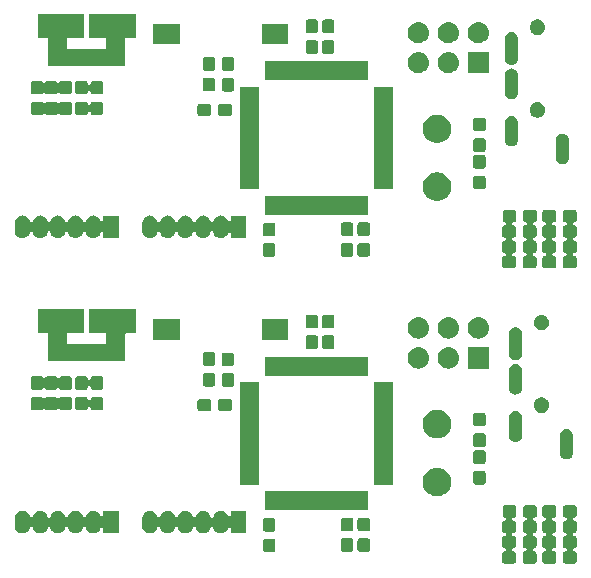
<source format=gbr>
G04 #@! TF.GenerationSoftware,KiCad,Pcbnew,(5.0.2)-1*
G04 #@! TF.CreationDate,2020-05-18T12:22:33+09:00*
G04 #@! TF.ProjectId,controller,636f6e74-726f-46c6-9c65-722e6b696361,rev?*
G04 #@! TF.SameCoordinates,Original*
G04 #@! TF.FileFunction,Soldermask,Bot*
G04 #@! TF.FilePolarity,Negative*
%FSLAX46Y46*%
G04 Gerber Fmt 4.6, Leading zero omitted, Abs format (unit mm)*
G04 Created by KiCad (PCBNEW (5.0.2)-1) date 2020/05/18 12:22:33*
%MOMM*%
%LPD*%
G01*
G04 APERTURE LIST*
%ADD10C,0.100000*%
G04 APERTURE END LIST*
D10*
G36*
X99270485Y-91974209D02*
X99307979Y-91985583D01*
X99342543Y-92004058D01*
X99372833Y-92028917D01*
X99397692Y-92059207D01*
X99416167Y-92093771D01*
X99427541Y-92131265D01*
X99431986Y-92176402D01*
X99431986Y-92815126D01*
X99427541Y-92860263D01*
X99416167Y-92897757D01*
X99397692Y-92932321D01*
X99372833Y-92962611D01*
X99342543Y-92987470D01*
X99307979Y-93005945D01*
X99270485Y-93017319D01*
X99229389Y-93021366D01*
X99205355Y-93026146D01*
X99182716Y-93035523D01*
X99162341Y-93049137D01*
X99145014Y-93066464D01*
X99131400Y-93086839D01*
X99122023Y-93109478D01*
X99117242Y-93133511D01*
X99117242Y-93158015D01*
X99122022Y-93182049D01*
X99131399Y-93204688D01*
X99145013Y-93225063D01*
X99162340Y-93242390D01*
X99182715Y-93256004D01*
X99205354Y-93265381D01*
X99229389Y-93270162D01*
X99270485Y-93274209D01*
X99307979Y-93285583D01*
X99342543Y-93304058D01*
X99372833Y-93328917D01*
X99397692Y-93359207D01*
X99416167Y-93393771D01*
X99427541Y-93431265D01*
X99431986Y-93476402D01*
X99431986Y-94115126D01*
X99427541Y-94160263D01*
X99416167Y-94197757D01*
X99397692Y-94232321D01*
X99372833Y-94262611D01*
X99342543Y-94287470D01*
X99307979Y-94305945D01*
X99270485Y-94317319D01*
X99229389Y-94321366D01*
X99205355Y-94326146D01*
X99182716Y-94335523D01*
X99162341Y-94349137D01*
X99145014Y-94366464D01*
X99131400Y-94386839D01*
X99122023Y-94409478D01*
X99117242Y-94433511D01*
X99117242Y-94458015D01*
X99122022Y-94482049D01*
X99131399Y-94504688D01*
X99145013Y-94525063D01*
X99162340Y-94542390D01*
X99182715Y-94556004D01*
X99205354Y-94565381D01*
X99229389Y-94570162D01*
X99270485Y-94574209D01*
X99307979Y-94585583D01*
X99342543Y-94604058D01*
X99372833Y-94628917D01*
X99397692Y-94659207D01*
X99416167Y-94693771D01*
X99427541Y-94731265D01*
X99431986Y-94776402D01*
X99431986Y-95415126D01*
X99427541Y-95460263D01*
X99416167Y-95497757D01*
X99397692Y-95532321D01*
X99372833Y-95562611D01*
X99342543Y-95587470D01*
X99307979Y-95605945D01*
X99270485Y-95617319D01*
X99229389Y-95621366D01*
X99205355Y-95626146D01*
X99182716Y-95635523D01*
X99162341Y-95649137D01*
X99145014Y-95666464D01*
X99131400Y-95686839D01*
X99122023Y-95709478D01*
X99117242Y-95733511D01*
X99117242Y-95758015D01*
X99122022Y-95782049D01*
X99131399Y-95804688D01*
X99145013Y-95825063D01*
X99162340Y-95842390D01*
X99182715Y-95856004D01*
X99205354Y-95865381D01*
X99229389Y-95870162D01*
X99270485Y-95874209D01*
X99307979Y-95885583D01*
X99342543Y-95904058D01*
X99372833Y-95928917D01*
X99397692Y-95959207D01*
X99416167Y-95993771D01*
X99427541Y-96031265D01*
X99431986Y-96076402D01*
X99431986Y-96715126D01*
X99427541Y-96760263D01*
X99416167Y-96797757D01*
X99397692Y-96832321D01*
X99372833Y-96862611D01*
X99342543Y-96887470D01*
X99307979Y-96905945D01*
X99270485Y-96917319D01*
X99225348Y-96921764D01*
X98486624Y-96921764D01*
X98441487Y-96917319D01*
X98403993Y-96905945D01*
X98369429Y-96887470D01*
X98339139Y-96862611D01*
X98314280Y-96832321D01*
X98295805Y-96797757D01*
X98284431Y-96760263D01*
X98279986Y-96715126D01*
X98279986Y-96076402D01*
X98284431Y-96031265D01*
X98295805Y-95993771D01*
X98314280Y-95959207D01*
X98339139Y-95928917D01*
X98369429Y-95904058D01*
X98403993Y-95885583D01*
X98441487Y-95874209D01*
X98482583Y-95870162D01*
X98506617Y-95865382D01*
X98529256Y-95856005D01*
X98549631Y-95842391D01*
X98566958Y-95825064D01*
X98580572Y-95804689D01*
X98589949Y-95782050D01*
X98594730Y-95758017D01*
X98594730Y-95733513D01*
X98589950Y-95709479D01*
X98580573Y-95686840D01*
X98566959Y-95666465D01*
X98549632Y-95649138D01*
X98529257Y-95635524D01*
X98506618Y-95626147D01*
X98482583Y-95621366D01*
X98441487Y-95617319D01*
X98403993Y-95605945D01*
X98369429Y-95587470D01*
X98339139Y-95562611D01*
X98314280Y-95532321D01*
X98295805Y-95497757D01*
X98284431Y-95460263D01*
X98279986Y-95415126D01*
X98279986Y-94776402D01*
X98284431Y-94731265D01*
X98295805Y-94693771D01*
X98314280Y-94659207D01*
X98339139Y-94628917D01*
X98369429Y-94604058D01*
X98403993Y-94585583D01*
X98441487Y-94574209D01*
X98482583Y-94570162D01*
X98506617Y-94565382D01*
X98529256Y-94556005D01*
X98549631Y-94542391D01*
X98566958Y-94525064D01*
X98580572Y-94504689D01*
X98589949Y-94482050D01*
X98594730Y-94458017D01*
X98594730Y-94433513D01*
X98589950Y-94409479D01*
X98580573Y-94386840D01*
X98566959Y-94366465D01*
X98549632Y-94349138D01*
X98529257Y-94335524D01*
X98506618Y-94326147D01*
X98482583Y-94321366D01*
X98441487Y-94317319D01*
X98403993Y-94305945D01*
X98369429Y-94287470D01*
X98339139Y-94262611D01*
X98314280Y-94232321D01*
X98295805Y-94197757D01*
X98284431Y-94160263D01*
X98279986Y-94115126D01*
X98279986Y-93476402D01*
X98284431Y-93431265D01*
X98295805Y-93393771D01*
X98314280Y-93359207D01*
X98339139Y-93328917D01*
X98369429Y-93304058D01*
X98403993Y-93285583D01*
X98441487Y-93274209D01*
X98482583Y-93270162D01*
X98506617Y-93265382D01*
X98529256Y-93256005D01*
X98549631Y-93242391D01*
X98566958Y-93225064D01*
X98580572Y-93204689D01*
X98589949Y-93182050D01*
X98594730Y-93158017D01*
X98594730Y-93133513D01*
X98589950Y-93109479D01*
X98580573Y-93086840D01*
X98566959Y-93066465D01*
X98549632Y-93049138D01*
X98529257Y-93035524D01*
X98506618Y-93026147D01*
X98482583Y-93021366D01*
X98441487Y-93017319D01*
X98403993Y-93005945D01*
X98369429Y-92987470D01*
X98339139Y-92962611D01*
X98314280Y-92932321D01*
X98295805Y-92897757D01*
X98284431Y-92860263D01*
X98279986Y-92815126D01*
X98279986Y-92176402D01*
X98284431Y-92131265D01*
X98295805Y-92093771D01*
X98314280Y-92059207D01*
X98339139Y-92028917D01*
X98369429Y-92004058D01*
X98403993Y-91985583D01*
X98441487Y-91974209D01*
X98486624Y-91969764D01*
X99225348Y-91969764D01*
X99270485Y-91974209D01*
X99270485Y-91974209D01*
G37*
G36*
X97520485Y-91974209D02*
X97557979Y-91985583D01*
X97592543Y-92004058D01*
X97622833Y-92028917D01*
X97647692Y-92059207D01*
X97666167Y-92093771D01*
X97677541Y-92131265D01*
X97681986Y-92176402D01*
X97681986Y-92815126D01*
X97677541Y-92860263D01*
X97666167Y-92897757D01*
X97647692Y-92932321D01*
X97622833Y-92962611D01*
X97592543Y-92987470D01*
X97557979Y-93005945D01*
X97520485Y-93017319D01*
X97479389Y-93021366D01*
X97455355Y-93026146D01*
X97432716Y-93035523D01*
X97412341Y-93049137D01*
X97395014Y-93066464D01*
X97381400Y-93086839D01*
X97372023Y-93109478D01*
X97367242Y-93133511D01*
X97367242Y-93158015D01*
X97372022Y-93182049D01*
X97381399Y-93204688D01*
X97395013Y-93225063D01*
X97412340Y-93242390D01*
X97432715Y-93256004D01*
X97455354Y-93265381D01*
X97479389Y-93270162D01*
X97520485Y-93274209D01*
X97557979Y-93285583D01*
X97592543Y-93304058D01*
X97622833Y-93328917D01*
X97647692Y-93359207D01*
X97666167Y-93393771D01*
X97677541Y-93431265D01*
X97681986Y-93476402D01*
X97681986Y-94115126D01*
X97677541Y-94160263D01*
X97666167Y-94197757D01*
X97647692Y-94232321D01*
X97622833Y-94262611D01*
X97592543Y-94287470D01*
X97557979Y-94305945D01*
X97520485Y-94317319D01*
X97479389Y-94321366D01*
X97455355Y-94326146D01*
X97432716Y-94335523D01*
X97412341Y-94349137D01*
X97395014Y-94366464D01*
X97381400Y-94386839D01*
X97372023Y-94409478D01*
X97367242Y-94433511D01*
X97367242Y-94458015D01*
X97372022Y-94482049D01*
X97381399Y-94504688D01*
X97395013Y-94525063D01*
X97412340Y-94542390D01*
X97432715Y-94556004D01*
X97455354Y-94565381D01*
X97479389Y-94570162D01*
X97520485Y-94574209D01*
X97557979Y-94585583D01*
X97592543Y-94604058D01*
X97622833Y-94628917D01*
X97647692Y-94659207D01*
X97666167Y-94693771D01*
X97677541Y-94731265D01*
X97681986Y-94776402D01*
X97681986Y-95415126D01*
X97677541Y-95460263D01*
X97666167Y-95497757D01*
X97647692Y-95532321D01*
X97622833Y-95562611D01*
X97592543Y-95587470D01*
X97557979Y-95605945D01*
X97520485Y-95617319D01*
X97479389Y-95621366D01*
X97455355Y-95626146D01*
X97432716Y-95635523D01*
X97412341Y-95649137D01*
X97395014Y-95666464D01*
X97381400Y-95686839D01*
X97372023Y-95709478D01*
X97367242Y-95733511D01*
X97367242Y-95758015D01*
X97372022Y-95782049D01*
X97381399Y-95804688D01*
X97395013Y-95825063D01*
X97412340Y-95842390D01*
X97432715Y-95856004D01*
X97455354Y-95865381D01*
X97479389Y-95870162D01*
X97520485Y-95874209D01*
X97557979Y-95885583D01*
X97592543Y-95904058D01*
X97622833Y-95928917D01*
X97647692Y-95959207D01*
X97666167Y-95993771D01*
X97677541Y-96031265D01*
X97681986Y-96076402D01*
X97681986Y-96715126D01*
X97677541Y-96760263D01*
X97666167Y-96797757D01*
X97647692Y-96832321D01*
X97622833Y-96862611D01*
X97592543Y-96887470D01*
X97557979Y-96905945D01*
X97520485Y-96917319D01*
X97475348Y-96921764D01*
X96736624Y-96921764D01*
X96691487Y-96917319D01*
X96653993Y-96905945D01*
X96619429Y-96887470D01*
X96589139Y-96862611D01*
X96564280Y-96832321D01*
X96545805Y-96797757D01*
X96534431Y-96760263D01*
X96529986Y-96715126D01*
X96529986Y-96076402D01*
X96534431Y-96031265D01*
X96545805Y-95993771D01*
X96564280Y-95959207D01*
X96589139Y-95928917D01*
X96619429Y-95904058D01*
X96653993Y-95885583D01*
X96691487Y-95874209D01*
X96732583Y-95870162D01*
X96756617Y-95865382D01*
X96779256Y-95856005D01*
X96799631Y-95842391D01*
X96816958Y-95825064D01*
X96830572Y-95804689D01*
X96839949Y-95782050D01*
X96844730Y-95758017D01*
X96844730Y-95733513D01*
X96839950Y-95709479D01*
X96830573Y-95686840D01*
X96816959Y-95666465D01*
X96799632Y-95649138D01*
X96779257Y-95635524D01*
X96756618Y-95626147D01*
X96732583Y-95621366D01*
X96691487Y-95617319D01*
X96653993Y-95605945D01*
X96619429Y-95587470D01*
X96589139Y-95562611D01*
X96564280Y-95532321D01*
X96545805Y-95497757D01*
X96534431Y-95460263D01*
X96529986Y-95415126D01*
X96529986Y-94776402D01*
X96534431Y-94731265D01*
X96545805Y-94693771D01*
X96564280Y-94659207D01*
X96589139Y-94628917D01*
X96619429Y-94604058D01*
X96653993Y-94585583D01*
X96691487Y-94574209D01*
X96732583Y-94570162D01*
X96756617Y-94565382D01*
X96779256Y-94556005D01*
X96799631Y-94542391D01*
X96816958Y-94525064D01*
X96830572Y-94504689D01*
X96839949Y-94482050D01*
X96844730Y-94458017D01*
X96844730Y-94433513D01*
X96839950Y-94409479D01*
X96830573Y-94386840D01*
X96816959Y-94366465D01*
X96799632Y-94349138D01*
X96779257Y-94335524D01*
X96756618Y-94326147D01*
X96732583Y-94321366D01*
X96691487Y-94317319D01*
X96653993Y-94305945D01*
X96619429Y-94287470D01*
X96589139Y-94262611D01*
X96564280Y-94232321D01*
X96545805Y-94197757D01*
X96534431Y-94160263D01*
X96529986Y-94115126D01*
X96529986Y-93476402D01*
X96534431Y-93431265D01*
X96545805Y-93393771D01*
X96564280Y-93359207D01*
X96589139Y-93328917D01*
X96619429Y-93304058D01*
X96653993Y-93285583D01*
X96691487Y-93274209D01*
X96732583Y-93270162D01*
X96756617Y-93265382D01*
X96779256Y-93256005D01*
X96799631Y-93242391D01*
X96816958Y-93225064D01*
X96830572Y-93204689D01*
X96839949Y-93182050D01*
X96844730Y-93158017D01*
X96844730Y-93133513D01*
X96839950Y-93109479D01*
X96830573Y-93086840D01*
X96816959Y-93066465D01*
X96799632Y-93049138D01*
X96779257Y-93035524D01*
X96756618Y-93026147D01*
X96732583Y-93021366D01*
X96691487Y-93017319D01*
X96653993Y-93005945D01*
X96619429Y-92987470D01*
X96589139Y-92962611D01*
X96564280Y-92932321D01*
X96545805Y-92897757D01*
X96534431Y-92860263D01*
X96529986Y-92815126D01*
X96529986Y-92176402D01*
X96534431Y-92131265D01*
X96545805Y-92093771D01*
X96564280Y-92059207D01*
X96589139Y-92028917D01*
X96619429Y-92004058D01*
X96653993Y-91985583D01*
X96691487Y-91974209D01*
X96736624Y-91969764D01*
X97475348Y-91969764D01*
X97520485Y-91974209D01*
X97520485Y-91974209D01*
G37*
G36*
X94145485Y-91974209D02*
X94182979Y-91985583D01*
X94217543Y-92004058D01*
X94247833Y-92028917D01*
X94272692Y-92059207D01*
X94291167Y-92093771D01*
X94302541Y-92131265D01*
X94306986Y-92176402D01*
X94306986Y-92815126D01*
X94302541Y-92860263D01*
X94291167Y-92897757D01*
X94272692Y-92932321D01*
X94247833Y-92962611D01*
X94217543Y-92987470D01*
X94182979Y-93005945D01*
X94145485Y-93017319D01*
X94094235Y-93022366D01*
X94094249Y-93022507D01*
X94077408Y-93024166D01*
X94053959Y-93031279D01*
X94032348Y-93042830D01*
X94013406Y-93058376D01*
X93997860Y-93077318D01*
X93986309Y-93098929D01*
X93979196Y-93122378D01*
X93976794Y-93146764D01*
X93979196Y-93171150D01*
X93986309Y-93194599D01*
X93997860Y-93216210D01*
X94013406Y-93235152D01*
X94032348Y-93250698D01*
X94053959Y-93262249D01*
X94077408Y-93269362D01*
X94089543Y-93271162D01*
X94120485Y-93274209D01*
X94157979Y-93285583D01*
X94192543Y-93304058D01*
X94222833Y-93328917D01*
X94247692Y-93359207D01*
X94266167Y-93393771D01*
X94277541Y-93431265D01*
X94281986Y-93476402D01*
X94281986Y-94115126D01*
X94277541Y-94160263D01*
X94266167Y-94197757D01*
X94247692Y-94232321D01*
X94222833Y-94262611D01*
X94192543Y-94287470D01*
X94157979Y-94305945D01*
X94120485Y-94317319D01*
X94079389Y-94321366D01*
X94055355Y-94326146D01*
X94032716Y-94335523D01*
X94012341Y-94349137D01*
X93995014Y-94366464D01*
X93981400Y-94386839D01*
X93972023Y-94409478D01*
X93967242Y-94433511D01*
X93967242Y-94458015D01*
X93972022Y-94482049D01*
X93981399Y-94504688D01*
X93995013Y-94525063D01*
X94012340Y-94542390D01*
X94032715Y-94556004D01*
X94055354Y-94565381D01*
X94079389Y-94570162D01*
X94120485Y-94574209D01*
X94157979Y-94585583D01*
X94192543Y-94604058D01*
X94222833Y-94628917D01*
X94247692Y-94659207D01*
X94266167Y-94693771D01*
X94277541Y-94731265D01*
X94281986Y-94776402D01*
X94281986Y-95415126D01*
X94277541Y-95460263D01*
X94266167Y-95497757D01*
X94247692Y-95532321D01*
X94222833Y-95562611D01*
X94192543Y-95587470D01*
X94157979Y-95605945D01*
X94120485Y-95617319D01*
X94079389Y-95621366D01*
X94055355Y-95626146D01*
X94032716Y-95635523D01*
X94012341Y-95649137D01*
X93995014Y-95666464D01*
X93981400Y-95686839D01*
X93972023Y-95709478D01*
X93967242Y-95733511D01*
X93967242Y-95758015D01*
X93972022Y-95782049D01*
X93981399Y-95804688D01*
X93995013Y-95825063D01*
X94012340Y-95842390D01*
X94032715Y-95856004D01*
X94055354Y-95865381D01*
X94079389Y-95870162D01*
X94120485Y-95874209D01*
X94157979Y-95885583D01*
X94192543Y-95904058D01*
X94222833Y-95928917D01*
X94247692Y-95959207D01*
X94266167Y-95993771D01*
X94277541Y-96031265D01*
X94281986Y-96076402D01*
X94281986Y-96715126D01*
X94277541Y-96760263D01*
X94266167Y-96797757D01*
X94247692Y-96832321D01*
X94222833Y-96862611D01*
X94192543Y-96887470D01*
X94157979Y-96905945D01*
X94120485Y-96917319D01*
X94075348Y-96921764D01*
X93336624Y-96921764D01*
X93291487Y-96917319D01*
X93253993Y-96905945D01*
X93219429Y-96887470D01*
X93189139Y-96862611D01*
X93164280Y-96832321D01*
X93145805Y-96797757D01*
X93134431Y-96760263D01*
X93129986Y-96715126D01*
X93129986Y-96076402D01*
X93134431Y-96031265D01*
X93145805Y-95993771D01*
X93164280Y-95959207D01*
X93189139Y-95928917D01*
X93219429Y-95904058D01*
X93253993Y-95885583D01*
X93291487Y-95874209D01*
X93332583Y-95870162D01*
X93356617Y-95865382D01*
X93379256Y-95856005D01*
X93399631Y-95842391D01*
X93416958Y-95825064D01*
X93430572Y-95804689D01*
X93439949Y-95782050D01*
X93444730Y-95758017D01*
X93444730Y-95733513D01*
X93439950Y-95709479D01*
X93430573Y-95686840D01*
X93416959Y-95666465D01*
X93399632Y-95649138D01*
X93379257Y-95635524D01*
X93356618Y-95626147D01*
X93332583Y-95621366D01*
X93291487Y-95617319D01*
X93253993Y-95605945D01*
X93219429Y-95587470D01*
X93189139Y-95562611D01*
X93164280Y-95532321D01*
X93145805Y-95497757D01*
X93134431Y-95460263D01*
X93129986Y-95415126D01*
X93129986Y-94776402D01*
X93134431Y-94731265D01*
X93145805Y-94693771D01*
X93164280Y-94659207D01*
X93189139Y-94628917D01*
X93219429Y-94604058D01*
X93253993Y-94585583D01*
X93291487Y-94574209D01*
X93332583Y-94570162D01*
X93356617Y-94565382D01*
X93379256Y-94556005D01*
X93399631Y-94542391D01*
X93416958Y-94525064D01*
X93430572Y-94504689D01*
X93439949Y-94482050D01*
X93444730Y-94458017D01*
X93444730Y-94433513D01*
X93439950Y-94409479D01*
X93430573Y-94386840D01*
X93416959Y-94366465D01*
X93399632Y-94349138D01*
X93379257Y-94335524D01*
X93356618Y-94326147D01*
X93332583Y-94321366D01*
X93291487Y-94317319D01*
X93253993Y-94305945D01*
X93219429Y-94287470D01*
X93189139Y-94262611D01*
X93164280Y-94232321D01*
X93145805Y-94197757D01*
X93134431Y-94160263D01*
X93129986Y-94115126D01*
X93129986Y-93476402D01*
X93134431Y-93431265D01*
X93145805Y-93393771D01*
X93164280Y-93359207D01*
X93189139Y-93328917D01*
X93219429Y-93304058D01*
X93253993Y-93285583D01*
X93291487Y-93274209D01*
X93342737Y-93269162D01*
X93342723Y-93269021D01*
X93359564Y-93267362D01*
X93383013Y-93260249D01*
X93404624Y-93248698D01*
X93423566Y-93233152D01*
X93439112Y-93214210D01*
X93450663Y-93192599D01*
X93457776Y-93169150D01*
X93460178Y-93144764D01*
X93457776Y-93120378D01*
X93450663Y-93096929D01*
X93439112Y-93075318D01*
X93423566Y-93056376D01*
X93404624Y-93040830D01*
X93383013Y-93029279D01*
X93359564Y-93022166D01*
X93347429Y-93020366D01*
X93316487Y-93017319D01*
X93278993Y-93005945D01*
X93244429Y-92987470D01*
X93214139Y-92962611D01*
X93189280Y-92932321D01*
X93170805Y-92897757D01*
X93159431Y-92860263D01*
X93154986Y-92815126D01*
X93154986Y-92176402D01*
X93159431Y-92131265D01*
X93170805Y-92093771D01*
X93189280Y-92059207D01*
X93214139Y-92028917D01*
X93244429Y-92004058D01*
X93278993Y-91985583D01*
X93316487Y-91974209D01*
X93361624Y-91969764D01*
X94100348Y-91969764D01*
X94145485Y-91974209D01*
X94145485Y-91974209D01*
G37*
G36*
X95895485Y-91974209D02*
X95932979Y-91985583D01*
X95967543Y-92004058D01*
X95997833Y-92028917D01*
X96022692Y-92059207D01*
X96041167Y-92093771D01*
X96052541Y-92131265D01*
X96056986Y-92176402D01*
X96056986Y-92815126D01*
X96052541Y-92860263D01*
X96041167Y-92897757D01*
X96022692Y-92932321D01*
X95997833Y-92962611D01*
X95967543Y-92987470D01*
X95932979Y-93005945D01*
X95895485Y-93017319D01*
X95844235Y-93022366D01*
X95844249Y-93022507D01*
X95827408Y-93024166D01*
X95803959Y-93031279D01*
X95782348Y-93042830D01*
X95763406Y-93058376D01*
X95747860Y-93077318D01*
X95736309Y-93098929D01*
X95729196Y-93122378D01*
X95726794Y-93146764D01*
X95729196Y-93171150D01*
X95736309Y-93194599D01*
X95747860Y-93216210D01*
X95763406Y-93235152D01*
X95782348Y-93250698D01*
X95803959Y-93262249D01*
X95827408Y-93269362D01*
X95839543Y-93271162D01*
X95870485Y-93274209D01*
X95907979Y-93285583D01*
X95942543Y-93304058D01*
X95972833Y-93328917D01*
X95997692Y-93359207D01*
X96016167Y-93393771D01*
X96027541Y-93431265D01*
X96031986Y-93476402D01*
X96031986Y-94115126D01*
X96027541Y-94160263D01*
X96016167Y-94197757D01*
X95997692Y-94232321D01*
X95972833Y-94262611D01*
X95942543Y-94287470D01*
X95907979Y-94305945D01*
X95870485Y-94317319D01*
X95829389Y-94321366D01*
X95805355Y-94326146D01*
X95782716Y-94335523D01*
X95762341Y-94349137D01*
X95745014Y-94366464D01*
X95731400Y-94386839D01*
X95722023Y-94409478D01*
X95717242Y-94433511D01*
X95717242Y-94458015D01*
X95722022Y-94482049D01*
X95731399Y-94504688D01*
X95745013Y-94525063D01*
X95762340Y-94542390D01*
X95782715Y-94556004D01*
X95805354Y-94565381D01*
X95829389Y-94570162D01*
X95870485Y-94574209D01*
X95907979Y-94585583D01*
X95942543Y-94604058D01*
X95972833Y-94628917D01*
X95997692Y-94659207D01*
X96016167Y-94693771D01*
X96027541Y-94731265D01*
X96031986Y-94776402D01*
X96031986Y-95415126D01*
X96027541Y-95460263D01*
X96016167Y-95497757D01*
X95997692Y-95532321D01*
X95972833Y-95562611D01*
X95942543Y-95587470D01*
X95907979Y-95605945D01*
X95870485Y-95617319D01*
X95829389Y-95621366D01*
X95805355Y-95626146D01*
X95782716Y-95635523D01*
X95762341Y-95649137D01*
X95745014Y-95666464D01*
X95731400Y-95686839D01*
X95722023Y-95709478D01*
X95717242Y-95733511D01*
X95717242Y-95758015D01*
X95722022Y-95782049D01*
X95731399Y-95804688D01*
X95745013Y-95825063D01*
X95762340Y-95842390D01*
X95782715Y-95856004D01*
X95805354Y-95865381D01*
X95829389Y-95870162D01*
X95870485Y-95874209D01*
X95907979Y-95885583D01*
X95942543Y-95904058D01*
X95972833Y-95928917D01*
X95997692Y-95959207D01*
X96016167Y-95993771D01*
X96027541Y-96031265D01*
X96031986Y-96076402D01*
X96031986Y-96715126D01*
X96027541Y-96760263D01*
X96016167Y-96797757D01*
X95997692Y-96832321D01*
X95972833Y-96862611D01*
X95942543Y-96887470D01*
X95907979Y-96905945D01*
X95870485Y-96917319D01*
X95825348Y-96921764D01*
X95086624Y-96921764D01*
X95041487Y-96917319D01*
X95003993Y-96905945D01*
X94969429Y-96887470D01*
X94939139Y-96862611D01*
X94914280Y-96832321D01*
X94895805Y-96797757D01*
X94884431Y-96760263D01*
X94879986Y-96715126D01*
X94879986Y-96076402D01*
X94884431Y-96031265D01*
X94895805Y-95993771D01*
X94914280Y-95959207D01*
X94939139Y-95928917D01*
X94969429Y-95904058D01*
X95003993Y-95885583D01*
X95041487Y-95874209D01*
X95082583Y-95870162D01*
X95106617Y-95865382D01*
X95129256Y-95856005D01*
X95149631Y-95842391D01*
X95166958Y-95825064D01*
X95180572Y-95804689D01*
X95189949Y-95782050D01*
X95194730Y-95758017D01*
X95194730Y-95733513D01*
X95189950Y-95709479D01*
X95180573Y-95686840D01*
X95166959Y-95666465D01*
X95149632Y-95649138D01*
X95129257Y-95635524D01*
X95106618Y-95626147D01*
X95082583Y-95621366D01*
X95041487Y-95617319D01*
X95003993Y-95605945D01*
X94969429Y-95587470D01*
X94939139Y-95562611D01*
X94914280Y-95532321D01*
X94895805Y-95497757D01*
X94884431Y-95460263D01*
X94879986Y-95415126D01*
X94879986Y-94776402D01*
X94884431Y-94731265D01*
X94895805Y-94693771D01*
X94914280Y-94659207D01*
X94939139Y-94628917D01*
X94969429Y-94604058D01*
X95003993Y-94585583D01*
X95041487Y-94574209D01*
X95082583Y-94570162D01*
X95106617Y-94565382D01*
X95129256Y-94556005D01*
X95149631Y-94542391D01*
X95166958Y-94525064D01*
X95180572Y-94504689D01*
X95189949Y-94482050D01*
X95194730Y-94458017D01*
X95194730Y-94433513D01*
X95189950Y-94409479D01*
X95180573Y-94386840D01*
X95166959Y-94366465D01*
X95149632Y-94349138D01*
X95129257Y-94335524D01*
X95106618Y-94326147D01*
X95082583Y-94321366D01*
X95041487Y-94317319D01*
X95003993Y-94305945D01*
X94969429Y-94287470D01*
X94939139Y-94262611D01*
X94914280Y-94232321D01*
X94895805Y-94197757D01*
X94884431Y-94160263D01*
X94879986Y-94115126D01*
X94879986Y-93476402D01*
X94884431Y-93431265D01*
X94895805Y-93393771D01*
X94914280Y-93359207D01*
X94939139Y-93328917D01*
X94969429Y-93304058D01*
X95003993Y-93285583D01*
X95041487Y-93274209D01*
X95092737Y-93269162D01*
X95092723Y-93269021D01*
X95109564Y-93267362D01*
X95133013Y-93260249D01*
X95154624Y-93248698D01*
X95173566Y-93233152D01*
X95189112Y-93214210D01*
X95200663Y-93192599D01*
X95207776Y-93169150D01*
X95210178Y-93144764D01*
X95207776Y-93120378D01*
X95200663Y-93096929D01*
X95189112Y-93075318D01*
X95173566Y-93056376D01*
X95154624Y-93040830D01*
X95133013Y-93029279D01*
X95109564Y-93022166D01*
X95097429Y-93020366D01*
X95066487Y-93017319D01*
X95028993Y-93005945D01*
X94994429Y-92987470D01*
X94964139Y-92962611D01*
X94939280Y-92932321D01*
X94920805Y-92897757D01*
X94909431Y-92860263D01*
X94904986Y-92815126D01*
X94904986Y-92176402D01*
X94909431Y-92131265D01*
X94920805Y-92093771D01*
X94939280Y-92059207D01*
X94964139Y-92028917D01*
X94994429Y-92004058D01*
X95028993Y-91985583D01*
X95066487Y-91974209D01*
X95111624Y-91969764D01*
X95850348Y-91969764D01*
X95895485Y-91974209D01*
X95895485Y-91974209D01*
G37*
G36*
X73764499Y-94803445D02*
X73801993Y-94814819D01*
X73836557Y-94833294D01*
X73866847Y-94858153D01*
X73891706Y-94888443D01*
X73910181Y-94923007D01*
X73921555Y-94960501D01*
X73926000Y-95005638D01*
X73926000Y-95744362D01*
X73921555Y-95789499D01*
X73910181Y-95826993D01*
X73891706Y-95861557D01*
X73866847Y-95891847D01*
X73836557Y-95916706D01*
X73801993Y-95935181D01*
X73764499Y-95946555D01*
X73719362Y-95951000D01*
X73080638Y-95951000D01*
X73035501Y-95946555D01*
X72998007Y-95935181D01*
X72963443Y-95916706D01*
X72933153Y-95891847D01*
X72908294Y-95861557D01*
X72889819Y-95826993D01*
X72878445Y-95789499D01*
X72874000Y-95744362D01*
X72874000Y-95005638D01*
X72878445Y-94960501D01*
X72889819Y-94923007D01*
X72908294Y-94888443D01*
X72933153Y-94858153D01*
X72963443Y-94833294D01*
X72998007Y-94814819D01*
X73035501Y-94803445D01*
X73080638Y-94799000D01*
X73719362Y-94799000D01*
X73764499Y-94803445D01*
X73764499Y-94803445D01*
G37*
G36*
X80364499Y-94778445D02*
X80401993Y-94789819D01*
X80436557Y-94808294D01*
X80466847Y-94833153D01*
X80491706Y-94863443D01*
X80510181Y-94898007D01*
X80521555Y-94935501D01*
X80526000Y-94980638D01*
X80526000Y-95719362D01*
X80521555Y-95764499D01*
X80510181Y-95801993D01*
X80491706Y-95836557D01*
X80466847Y-95866847D01*
X80436557Y-95891706D01*
X80401993Y-95910181D01*
X80364499Y-95921555D01*
X80319362Y-95926000D01*
X79680638Y-95926000D01*
X79635501Y-95921555D01*
X79598007Y-95910181D01*
X79563443Y-95891706D01*
X79533153Y-95866847D01*
X79508294Y-95836557D01*
X79489819Y-95801993D01*
X79478445Y-95764499D01*
X79474000Y-95719362D01*
X79474000Y-94980638D01*
X79478445Y-94935501D01*
X79489819Y-94898007D01*
X79508294Y-94863443D01*
X79533153Y-94833153D01*
X79563443Y-94808294D01*
X79598007Y-94789819D01*
X79635501Y-94778445D01*
X79680638Y-94774000D01*
X80319362Y-94774000D01*
X80364499Y-94778445D01*
X80364499Y-94778445D01*
G37*
G36*
X81764499Y-94778445D02*
X81801993Y-94789819D01*
X81836557Y-94808294D01*
X81866847Y-94833153D01*
X81891706Y-94863443D01*
X81910181Y-94898007D01*
X81921555Y-94935501D01*
X81926000Y-94980638D01*
X81926000Y-95719362D01*
X81921555Y-95764499D01*
X81910181Y-95801993D01*
X81891706Y-95836557D01*
X81866847Y-95866847D01*
X81836557Y-95891706D01*
X81801993Y-95910181D01*
X81764499Y-95921555D01*
X81719362Y-95926000D01*
X81080638Y-95926000D01*
X81035501Y-95921555D01*
X80998007Y-95910181D01*
X80963443Y-95891706D01*
X80933153Y-95866847D01*
X80908294Y-95836557D01*
X80889819Y-95801993D01*
X80878445Y-95764499D01*
X80874000Y-95719362D01*
X80874000Y-94980638D01*
X80878445Y-94935501D01*
X80889819Y-94898007D01*
X80908294Y-94863443D01*
X80933153Y-94833153D01*
X80963443Y-94808294D01*
X80998007Y-94789819D01*
X81035501Y-94778445D01*
X81080638Y-94774000D01*
X81719362Y-94774000D01*
X81764499Y-94778445D01*
X81764499Y-94778445D01*
G37*
G36*
X58627618Y-92458420D02*
X58709427Y-92483237D01*
X58750333Y-92495645D01*
X58850491Y-92549181D01*
X58863426Y-92556095D01*
X58962553Y-92637447D01*
X59043905Y-92736574D01*
X59043906Y-92736576D01*
X59104355Y-92849667D01*
X59104382Y-92849757D01*
X59113760Y-92872396D01*
X59127374Y-92892771D01*
X59144701Y-92910098D01*
X59165075Y-92923712D01*
X59187714Y-92933089D01*
X59211748Y-92937870D01*
X59236252Y-92937870D01*
X59260285Y-92933090D01*
X59282924Y-92923712D01*
X59303299Y-92910098D01*
X59320626Y-92892771D01*
X59334240Y-92872397D01*
X59343617Y-92849758D01*
X59348398Y-92825724D01*
X59349000Y-92813472D01*
X59349000Y-92449000D01*
X60651000Y-92449000D01*
X60651000Y-94351000D01*
X59349000Y-94351000D01*
X59349000Y-93986528D01*
X59346598Y-93962142D01*
X59339485Y-93938693D01*
X59327934Y-93917082D01*
X59312388Y-93898140D01*
X59293446Y-93882594D01*
X59271835Y-93871043D01*
X59248386Y-93863930D01*
X59224000Y-93861528D01*
X59199614Y-93863930D01*
X59176165Y-93871043D01*
X59154554Y-93882594D01*
X59135612Y-93898140D01*
X59120066Y-93917082D01*
X59108515Y-93938693D01*
X59104382Y-93950243D01*
X59104355Y-93950333D01*
X59070513Y-94013646D01*
X59043905Y-94063426D01*
X58962553Y-94162553D01*
X58962551Y-94162555D01*
X58896468Y-94216788D01*
X58863425Y-94243905D01*
X58810782Y-94272043D01*
X58750332Y-94304355D01*
X58709599Y-94316711D01*
X58627617Y-94341580D01*
X58500000Y-94354149D01*
X58372382Y-94341580D01*
X58290400Y-94316711D01*
X58249667Y-94304355D01*
X58136576Y-94243906D01*
X58136574Y-94243905D01*
X58037447Y-94162553D01*
X58035568Y-94160263D01*
X57956096Y-94063426D01*
X57956095Y-94063424D01*
X57916479Y-93989309D01*
X57895645Y-93950332D01*
X57869618Y-93864531D01*
X57860240Y-93841892D01*
X57846626Y-93821517D01*
X57829299Y-93804190D01*
X57808925Y-93790576D01*
X57786286Y-93781199D01*
X57762252Y-93776418D01*
X57737748Y-93776418D01*
X57713715Y-93781198D01*
X57691076Y-93790576D01*
X57670701Y-93804190D01*
X57653374Y-93821517D01*
X57639760Y-93841891D01*
X57630384Y-93864526D01*
X57628407Y-93871043D01*
X57604355Y-93950333D01*
X57570513Y-94013646D01*
X57543905Y-94063426D01*
X57462553Y-94162553D01*
X57462551Y-94162555D01*
X57396468Y-94216788D01*
X57363425Y-94243905D01*
X57310782Y-94272043D01*
X57250332Y-94304355D01*
X57209599Y-94316711D01*
X57127617Y-94341580D01*
X57000000Y-94354149D01*
X56872382Y-94341580D01*
X56790400Y-94316711D01*
X56749667Y-94304355D01*
X56636576Y-94243906D01*
X56636574Y-94243905D01*
X56537447Y-94162553D01*
X56535568Y-94160263D01*
X56456096Y-94063426D01*
X56456095Y-94063424D01*
X56416479Y-93989309D01*
X56395645Y-93950332D01*
X56369618Y-93864531D01*
X56360240Y-93841892D01*
X56346626Y-93821517D01*
X56329299Y-93804190D01*
X56308925Y-93790576D01*
X56286286Y-93781199D01*
X56262252Y-93776418D01*
X56237748Y-93776418D01*
X56213715Y-93781198D01*
X56191076Y-93790576D01*
X56170701Y-93804190D01*
X56153374Y-93821517D01*
X56139760Y-93841891D01*
X56130384Y-93864526D01*
X56128407Y-93871043D01*
X56104355Y-93950333D01*
X56070513Y-94013646D01*
X56043905Y-94063426D01*
X55962553Y-94162553D01*
X55962551Y-94162555D01*
X55896468Y-94216788D01*
X55863425Y-94243905D01*
X55810782Y-94272043D01*
X55750332Y-94304355D01*
X55709599Y-94316711D01*
X55627617Y-94341580D01*
X55500000Y-94354149D01*
X55372382Y-94341580D01*
X55290400Y-94316711D01*
X55249667Y-94304355D01*
X55136576Y-94243906D01*
X55136574Y-94243905D01*
X55037447Y-94162553D01*
X55035568Y-94160263D01*
X54956096Y-94063426D01*
X54956095Y-94063424D01*
X54916479Y-93989309D01*
X54895645Y-93950332D01*
X54869618Y-93864531D01*
X54860240Y-93841892D01*
X54846626Y-93821517D01*
X54829299Y-93804190D01*
X54808925Y-93790576D01*
X54786286Y-93781199D01*
X54762252Y-93776418D01*
X54737748Y-93776418D01*
X54713715Y-93781198D01*
X54691076Y-93790576D01*
X54670701Y-93804190D01*
X54653374Y-93821517D01*
X54639760Y-93841891D01*
X54630384Y-93864526D01*
X54628407Y-93871043D01*
X54604355Y-93950333D01*
X54570513Y-94013646D01*
X54543905Y-94063426D01*
X54462553Y-94162553D01*
X54462551Y-94162555D01*
X54396468Y-94216788D01*
X54363425Y-94243905D01*
X54310782Y-94272043D01*
X54250332Y-94304355D01*
X54209599Y-94316711D01*
X54127617Y-94341580D01*
X54000000Y-94354149D01*
X53872382Y-94341580D01*
X53790400Y-94316711D01*
X53749667Y-94304355D01*
X53636576Y-94243906D01*
X53636574Y-94243905D01*
X53537447Y-94162553D01*
X53535568Y-94160263D01*
X53456096Y-94063426D01*
X53456095Y-94063424D01*
X53416479Y-93989309D01*
X53395645Y-93950332D01*
X53369618Y-93864531D01*
X53360240Y-93841892D01*
X53346626Y-93821517D01*
X53329299Y-93804190D01*
X53308925Y-93790576D01*
X53286286Y-93781199D01*
X53262252Y-93776418D01*
X53237748Y-93776418D01*
X53213715Y-93781198D01*
X53191076Y-93790576D01*
X53170701Y-93804190D01*
X53153374Y-93821517D01*
X53139760Y-93841891D01*
X53130384Y-93864526D01*
X53128407Y-93871043D01*
X53104355Y-93950333D01*
X53070513Y-94013646D01*
X53043905Y-94063426D01*
X52962553Y-94162553D01*
X52962551Y-94162555D01*
X52896468Y-94216788D01*
X52863425Y-94243905D01*
X52810782Y-94272043D01*
X52750332Y-94304355D01*
X52709599Y-94316711D01*
X52627617Y-94341580D01*
X52500000Y-94354149D01*
X52372382Y-94341580D01*
X52290400Y-94316711D01*
X52249667Y-94304355D01*
X52136576Y-94243906D01*
X52136574Y-94243905D01*
X52037447Y-94162553D01*
X52035568Y-94160263D01*
X51956096Y-94063426D01*
X51956095Y-94063424D01*
X51916479Y-93989309D01*
X51895645Y-93950332D01*
X51869618Y-93864531D01*
X51858420Y-93827617D01*
X51849000Y-93731972D01*
X51849000Y-93068027D01*
X51849951Y-93058376D01*
X51854772Y-93009424D01*
X51858420Y-92972382D01*
X51888750Y-92872397D01*
X51895645Y-92849667D01*
X51956095Y-92736576D01*
X51956096Y-92736574D01*
X52037448Y-92637447D01*
X52136575Y-92556095D01*
X52149510Y-92549181D01*
X52249668Y-92495645D01*
X52290574Y-92483237D01*
X52372383Y-92458420D01*
X52500000Y-92445851D01*
X52627618Y-92458420D01*
X52709427Y-92483237D01*
X52750333Y-92495645D01*
X52850491Y-92549181D01*
X52863426Y-92556095D01*
X52962553Y-92637447D01*
X53043905Y-92736574D01*
X53043906Y-92736576D01*
X53104355Y-92849667D01*
X53111250Y-92872397D01*
X53130384Y-92935474D01*
X53139760Y-92958108D01*
X53153373Y-92978483D01*
X53170700Y-92995810D01*
X53191075Y-93009424D01*
X53213714Y-93018801D01*
X53237747Y-93023582D01*
X53262252Y-93023582D01*
X53286285Y-93018802D01*
X53308924Y-93009424D01*
X53329299Y-92995811D01*
X53346626Y-92978484D01*
X53360240Y-92958109D01*
X53369616Y-92935474D01*
X53388750Y-92872397D01*
X53395645Y-92849667D01*
X53456095Y-92736576D01*
X53456096Y-92736574D01*
X53537448Y-92637447D01*
X53636575Y-92556095D01*
X53649510Y-92549181D01*
X53749668Y-92495645D01*
X53790574Y-92483237D01*
X53872383Y-92458420D01*
X54000000Y-92445851D01*
X54127618Y-92458420D01*
X54209427Y-92483237D01*
X54250333Y-92495645D01*
X54350491Y-92549181D01*
X54363426Y-92556095D01*
X54462553Y-92637447D01*
X54543905Y-92736574D01*
X54543906Y-92736576D01*
X54604355Y-92849667D01*
X54611250Y-92872397D01*
X54630384Y-92935474D01*
X54639760Y-92958108D01*
X54653373Y-92978483D01*
X54670700Y-92995810D01*
X54691075Y-93009424D01*
X54713714Y-93018801D01*
X54737747Y-93023582D01*
X54762252Y-93023582D01*
X54786285Y-93018802D01*
X54808924Y-93009424D01*
X54829299Y-92995811D01*
X54846626Y-92978484D01*
X54860240Y-92958109D01*
X54869616Y-92935474D01*
X54888750Y-92872397D01*
X54895645Y-92849667D01*
X54956095Y-92736576D01*
X54956096Y-92736574D01*
X55037448Y-92637447D01*
X55136575Y-92556095D01*
X55149510Y-92549181D01*
X55249668Y-92495645D01*
X55290574Y-92483237D01*
X55372383Y-92458420D01*
X55500000Y-92445851D01*
X55627618Y-92458420D01*
X55709427Y-92483237D01*
X55750333Y-92495645D01*
X55850491Y-92549181D01*
X55863426Y-92556095D01*
X55962553Y-92637447D01*
X56043905Y-92736574D01*
X56043906Y-92736576D01*
X56104355Y-92849667D01*
X56111250Y-92872397D01*
X56130384Y-92935474D01*
X56139760Y-92958108D01*
X56153373Y-92978483D01*
X56170700Y-92995810D01*
X56191075Y-93009424D01*
X56213714Y-93018801D01*
X56237747Y-93023582D01*
X56262252Y-93023582D01*
X56286285Y-93018802D01*
X56308924Y-93009424D01*
X56329299Y-92995811D01*
X56346626Y-92978484D01*
X56360240Y-92958109D01*
X56369616Y-92935474D01*
X56388750Y-92872397D01*
X56395645Y-92849667D01*
X56456095Y-92736576D01*
X56456096Y-92736574D01*
X56537448Y-92637447D01*
X56636575Y-92556095D01*
X56649510Y-92549181D01*
X56749668Y-92495645D01*
X56790574Y-92483237D01*
X56872383Y-92458420D01*
X57000000Y-92445851D01*
X57127618Y-92458420D01*
X57209427Y-92483237D01*
X57250333Y-92495645D01*
X57350491Y-92549181D01*
X57363426Y-92556095D01*
X57462553Y-92637447D01*
X57543905Y-92736574D01*
X57543906Y-92736576D01*
X57604355Y-92849667D01*
X57611250Y-92872397D01*
X57630384Y-92935474D01*
X57639760Y-92958108D01*
X57653373Y-92978483D01*
X57670700Y-92995810D01*
X57691075Y-93009424D01*
X57713714Y-93018801D01*
X57737747Y-93023582D01*
X57762252Y-93023582D01*
X57786285Y-93018802D01*
X57808924Y-93009424D01*
X57829299Y-92995811D01*
X57846626Y-92978484D01*
X57860240Y-92958109D01*
X57869616Y-92935474D01*
X57888750Y-92872397D01*
X57895645Y-92849667D01*
X57956095Y-92736576D01*
X57956096Y-92736574D01*
X58037448Y-92637447D01*
X58136575Y-92556095D01*
X58149510Y-92549181D01*
X58249668Y-92495645D01*
X58290574Y-92483237D01*
X58372383Y-92458420D01*
X58500000Y-92445851D01*
X58627618Y-92458420D01*
X58627618Y-92458420D01*
G37*
G36*
X69427618Y-92458420D02*
X69509427Y-92483237D01*
X69550333Y-92495645D01*
X69650491Y-92549181D01*
X69663426Y-92556095D01*
X69762553Y-92637447D01*
X69843905Y-92736574D01*
X69843906Y-92736576D01*
X69904355Y-92849667D01*
X69904382Y-92849757D01*
X69913760Y-92872396D01*
X69927374Y-92892771D01*
X69944701Y-92910098D01*
X69965075Y-92923712D01*
X69987714Y-92933089D01*
X70011748Y-92937870D01*
X70036252Y-92937870D01*
X70060285Y-92933090D01*
X70082924Y-92923712D01*
X70103299Y-92910098D01*
X70120626Y-92892771D01*
X70134240Y-92872397D01*
X70143617Y-92849758D01*
X70148398Y-92825724D01*
X70149000Y-92813472D01*
X70149000Y-92449000D01*
X71451000Y-92449000D01*
X71451000Y-94351000D01*
X70149000Y-94351000D01*
X70149000Y-93986528D01*
X70146598Y-93962142D01*
X70139485Y-93938693D01*
X70127934Y-93917082D01*
X70112388Y-93898140D01*
X70093446Y-93882594D01*
X70071835Y-93871043D01*
X70048386Y-93863930D01*
X70024000Y-93861528D01*
X69999614Y-93863930D01*
X69976165Y-93871043D01*
X69954554Y-93882594D01*
X69935612Y-93898140D01*
X69920066Y-93917082D01*
X69908515Y-93938693D01*
X69904382Y-93950243D01*
X69904355Y-93950333D01*
X69870513Y-94013646D01*
X69843905Y-94063426D01*
X69762553Y-94162553D01*
X69762551Y-94162555D01*
X69696468Y-94216788D01*
X69663425Y-94243905D01*
X69610782Y-94272043D01*
X69550332Y-94304355D01*
X69509599Y-94316711D01*
X69427617Y-94341580D01*
X69300000Y-94354149D01*
X69172382Y-94341580D01*
X69090400Y-94316711D01*
X69049667Y-94304355D01*
X68936576Y-94243906D01*
X68936574Y-94243905D01*
X68837447Y-94162553D01*
X68835568Y-94160263D01*
X68756096Y-94063426D01*
X68756095Y-94063424D01*
X68716479Y-93989309D01*
X68695645Y-93950332D01*
X68669618Y-93864531D01*
X68660240Y-93841892D01*
X68646626Y-93821517D01*
X68629299Y-93804190D01*
X68608925Y-93790576D01*
X68586286Y-93781199D01*
X68562252Y-93776418D01*
X68537748Y-93776418D01*
X68513715Y-93781198D01*
X68491076Y-93790576D01*
X68470701Y-93804190D01*
X68453374Y-93821517D01*
X68439760Y-93841891D01*
X68430384Y-93864526D01*
X68428407Y-93871043D01*
X68404355Y-93950333D01*
X68370513Y-94013646D01*
X68343905Y-94063426D01*
X68262553Y-94162553D01*
X68262551Y-94162555D01*
X68196468Y-94216788D01*
X68163425Y-94243905D01*
X68110782Y-94272043D01*
X68050332Y-94304355D01*
X68009599Y-94316711D01*
X67927617Y-94341580D01*
X67800000Y-94354149D01*
X67672382Y-94341580D01*
X67590400Y-94316711D01*
X67549667Y-94304355D01*
X67436576Y-94243906D01*
X67436574Y-94243905D01*
X67337447Y-94162553D01*
X67335568Y-94160263D01*
X67256096Y-94063426D01*
X67256095Y-94063424D01*
X67216479Y-93989309D01*
X67195645Y-93950332D01*
X67169618Y-93864531D01*
X67160240Y-93841892D01*
X67146626Y-93821517D01*
X67129299Y-93804190D01*
X67108925Y-93790576D01*
X67086286Y-93781199D01*
X67062252Y-93776418D01*
X67037748Y-93776418D01*
X67013715Y-93781198D01*
X66991076Y-93790576D01*
X66970701Y-93804190D01*
X66953374Y-93821517D01*
X66939760Y-93841891D01*
X66930384Y-93864526D01*
X66928407Y-93871043D01*
X66904355Y-93950333D01*
X66870513Y-94013646D01*
X66843905Y-94063426D01*
X66762553Y-94162553D01*
X66762551Y-94162555D01*
X66696468Y-94216788D01*
X66663425Y-94243905D01*
X66610782Y-94272043D01*
X66550332Y-94304355D01*
X66509599Y-94316711D01*
X66427617Y-94341580D01*
X66300000Y-94354149D01*
X66172382Y-94341580D01*
X66090400Y-94316711D01*
X66049667Y-94304355D01*
X65936576Y-94243906D01*
X65936574Y-94243905D01*
X65837447Y-94162553D01*
X65835568Y-94160263D01*
X65756096Y-94063426D01*
X65756095Y-94063424D01*
X65716479Y-93989309D01*
X65695645Y-93950332D01*
X65669618Y-93864531D01*
X65660240Y-93841892D01*
X65646626Y-93821517D01*
X65629299Y-93804190D01*
X65608925Y-93790576D01*
X65586286Y-93781199D01*
X65562252Y-93776418D01*
X65537748Y-93776418D01*
X65513715Y-93781198D01*
X65491076Y-93790576D01*
X65470701Y-93804190D01*
X65453374Y-93821517D01*
X65439760Y-93841891D01*
X65430384Y-93864526D01*
X65428407Y-93871043D01*
X65404355Y-93950333D01*
X65370513Y-94013646D01*
X65343905Y-94063426D01*
X65262553Y-94162553D01*
X65262551Y-94162555D01*
X65196468Y-94216788D01*
X65163425Y-94243905D01*
X65110782Y-94272043D01*
X65050332Y-94304355D01*
X65009599Y-94316711D01*
X64927617Y-94341580D01*
X64800000Y-94354149D01*
X64672382Y-94341580D01*
X64590400Y-94316711D01*
X64549667Y-94304355D01*
X64436576Y-94243906D01*
X64436574Y-94243905D01*
X64337447Y-94162553D01*
X64335568Y-94160263D01*
X64256096Y-94063426D01*
X64256095Y-94063424D01*
X64216479Y-93989309D01*
X64195645Y-93950332D01*
X64169618Y-93864531D01*
X64160240Y-93841892D01*
X64146626Y-93821517D01*
X64129299Y-93804190D01*
X64108925Y-93790576D01*
X64086286Y-93781199D01*
X64062252Y-93776418D01*
X64037748Y-93776418D01*
X64013715Y-93781198D01*
X63991076Y-93790576D01*
X63970701Y-93804190D01*
X63953374Y-93821517D01*
X63939760Y-93841891D01*
X63930384Y-93864526D01*
X63928407Y-93871043D01*
X63904355Y-93950333D01*
X63870513Y-94013646D01*
X63843905Y-94063426D01*
X63762553Y-94162553D01*
X63762551Y-94162555D01*
X63696468Y-94216788D01*
X63663425Y-94243905D01*
X63610782Y-94272043D01*
X63550332Y-94304355D01*
X63509599Y-94316711D01*
X63427617Y-94341580D01*
X63300000Y-94354149D01*
X63172382Y-94341580D01*
X63090400Y-94316711D01*
X63049667Y-94304355D01*
X62936576Y-94243906D01*
X62936574Y-94243905D01*
X62837447Y-94162553D01*
X62835568Y-94160263D01*
X62756096Y-94063426D01*
X62756095Y-94063424D01*
X62716479Y-93989309D01*
X62695645Y-93950332D01*
X62669618Y-93864531D01*
X62658420Y-93827617D01*
X62649000Y-93731972D01*
X62649000Y-93068027D01*
X62649951Y-93058376D01*
X62654772Y-93009424D01*
X62658420Y-92972382D01*
X62688750Y-92872397D01*
X62695645Y-92849667D01*
X62756095Y-92736576D01*
X62756096Y-92736574D01*
X62837448Y-92637447D01*
X62936575Y-92556095D01*
X62949510Y-92549181D01*
X63049668Y-92495645D01*
X63090574Y-92483237D01*
X63172383Y-92458420D01*
X63300000Y-92445851D01*
X63427618Y-92458420D01*
X63509427Y-92483237D01*
X63550333Y-92495645D01*
X63650491Y-92549181D01*
X63663426Y-92556095D01*
X63762553Y-92637447D01*
X63843905Y-92736574D01*
X63843906Y-92736576D01*
X63904355Y-92849667D01*
X63911250Y-92872397D01*
X63930384Y-92935474D01*
X63939760Y-92958108D01*
X63953373Y-92978483D01*
X63970700Y-92995810D01*
X63991075Y-93009424D01*
X64013714Y-93018801D01*
X64037747Y-93023582D01*
X64062252Y-93023582D01*
X64086285Y-93018802D01*
X64108924Y-93009424D01*
X64129299Y-92995811D01*
X64146626Y-92978484D01*
X64160240Y-92958109D01*
X64169616Y-92935474D01*
X64188750Y-92872397D01*
X64195645Y-92849667D01*
X64256095Y-92736576D01*
X64256096Y-92736574D01*
X64337448Y-92637447D01*
X64436575Y-92556095D01*
X64449510Y-92549181D01*
X64549668Y-92495645D01*
X64590574Y-92483237D01*
X64672383Y-92458420D01*
X64800000Y-92445851D01*
X64927618Y-92458420D01*
X65009427Y-92483237D01*
X65050333Y-92495645D01*
X65150491Y-92549181D01*
X65163426Y-92556095D01*
X65262553Y-92637447D01*
X65343905Y-92736574D01*
X65343906Y-92736576D01*
X65404355Y-92849667D01*
X65411250Y-92872397D01*
X65430384Y-92935474D01*
X65439760Y-92958108D01*
X65453373Y-92978483D01*
X65470700Y-92995810D01*
X65491075Y-93009424D01*
X65513714Y-93018801D01*
X65537747Y-93023582D01*
X65562252Y-93023582D01*
X65586285Y-93018802D01*
X65608924Y-93009424D01*
X65629299Y-92995811D01*
X65646626Y-92978484D01*
X65660240Y-92958109D01*
X65669616Y-92935474D01*
X65688750Y-92872397D01*
X65695645Y-92849667D01*
X65756095Y-92736576D01*
X65756096Y-92736574D01*
X65837448Y-92637447D01*
X65936575Y-92556095D01*
X65949510Y-92549181D01*
X66049668Y-92495645D01*
X66090574Y-92483237D01*
X66172383Y-92458420D01*
X66300000Y-92445851D01*
X66427618Y-92458420D01*
X66509427Y-92483237D01*
X66550333Y-92495645D01*
X66650491Y-92549181D01*
X66663426Y-92556095D01*
X66762553Y-92637447D01*
X66843905Y-92736574D01*
X66843906Y-92736576D01*
X66904355Y-92849667D01*
X66911250Y-92872397D01*
X66930384Y-92935474D01*
X66939760Y-92958108D01*
X66953373Y-92978483D01*
X66970700Y-92995810D01*
X66991075Y-93009424D01*
X67013714Y-93018801D01*
X67037747Y-93023582D01*
X67062252Y-93023582D01*
X67086285Y-93018802D01*
X67108924Y-93009424D01*
X67129299Y-92995811D01*
X67146626Y-92978484D01*
X67160240Y-92958109D01*
X67169616Y-92935474D01*
X67188750Y-92872397D01*
X67195645Y-92849667D01*
X67256095Y-92736576D01*
X67256096Y-92736574D01*
X67337448Y-92637447D01*
X67436575Y-92556095D01*
X67449510Y-92549181D01*
X67549668Y-92495645D01*
X67590574Y-92483237D01*
X67672383Y-92458420D01*
X67800000Y-92445851D01*
X67927618Y-92458420D01*
X68009427Y-92483237D01*
X68050333Y-92495645D01*
X68150491Y-92549181D01*
X68163426Y-92556095D01*
X68262553Y-92637447D01*
X68343905Y-92736574D01*
X68343906Y-92736576D01*
X68404355Y-92849667D01*
X68411250Y-92872397D01*
X68430384Y-92935474D01*
X68439760Y-92958108D01*
X68453373Y-92978483D01*
X68470700Y-92995810D01*
X68491075Y-93009424D01*
X68513714Y-93018801D01*
X68537747Y-93023582D01*
X68562252Y-93023582D01*
X68586285Y-93018802D01*
X68608924Y-93009424D01*
X68629299Y-92995811D01*
X68646626Y-92978484D01*
X68660240Y-92958109D01*
X68669616Y-92935474D01*
X68688750Y-92872397D01*
X68695645Y-92849667D01*
X68756095Y-92736576D01*
X68756096Y-92736574D01*
X68837448Y-92637447D01*
X68936575Y-92556095D01*
X68949510Y-92549181D01*
X69049668Y-92495645D01*
X69090574Y-92483237D01*
X69172383Y-92458420D01*
X69300000Y-92445851D01*
X69427618Y-92458420D01*
X69427618Y-92458420D01*
G37*
G36*
X73764499Y-93053445D02*
X73801993Y-93064819D01*
X73836557Y-93083294D01*
X73866847Y-93108153D01*
X73891706Y-93138443D01*
X73910181Y-93173007D01*
X73921555Y-93210501D01*
X73926000Y-93255638D01*
X73926000Y-93994362D01*
X73921555Y-94039499D01*
X73910181Y-94076993D01*
X73891706Y-94111557D01*
X73866847Y-94141847D01*
X73836557Y-94166706D01*
X73801993Y-94185181D01*
X73764499Y-94196555D01*
X73719362Y-94201000D01*
X73080638Y-94201000D01*
X73035501Y-94196555D01*
X72998007Y-94185181D01*
X72963443Y-94166706D01*
X72933153Y-94141847D01*
X72908294Y-94111557D01*
X72889819Y-94076993D01*
X72878445Y-94039499D01*
X72874000Y-93994362D01*
X72874000Y-93255638D01*
X72878445Y-93210501D01*
X72889819Y-93173007D01*
X72908294Y-93138443D01*
X72933153Y-93108153D01*
X72963443Y-93083294D01*
X72998007Y-93064819D01*
X73035501Y-93053445D01*
X73080638Y-93049000D01*
X73719362Y-93049000D01*
X73764499Y-93053445D01*
X73764499Y-93053445D01*
G37*
G36*
X80364499Y-93028445D02*
X80401993Y-93039819D01*
X80436557Y-93058294D01*
X80466847Y-93083153D01*
X80491706Y-93113443D01*
X80510181Y-93148007D01*
X80521555Y-93185501D01*
X80526000Y-93230638D01*
X80526000Y-93969362D01*
X80521555Y-94014499D01*
X80510181Y-94051993D01*
X80491706Y-94086557D01*
X80466847Y-94116847D01*
X80436557Y-94141706D01*
X80401993Y-94160181D01*
X80364499Y-94171555D01*
X80319362Y-94176000D01*
X79680638Y-94176000D01*
X79635501Y-94171555D01*
X79598007Y-94160181D01*
X79563443Y-94141706D01*
X79533153Y-94116847D01*
X79508294Y-94086557D01*
X79489819Y-94051993D01*
X79478445Y-94014499D01*
X79474000Y-93969362D01*
X79474000Y-93230638D01*
X79478445Y-93185501D01*
X79489819Y-93148007D01*
X79508294Y-93113443D01*
X79533153Y-93083153D01*
X79563443Y-93058294D01*
X79598007Y-93039819D01*
X79635501Y-93028445D01*
X79680638Y-93024000D01*
X80319362Y-93024000D01*
X80364499Y-93028445D01*
X80364499Y-93028445D01*
G37*
G36*
X81764499Y-93028445D02*
X81801993Y-93039819D01*
X81836557Y-93058294D01*
X81866847Y-93083153D01*
X81891706Y-93113443D01*
X81910181Y-93148007D01*
X81921555Y-93185501D01*
X81926000Y-93230638D01*
X81926000Y-93969362D01*
X81921555Y-94014499D01*
X81910181Y-94051993D01*
X81891706Y-94086557D01*
X81866847Y-94116847D01*
X81836557Y-94141706D01*
X81801993Y-94160181D01*
X81764499Y-94171555D01*
X81719362Y-94176000D01*
X81080638Y-94176000D01*
X81035501Y-94171555D01*
X80998007Y-94160181D01*
X80963443Y-94141706D01*
X80933153Y-94116847D01*
X80908294Y-94086557D01*
X80889819Y-94051993D01*
X80878445Y-94014499D01*
X80874000Y-93969362D01*
X80874000Y-93230638D01*
X80878445Y-93185501D01*
X80889819Y-93148007D01*
X80908294Y-93113443D01*
X80933153Y-93083153D01*
X80963443Y-93058294D01*
X80998007Y-93039819D01*
X81035501Y-93028445D01*
X81080638Y-93024000D01*
X81719362Y-93024000D01*
X81764499Y-93028445D01*
X81764499Y-93028445D01*
G37*
G36*
X81726000Y-92401000D02*
X73074000Y-92401000D01*
X73074000Y-90799000D01*
X81726000Y-90799000D01*
X81726000Y-92401000D01*
X81726000Y-92401000D01*
G37*
G36*
X87950316Y-88845153D02*
X87950318Y-88845154D01*
X87950319Y-88845154D01*
X88031056Y-88878597D01*
X88168888Y-88935688D01*
X88267576Y-89001629D01*
X88365593Y-89067122D01*
X88532878Y-89234407D01*
X88598371Y-89332424D01*
X88664312Y-89431112D01*
X88754847Y-89649684D01*
X88801000Y-89881710D01*
X88801000Y-90118290D01*
X88754847Y-90350316D01*
X88664312Y-90568888D01*
X88598371Y-90667576D01*
X88532878Y-90765593D01*
X88365593Y-90932878D01*
X88267576Y-90998371D01*
X88168888Y-91064312D01*
X88031056Y-91121403D01*
X87950319Y-91154846D01*
X87950318Y-91154846D01*
X87950316Y-91154847D01*
X87718290Y-91201000D01*
X87481710Y-91201000D01*
X87249684Y-91154847D01*
X87249682Y-91154846D01*
X87249681Y-91154846D01*
X87168944Y-91121403D01*
X87031112Y-91064312D01*
X86932424Y-90998371D01*
X86834407Y-90932878D01*
X86667122Y-90765593D01*
X86601629Y-90667576D01*
X86535688Y-90568888D01*
X86445153Y-90350316D01*
X86399000Y-90118290D01*
X86399000Y-89881710D01*
X86445153Y-89649684D01*
X86535688Y-89431112D01*
X86601629Y-89332424D01*
X86667122Y-89234407D01*
X86834407Y-89067122D01*
X86932424Y-89001629D01*
X87031112Y-88935688D01*
X87168944Y-88878597D01*
X87249681Y-88845154D01*
X87249682Y-88845154D01*
X87249684Y-88845153D01*
X87481710Y-88799000D01*
X87718290Y-88799000D01*
X87950316Y-88845153D01*
X87950316Y-88845153D01*
G37*
G36*
X83901000Y-90226000D02*
X82299000Y-90226000D01*
X82299000Y-81574000D01*
X83901000Y-81574000D01*
X83901000Y-90226000D01*
X83901000Y-90226000D01*
G37*
G36*
X91564499Y-89078445D02*
X91601993Y-89089819D01*
X91636557Y-89108294D01*
X91666847Y-89133153D01*
X91691706Y-89163443D01*
X91710181Y-89198007D01*
X91721555Y-89235501D01*
X91726000Y-89280638D01*
X91726000Y-90019362D01*
X91721555Y-90064499D01*
X91710181Y-90101993D01*
X91691706Y-90136557D01*
X91666847Y-90166847D01*
X91636557Y-90191706D01*
X91601993Y-90210181D01*
X91564499Y-90221555D01*
X91519362Y-90226000D01*
X90880638Y-90226000D01*
X90835501Y-90221555D01*
X90798007Y-90210181D01*
X90763443Y-90191706D01*
X90733153Y-90166847D01*
X90708294Y-90136557D01*
X90689819Y-90101993D01*
X90678445Y-90064499D01*
X90674000Y-90019362D01*
X90674000Y-89280638D01*
X90678445Y-89235501D01*
X90689819Y-89198007D01*
X90708294Y-89163443D01*
X90733153Y-89133153D01*
X90763443Y-89108294D01*
X90798007Y-89089819D01*
X90835501Y-89078445D01*
X90880638Y-89074000D01*
X91519362Y-89074000D01*
X91564499Y-89078445D01*
X91564499Y-89078445D01*
G37*
G36*
X72501000Y-90226000D02*
X70899000Y-90226000D01*
X70899000Y-81574000D01*
X72501000Y-81574000D01*
X72501000Y-90226000D01*
X72501000Y-90226000D01*
G37*
G36*
X91564499Y-87328445D02*
X91601993Y-87339819D01*
X91636557Y-87358294D01*
X91666847Y-87383153D01*
X91691706Y-87413443D01*
X91710181Y-87448007D01*
X91721555Y-87485501D01*
X91726000Y-87530638D01*
X91726000Y-88269362D01*
X91721555Y-88314499D01*
X91710181Y-88351993D01*
X91691706Y-88386557D01*
X91666847Y-88416847D01*
X91636557Y-88441706D01*
X91601993Y-88460181D01*
X91564499Y-88471555D01*
X91519362Y-88476000D01*
X90880638Y-88476000D01*
X90835501Y-88471555D01*
X90798007Y-88460181D01*
X90763443Y-88441706D01*
X90733153Y-88416847D01*
X90708294Y-88386557D01*
X90689819Y-88351993D01*
X90678445Y-88314499D01*
X90674000Y-88269362D01*
X90674000Y-87530638D01*
X90678445Y-87485501D01*
X90689819Y-87448007D01*
X90708294Y-87413443D01*
X90733153Y-87383153D01*
X90763443Y-87358294D01*
X90798007Y-87339819D01*
X90835501Y-87328445D01*
X90880638Y-87324000D01*
X91519362Y-87324000D01*
X91564499Y-87328445D01*
X91564499Y-87328445D01*
G37*
G36*
X98658015Y-85506973D02*
X98761879Y-85538479D01*
X98857600Y-85589644D01*
X98941501Y-85658499D01*
X99010356Y-85742400D01*
X99061521Y-85838121D01*
X99093027Y-85941985D01*
X99101000Y-86022933D01*
X99101000Y-87577067D01*
X99093027Y-87658015D01*
X99061521Y-87761879D01*
X99010356Y-87857600D01*
X98941501Y-87941501D01*
X98857600Y-88010356D01*
X98761878Y-88061521D01*
X98658014Y-88093027D01*
X98550000Y-88103666D01*
X98441985Y-88093027D01*
X98338121Y-88061521D01*
X98242400Y-88010356D01*
X98158499Y-87941501D01*
X98089644Y-87857600D01*
X98038479Y-87761878D01*
X98006973Y-87658014D01*
X97999000Y-87577066D01*
X97999001Y-86022933D01*
X98006974Y-85941985D01*
X98038480Y-85838121D01*
X98089645Y-85742400D01*
X98158500Y-85658499D01*
X98242401Y-85589644D01*
X98338122Y-85538479D01*
X98441986Y-85506973D01*
X98550000Y-85496334D01*
X98658015Y-85506973D01*
X98658015Y-85506973D01*
G37*
G36*
X91564499Y-85903445D02*
X91601993Y-85914819D01*
X91636557Y-85933294D01*
X91666847Y-85958153D01*
X91691706Y-85988443D01*
X91710181Y-86023007D01*
X91721555Y-86060501D01*
X91726000Y-86105638D01*
X91726000Y-86844362D01*
X91721555Y-86889499D01*
X91710181Y-86926993D01*
X91691706Y-86961557D01*
X91666847Y-86991847D01*
X91636557Y-87016706D01*
X91601993Y-87035181D01*
X91564499Y-87046555D01*
X91519362Y-87051000D01*
X90880638Y-87051000D01*
X90835501Y-87046555D01*
X90798007Y-87035181D01*
X90763443Y-87016706D01*
X90733153Y-86991847D01*
X90708294Y-86961557D01*
X90689819Y-86926993D01*
X90678445Y-86889499D01*
X90674000Y-86844362D01*
X90674000Y-86105638D01*
X90678445Y-86060501D01*
X90689819Y-86023007D01*
X90708294Y-85988443D01*
X90733153Y-85958153D01*
X90763443Y-85933294D01*
X90798007Y-85914819D01*
X90835501Y-85903445D01*
X90880638Y-85899000D01*
X91519362Y-85899000D01*
X91564499Y-85903445D01*
X91564499Y-85903445D01*
G37*
G36*
X94358015Y-84006973D02*
X94461879Y-84038479D01*
X94557600Y-84089644D01*
X94641501Y-84158499D01*
X94710356Y-84242400D01*
X94761521Y-84338121D01*
X94793027Y-84441985D01*
X94801000Y-84522933D01*
X94801000Y-86077067D01*
X94793027Y-86158015D01*
X94761521Y-86261879D01*
X94710356Y-86357600D01*
X94641501Y-86441501D01*
X94557600Y-86510356D01*
X94461878Y-86561521D01*
X94358014Y-86593027D01*
X94250000Y-86603666D01*
X94141985Y-86593027D01*
X94038121Y-86561521D01*
X93942400Y-86510356D01*
X93858499Y-86441501D01*
X93789644Y-86357600D01*
X93738479Y-86261878D01*
X93706973Y-86158014D01*
X93699000Y-86077066D01*
X93699001Y-84522933D01*
X93706974Y-84441985D01*
X93738480Y-84338121D01*
X93789645Y-84242400D01*
X93858500Y-84158499D01*
X93942401Y-84089644D01*
X94038122Y-84038479D01*
X94141986Y-84006973D01*
X94250000Y-83996334D01*
X94358015Y-84006973D01*
X94358015Y-84006973D01*
G37*
G36*
X87950316Y-83945153D02*
X87950318Y-83945154D01*
X87950319Y-83945154D01*
X87952233Y-83945947D01*
X88168888Y-84035688D01*
X88249640Y-84089645D01*
X88365593Y-84167122D01*
X88532878Y-84334407D01*
X88547064Y-84355638D01*
X88664312Y-84531112D01*
X88754847Y-84749684D01*
X88801000Y-84981710D01*
X88801000Y-85218290D01*
X88759684Y-85426000D01*
X88754846Y-85450319D01*
X88731379Y-85506973D01*
X88664312Y-85668888D01*
X88598371Y-85767576D01*
X88532878Y-85865593D01*
X88365593Y-86032878D01*
X88299459Y-86077067D01*
X88168888Y-86164312D01*
X88031056Y-86221403D01*
X87950319Y-86254846D01*
X87950318Y-86254846D01*
X87950316Y-86254847D01*
X87718290Y-86301000D01*
X87481710Y-86301000D01*
X87249684Y-86254847D01*
X87249682Y-86254846D01*
X87249681Y-86254846D01*
X87168944Y-86221403D01*
X87031112Y-86164312D01*
X86900541Y-86077067D01*
X86834407Y-86032878D01*
X86667122Y-85865593D01*
X86601629Y-85767576D01*
X86535688Y-85668888D01*
X86468621Y-85506973D01*
X86445154Y-85450319D01*
X86440317Y-85426000D01*
X86399000Y-85218290D01*
X86399000Y-84981710D01*
X86445153Y-84749684D01*
X86535688Y-84531112D01*
X86652936Y-84355638D01*
X86667122Y-84334407D01*
X86834407Y-84167122D01*
X86950360Y-84089645D01*
X87031112Y-84035688D01*
X87247767Y-83945947D01*
X87249681Y-83945154D01*
X87249682Y-83945154D01*
X87249684Y-83945153D01*
X87481710Y-83899000D01*
X87718290Y-83899000D01*
X87950316Y-83945153D01*
X87950316Y-83945153D01*
G37*
G36*
X91564499Y-84153445D02*
X91601993Y-84164819D01*
X91636557Y-84183294D01*
X91666847Y-84208153D01*
X91691706Y-84238443D01*
X91710181Y-84273007D01*
X91721555Y-84310501D01*
X91726000Y-84355638D01*
X91726000Y-85094362D01*
X91721555Y-85139499D01*
X91710181Y-85176993D01*
X91691706Y-85211557D01*
X91666847Y-85241847D01*
X91636557Y-85266706D01*
X91601993Y-85285181D01*
X91564499Y-85296555D01*
X91519362Y-85301000D01*
X90880638Y-85301000D01*
X90835501Y-85296555D01*
X90798007Y-85285181D01*
X90763443Y-85266706D01*
X90733153Y-85241847D01*
X90708294Y-85211557D01*
X90689819Y-85176993D01*
X90678445Y-85139499D01*
X90674000Y-85094362D01*
X90674000Y-84355638D01*
X90678445Y-84310501D01*
X90689819Y-84273007D01*
X90708294Y-84238443D01*
X90733153Y-84208153D01*
X90763443Y-84183294D01*
X90798007Y-84164819D01*
X90835501Y-84153445D01*
X90880638Y-84149000D01*
X91519362Y-84149000D01*
X91564499Y-84153445D01*
X91564499Y-84153445D01*
G37*
G36*
X96639890Y-82874017D02*
X96758361Y-82923089D01*
X96758364Y-82923091D01*
X96864517Y-82994020D01*
X96864992Y-82994338D01*
X96955662Y-83085008D01*
X96955664Y-83085011D01*
X96955665Y-83085012D01*
X96971669Y-83108964D01*
X97026911Y-83191639D01*
X97075983Y-83310110D01*
X97101000Y-83435881D01*
X97101000Y-83564119D01*
X97075983Y-83689890D01*
X97026911Y-83808361D01*
X97026909Y-83808364D01*
X96991367Y-83861557D01*
X96955662Y-83914992D01*
X96864992Y-84005662D01*
X96864989Y-84005664D01*
X96864988Y-84005665D01*
X96820055Y-84035688D01*
X96758361Y-84076911D01*
X96639890Y-84125983D01*
X96514119Y-84151000D01*
X96385881Y-84151000D01*
X96260110Y-84125983D01*
X96141639Y-84076911D01*
X96079945Y-84035688D01*
X96035012Y-84005665D01*
X96035011Y-84005664D01*
X96035008Y-84005662D01*
X95944338Y-83914992D01*
X95908634Y-83861557D01*
X95873091Y-83808364D01*
X95873089Y-83808361D01*
X95824017Y-83689890D01*
X95799000Y-83564119D01*
X95799000Y-83435881D01*
X95824017Y-83310110D01*
X95873089Y-83191639D01*
X95928331Y-83108964D01*
X95944335Y-83085012D01*
X95944336Y-83085011D01*
X95944338Y-83085008D01*
X96035008Y-82994338D01*
X96035484Y-82994020D01*
X96141636Y-82923091D01*
X96141639Y-82923089D01*
X96260110Y-82874017D01*
X96385881Y-82849000D01*
X96514119Y-82849000D01*
X96639890Y-82874017D01*
X96639890Y-82874017D01*
G37*
G36*
X68314499Y-82978445D02*
X68351993Y-82989819D01*
X68386557Y-83008294D01*
X68416847Y-83033153D01*
X68441706Y-83063443D01*
X68460181Y-83098007D01*
X68471555Y-83135501D01*
X68476000Y-83180638D01*
X68476000Y-83819362D01*
X68471555Y-83864499D01*
X68460181Y-83901993D01*
X68441706Y-83936557D01*
X68416847Y-83966847D01*
X68386557Y-83991706D01*
X68351993Y-84010181D01*
X68314499Y-84021555D01*
X68269362Y-84026000D01*
X67530638Y-84026000D01*
X67485501Y-84021555D01*
X67448007Y-84010181D01*
X67413443Y-83991706D01*
X67383153Y-83966847D01*
X67358294Y-83936557D01*
X67339819Y-83901993D01*
X67328445Y-83864499D01*
X67324000Y-83819362D01*
X67324000Y-83180638D01*
X67328445Y-83135501D01*
X67339819Y-83098007D01*
X67358294Y-83063443D01*
X67383153Y-83033153D01*
X67413443Y-83008294D01*
X67448007Y-82989819D01*
X67485501Y-82978445D01*
X67530638Y-82974000D01*
X68269362Y-82974000D01*
X68314499Y-82978445D01*
X68314499Y-82978445D01*
G37*
G36*
X70064499Y-82978445D02*
X70101993Y-82989819D01*
X70136557Y-83008294D01*
X70166847Y-83033153D01*
X70191706Y-83063443D01*
X70210181Y-83098007D01*
X70221555Y-83135501D01*
X70226000Y-83180638D01*
X70226000Y-83819362D01*
X70221555Y-83864499D01*
X70210181Y-83901993D01*
X70191706Y-83936557D01*
X70166847Y-83966847D01*
X70136557Y-83991706D01*
X70101993Y-84010181D01*
X70064499Y-84021555D01*
X70019362Y-84026000D01*
X69280638Y-84026000D01*
X69235501Y-84021555D01*
X69198007Y-84010181D01*
X69163443Y-83991706D01*
X69133153Y-83966847D01*
X69108294Y-83936557D01*
X69089819Y-83901993D01*
X69078445Y-83864499D01*
X69074000Y-83819362D01*
X69074000Y-83180638D01*
X69078445Y-83135501D01*
X69089819Y-83098007D01*
X69108294Y-83063443D01*
X69133153Y-83033153D01*
X69163443Y-83008294D01*
X69198007Y-82989819D01*
X69235501Y-82978445D01*
X69280638Y-82974000D01*
X70019362Y-82974000D01*
X70064499Y-82978445D01*
X70064499Y-82978445D01*
G37*
G36*
X57864499Y-82803445D02*
X57901993Y-82814819D01*
X57936557Y-82833294D01*
X57966847Y-82858153D01*
X57991706Y-82888443D01*
X58010181Y-82923007D01*
X58021555Y-82960501D01*
X58025602Y-83001597D01*
X58030382Y-83025631D01*
X58039759Y-83048270D01*
X58053373Y-83068645D01*
X58070700Y-83085972D01*
X58091075Y-83099586D01*
X58113714Y-83108963D01*
X58137747Y-83113744D01*
X58162251Y-83113744D01*
X58186285Y-83108964D01*
X58208924Y-83099587D01*
X58229299Y-83085973D01*
X58246626Y-83068646D01*
X58260240Y-83048271D01*
X58269617Y-83025632D01*
X58274398Y-83001597D01*
X58278445Y-82960501D01*
X58289819Y-82923007D01*
X58308294Y-82888443D01*
X58333153Y-82858153D01*
X58363443Y-82833294D01*
X58398007Y-82814819D01*
X58435501Y-82803445D01*
X58480638Y-82799000D01*
X59119362Y-82799000D01*
X59164499Y-82803445D01*
X59201993Y-82814819D01*
X59236557Y-82833294D01*
X59266847Y-82858153D01*
X59291706Y-82888443D01*
X59310181Y-82923007D01*
X59321555Y-82960501D01*
X59326000Y-83005638D01*
X59326000Y-83744362D01*
X59321555Y-83789499D01*
X59310181Y-83826993D01*
X59291706Y-83861557D01*
X59266847Y-83891847D01*
X59236557Y-83916706D01*
X59201993Y-83935181D01*
X59164499Y-83946555D01*
X59119362Y-83951000D01*
X58480638Y-83951000D01*
X58435501Y-83946555D01*
X58398007Y-83935181D01*
X58363443Y-83916706D01*
X58333153Y-83891847D01*
X58308294Y-83861557D01*
X58289819Y-83826993D01*
X58278445Y-83789499D01*
X58274398Y-83748403D01*
X58269618Y-83724369D01*
X58260241Y-83701730D01*
X58246627Y-83681355D01*
X58229300Y-83664028D01*
X58208925Y-83650414D01*
X58186286Y-83641037D01*
X58162253Y-83636256D01*
X58137749Y-83636256D01*
X58113715Y-83641036D01*
X58091076Y-83650413D01*
X58070701Y-83664027D01*
X58053374Y-83681354D01*
X58039760Y-83701729D01*
X58030383Y-83724368D01*
X58025602Y-83748403D01*
X58021555Y-83789499D01*
X58010181Y-83826993D01*
X57991706Y-83861557D01*
X57966847Y-83891847D01*
X57936557Y-83916706D01*
X57901993Y-83935181D01*
X57864499Y-83946555D01*
X57819362Y-83951000D01*
X57180638Y-83951000D01*
X57135501Y-83946555D01*
X57098007Y-83935181D01*
X57063443Y-83916706D01*
X57033153Y-83891847D01*
X57008294Y-83861557D01*
X56989819Y-83826993D01*
X56978445Y-83789499D01*
X56974000Y-83744362D01*
X56974000Y-83005638D01*
X56978445Y-82960501D01*
X56989819Y-82923007D01*
X57008294Y-82888443D01*
X57033153Y-82858153D01*
X57063443Y-82833294D01*
X57098007Y-82814819D01*
X57135501Y-82803445D01*
X57180638Y-82799000D01*
X57819362Y-82799000D01*
X57864499Y-82803445D01*
X57864499Y-82803445D01*
G37*
G36*
X54114499Y-82803445D02*
X54151993Y-82814819D01*
X54186557Y-82833294D01*
X54216847Y-82858153D01*
X54244325Y-82891634D01*
X54253373Y-82905177D01*
X54270701Y-82922504D01*
X54291075Y-82936118D01*
X54313714Y-82945495D01*
X54337747Y-82950276D01*
X54362252Y-82950276D01*
X54386285Y-82945496D01*
X54408924Y-82936118D01*
X54429299Y-82922505D01*
X54446626Y-82905177D01*
X54455673Y-82891637D01*
X54483153Y-82858153D01*
X54513443Y-82833294D01*
X54548007Y-82814819D01*
X54585501Y-82803445D01*
X54630638Y-82799000D01*
X55269362Y-82799000D01*
X55314499Y-82803445D01*
X55351993Y-82814819D01*
X55386557Y-82833294D01*
X55416847Y-82858153D01*
X55444325Y-82891634D01*
X55453373Y-82905177D01*
X55470701Y-82922504D01*
X55491075Y-82936118D01*
X55513714Y-82945495D01*
X55537747Y-82950276D01*
X55562252Y-82950276D01*
X55586285Y-82945496D01*
X55608924Y-82936118D01*
X55629299Y-82922505D01*
X55646626Y-82905177D01*
X55655673Y-82891637D01*
X55683153Y-82858153D01*
X55713443Y-82833294D01*
X55748007Y-82814819D01*
X55785501Y-82803445D01*
X55830638Y-82799000D01*
X56469362Y-82799000D01*
X56514499Y-82803445D01*
X56551993Y-82814819D01*
X56586557Y-82833294D01*
X56616847Y-82858153D01*
X56641706Y-82888443D01*
X56660181Y-82923007D01*
X56671555Y-82960501D01*
X56676000Y-83005638D01*
X56676000Y-83744362D01*
X56671555Y-83789499D01*
X56660181Y-83826993D01*
X56641706Y-83861557D01*
X56616847Y-83891847D01*
X56586557Y-83916706D01*
X56551993Y-83935181D01*
X56514499Y-83946555D01*
X56469362Y-83951000D01*
X55830638Y-83951000D01*
X55785501Y-83946555D01*
X55748007Y-83935181D01*
X55713443Y-83916706D01*
X55683153Y-83891847D01*
X55655675Y-83858366D01*
X55646627Y-83844823D01*
X55629299Y-83827496D01*
X55608925Y-83813882D01*
X55586286Y-83804505D01*
X55562253Y-83799724D01*
X55537748Y-83799724D01*
X55513715Y-83804504D01*
X55491076Y-83813882D01*
X55470701Y-83827495D01*
X55453374Y-83844823D01*
X55444327Y-83858363D01*
X55416847Y-83891847D01*
X55386557Y-83916706D01*
X55351993Y-83935181D01*
X55314499Y-83946555D01*
X55269362Y-83951000D01*
X54630638Y-83951000D01*
X54585501Y-83946555D01*
X54548007Y-83935181D01*
X54513443Y-83916706D01*
X54483153Y-83891847D01*
X54455675Y-83858366D01*
X54446627Y-83844823D01*
X54429299Y-83827496D01*
X54408925Y-83813882D01*
X54386286Y-83804505D01*
X54362253Y-83799724D01*
X54337748Y-83799724D01*
X54313715Y-83804504D01*
X54291076Y-83813882D01*
X54270701Y-83827495D01*
X54253374Y-83844823D01*
X54244327Y-83858363D01*
X54216847Y-83891847D01*
X54186557Y-83916706D01*
X54151993Y-83935181D01*
X54114499Y-83946555D01*
X54069362Y-83951000D01*
X53430638Y-83951000D01*
X53385501Y-83946555D01*
X53348007Y-83935181D01*
X53313443Y-83916706D01*
X53283153Y-83891847D01*
X53258294Y-83861557D01*
X53239819Y-83826993D01*
X53228445Y-83789499D01*
X53224000Y-83744362D01*
X53224000Y-83005638D01*
X53228445Y-82960501D01*
X53239819Y-82923007D01*
X53258294Y-82888443D01*
X53283153Y-82858153D01*
X53313443Y-82833294D01*
X53348007Y-82814819D01*
X53385501Y-82803445D01*
X53430638Y-82799000D01*
X54069362Y-82799000D01*
X54114499Y-82803445D01*
X54114499Y-82803445D01*
G37*
G36*
X94358015Y-80006973D02*
X94461879Y-80038479D01*
X94557600Y-80089644D01*
X94641501Y-80158499D01*
X94710356Y-80242400D01*
X94761521Y-80338121D01*
X94793027Y-80441985D01*
X94801000Y-80522933D01*
X94801000Y-82077067D01*
X94793027Y-82158015D01*
X94761521Y-82261879D01*
X94710356Y-82357600D01*
X94641501Y-82441501D01*
X94557600Y-82510356D01*
X94461878Y-82561521D01*
X94358014Y-82593027D01*
X94250000Y-82603666D01*
X94141985Y-82593027D01*
X94038121Y-82561521D01*
X93942400Y-82510356D01*
X93858499Y-82441501D01*
X93789644Y-82357600D01*
X93738479Y-82261878D01*
X93706973Y-82158014D01*
X93699000Y-82077066D01*
X93699001Y-80522933D01*
X93706974Y-80441985D01*
X93738480Y-80338121D01*
X93789645Y-80242400D01*
X93858500Y-80158499D01*
X93942401Y-80089644D01*
X94038122Y-80038479D01*
X94141986Y-80006973D01*
X94250000Y-79996334D01*
X94358015Y-80006973D01*
X94358015Y-80006973D01*
G37*
G36*
X57864499Y-81053445D02*
X57901993Y-81064819D01*
X57936557Y-81083294D01*
X57966847Y-81108153D01*
X57991706Y-81138443D01*
X58010181Y-81173007D01*
X58021555Y-81210501D01*
X58025602Y-81251597D01*
X58030382Y-81275631D01*
X58039759Y-81298270D01*
X58053373Y-81318645D01*
X58070700Y-81335972D01*
X58091075Y-81349586D01*
X58113714Y-81358963D01*
X58137747Y-81363744D01*
X58162251Y-81363744D01*
X58186285Y-81358964D01*
X58208924Y-81349587D01*
X58229299Y-81335973D01*
X58246626Y-81318646D01*
X58260240Y-81298271D01*
X58269617Y-81275632D01*
X58274398Y-81251597D01*
X58278445Y-81210501D01*
X58289819Y-81173007D01*
X58308294Y-81138443D01*
X58333153Y-81108153D01*
X58363443Y-81083294D01*
X58398007Y-81064819D01*
X58435501Y-81053445D01*
X58480638Y-81049000D01*
X59119362Y-81049000D01*
X59164499Y-81053445D01*
X59201993Y-81064819D01*
X59236557Y-81083294D01*
X59266847Y-81108153D01*
X59291706Y-81138443D01*
X59310181Y-81173007D01*
X59321555Y-81210501D01*
X59326000Y-81255638D01*
X59326000Y-81994362D01*
X59321555Y-82039499D01*
X59310181Y-82076993D01*
X59291706Y-82111557D01*
X59266847Y-82141847D01*
X59236557Y-82166706D01*
X59201993Y-82185181D01*
X59164499Y-82196555D01*
X59119362Y-82201000D01*
X58480638Y-82201000D01*
X58435501Y-82196555D01*
X58398007Y-82185181D01*
X58363443Y-82166706D01*
X58333153Y-82141847D01*
X58308294Y-82111557D01*
X58289819Y-82076993D01*
X58278445Y-82039499D01*
X58274398Y-81998403D01*
X58269618Y-81974369D01*
X58260241Y-81951730D01*
X58246627Y-81931355D01*
X58229300Y-81914028D01*
X58208925Y-81900414D01*
X58186286Y-81891037D01*
X58162253Y-81886256D01*
X58137749Y-81886256D01*
X58113715Y-81891036D01*
X58091076Y-81900413D01*
X58070701Y-81914027D01*
X58053374Y-81931354D01*
X58039760Y-81951729D01*
X58030383Y-81974368D01*
X58025602Y-81998403D01*
X58021555Y-82039499D01*
X58010181Y-82076993D01*
X57991706Y-82111557D01*
X57966847Y-82141847D01*
X57936557Y-82166706D01*
X57901993Y-82185181D01*
X57864499Y-82196555D01*
X57819362Y-82201000D01*
X57180638Y-82201000D01*
X57135501Y-82196555D01*
X57098007Y-82185181D01*
X57063443Y-82166706D01*
X57033153Y-82141847D01*
X57008294Y-82111557D01*
X56989819Y-82076993D01*
X56978445Y-82039499D01*
X56974000Y-81994362D01*
X56974000Y-81255638D01*
X56978445Y-81210501D01*
X56989819Y-81173007D01*
X57008294Y-81138443D01*
X57033153Y-81108153D01*
X57063443Y-81083294D01*
X57098007Y-81064819D01*
X57135501Y-81053445D01*
X57180638Y-81049000D01*
X57819362Y-81049000D01*
X57864499Y-81053445D01*
X57864499Y-81053445D01*
G37*
G36*
X54114499Y-81053445D02*
X54151993Y-81064819D01*
X54186557Y-81083294D01*
X54216847Y-81108153D01*
X54244325Y-81141634D01*
X54253373Y-81155177D01*
X54270701Y-81172504D01*
X54291075Y-81186118D01*
X54313714Y-81195495D01*
X54337747Y-81200276D01*
X54362252Y-81200276D01*
X54386285Y-81195496D01*
X54408924Y-81186118D01*
X54429299Y-81172505D01*
X54446626Y-81155177D01*
X54455673Y-81141637D01*
X54483153Y-81108153D01*
X54513443Y-81083294D01*
X54548007Y-81064819D01*
X54585501Y-81053445D01*
X54630638Y-81049000D01*
X55269362Y-81049000D01*
X55314499Y-81053445D01*
X55351993Y-81064819D01*
X55386557Y-81083294D01*
X55416847Y-81108153D01*
X55444325Y-81141634D01*
X55453373Y-81155177D01*
X55470701Y-81172504D01*
X55491075Y-81186118D01*
X55513714Y-81195495D01*
X55537747Y-81200276D01*
X55562252Y-81200276D01*
X55586285Y-81195496D01*
X55608924Y-81186118D01*
X55629299Y-81172505D01*
X55646626Y-81155177D01*
X55655673Y-81141637D01*
X55683153Y-81108153D01*
X55713443Y-81083294D01*
X55748007Y-81064819D01*
X55785501Y-81053445D01*
X55830638Y-81049000D01*
X56469362Y-81049000D01*
X56514499Y-81053445D01*
X56551993Y-81064819D01*
X56586557Y-81083294D01*
X56616847Y-81108153D01*
X56641706Y-81138443D01*
X56660181Y-81173007D01*
X56671555Y-81210501D01*
X56676000Y-81255638D01*
X56676000Y-81994362D01*
X56671555Y-82039499D01*
X56660181Y-82076993D01*
X56641706Y-82111557D01*
X56616847Y-82141847D01*
X56586557Y-82166706D01*
X56551993Y-82185181D01*
X56514499Y-82196555D01*
X56469362Y-82201000D01*
X55830638Y-82201000D01*
X55785501Y-82196555D01*
X55748007Y-82185181D01*
X55713443Y-82166706D01*
X55683153Y-82141847D01*
X55655675Y-82108366D01*
X55646627Y-82094823D01*
X55629299Y-82077496D01*
X55608925Y-82063882D01*
X55586286Y-82054505D01*
X55562253Y-82049724D01*
X55537748Y-82049724D01*
X55513715Y-82054504D01*
X55491076Y-82063882D01*
X55470701Y-82077495D01*
X55453374Y-82094823D01*
X55444327Y-82108363D01*
X55416847Y-82141847D01*
X55386557Y-82166706D01*
X55351993Y-82185181D01*
X55314499Y-82196555D01*
X55269362Y-82201000D01*
X54630638Y-82201000D01*
X54585501Y-82196555D01*
X54548007Y-82185181D01*
X54513443Y-82166706D01*
X54483153Y-82141847D01*
X54455675Y-82108366D01*
X54446627Y-82094823D01*
X54429299Y-82077496D01*
X54408925Y-82063882D01*
X54386286Y-82054505D01*
X54362253Y-82049724D01*
X54337748Y-82049724D01*
X54313715Y-82054504D01*
X54291076Y-82063882D01*
X54270701Y-82077495D01*
X54253374Y-82094823D01*
X54244327Y-82108363D01*
X54216847Y-82141847D01*
X54186557Y-82166706D01*
X54151993Y-82185181D01*
X54114499Y-82196555D01*
X54069362Y-82201000D01*
X53430638Y-82201000D01*
X53385501Y-82196555D01*
X53348007Y-82185181D01*
X53313443Y-82166706D01*
X53283153Y-82141847D01*
X53258294Y-82111557D01*
X53239819Y-82076993D01*
X53228445Y-82039499D01*
X53224000Y-81994362D01*
X53224000Y-81255638D01*
X53228445Y-81210501D01*
X53239819Y-81173007D01*
X53258294Y-81138443D01*
X53283153Y-81108153D01*
X53313443Y-81083294D01*
X53348007Y-81064819D01*
X53385501Y-81053445D01*
X53430638Y-81049000D01*
X54069362Y-81049000D01*
X54114499Y-81053445D01*
X54114499Y-81053445D01*
G37*
G36*
X70264499Y-80803445D02*
X70301993Y-80814819D01*
X70336557Y-80833294D01*
X70366847Y-80858153D01*
X70391706Y-80888443D01*
X70410181Y-80923007D01*
X70421555Y-80960501D01*
X70426000Y-81005638D01*
X70426000Y-81744362D01*
X70421555Y-81789499D01*
X70410181Y-81826993D01*
X70391706Y-81861557D01*
X70366847Y-81891847D01*
X70336557Y-81916706D01*
X70301993Y-81935181D01*
X70264499Y-81946555D01*
X70219362Y-81951000D01*
X69580638Y-81951000D01*
X69535501Y-81946555D01*
X69498007Y-81935181D01*
X69463443Y-81916706D01*
X69433153Y-81891847D01*
X69408294Y-81861557D01*
X69389819Y-81826993D01*
X69378445Y-81789499D01*
X69374000Y-81744362D01*
X69374000Y-81005638D01*
X69378445Y-80960501D01*
X69389819Y-80923007D01*
X69408294Y-80888443D01*
X69433153Y-80858153D01*
X69463443Y-80833294D01*
X69498007Y-80814819D01*
X69535501Y-80803445D01*
X69580638Y-80799000D01*
X70219362Y-80799000D01*
X70264499Y-80803445D01*
X70264499Y-80803445D01*
G37*
G36*
X68664499Y-80778445D02*
X68701993Y-80789819D01*
X68736557Y-80808294D01*
X68766847Y-80833153D01*
X68791706Y-80863443D01*
X68810181Y-80898007D01*
X68821555Y-80935501D01*
X68826000Y-80980638D01*
X68826000Y-81719362D01*
X68821555Y-81764499D01*
X68810181Y-81801993D01*
X68791706Y-81836557D01*
X68766847Y-81866847D01*
X68736557Y-81891706D01*
X68701993Y-81910181D01*
X68664499Y-81921555D01*
X68619362Y-81926000D01*
X67980638Y-81926000D01*
X67935501Y-81921555D01*
X67898007Y-81910181D01*
X67863443Y-81891706D01*
X67833153Y-81866847D01*
X67808294Y-81836557D01*
X67789819Y-81801993D01*
X67778445Y-81764499D01*
X67774000Y-81719362D01*
X67774000Y-80980638D01*
X67778445Y-80935501D01*
X67789819Y-80898007D01*
X67808294Y-80863443D01*
X67833153Y-80833153D01*
X67863443Y-80808294D01*
X67898007Y-80789819D01*
X67935501Y-80778445D01*
X67980638Y-80774000D01*
X68619362Y-80774000D01*
X68664499Y-80778445D01*
X68664499Y-80778445D01*
G37*
G36*
X81726000Y-81001000D02*
X73074000Y-81001000D01*
X73074000Y-79399000D01*
X81726000Y-79399000D01*
X81726000Y-81001000D01*
X81726000Y-81001000D01*
G37*
G36*
X88670443Y-78605519D02*
X88736627Y-78612037D01*
X88849853Y-78646384D01*
X88906467Y-78663557D01*
X89005900Y-78716706D01*
X89062991Y-78747222D01*
X89067594Y-78751000D01*
X89200186Y-78859814D01*
X89283448Y-78961271D01*
X89312778Y-78997009D01*
X89312779Y-78997011D01*
X89396443Y-79153533D01*
X89403582Y-79177067D01*
X89447963Y-79323373D01*
X89465359Y-79500000D01*
X89447963Y-79676627D01*
X89413616Y-79789853D01*
X89396443Y-79846467D01*
X89360880Y-79913000D01*
X89312778Y-80002991D01*
X89283654Y-80038479D01*
X89200186Y-80140186D01*
X89098729Y-80223448D01*
X89062991Y-80252778D01*
X89062989Y-80252779D01*
X88906467Y-80336443D01*
X88849853Y-80353616D01*
X88736627Y-80387963D01*
X88670442Y-80394482D01*
X88604260Y-80401000D01*
X88515740Y-80401000D01*
X88449558Y-80394482D01*
X88383373Y-80387963D01*
X88270147Y-80353616D01*
X88213533Y-80336443D01*
X88057011Y-80252779D01*
X88057009Y-80252778D01*
X88021271Y-80223448D01*
X87919814Y-80140186D01*
X87836346Y-80038479D01*
X87807222Y-80002991D01*
X87759120Y-79913000D01*
X87723557Y-79846467D01*
X87706384Y-79789853D01*
X87672037Y-79676627D01*
X87654641Y-79500000D01*
X87672037Y-79323373D01*
X87716418Y-79177067D01*
X87723557Y-79153533D01*
X87807221Y-78997011D01*
X87807222Y-78997009D01*
X87836552Y-78961271D01*
X87919814Y-78859814D01*
X88052406Y-78751000D01*
X88057009Y-78747222D01*
X88114100Y-78716706D01*
X88213533Y-78663557D01*
X88270147Y-78646384D01*
X88383373Y-78612037D01*
X88449557Y-78605519D01*
X88515740Y-78599000D01*
X88604260Y-78599000D01*
X88670443Y-78605519D01*
X88670443Y-78605519D01*
G37*
G36*
X86130443Y-78605519D02*
X86196627Y-78612037D01*
X86309853Y-78646384D01*
X86366467Y-78663557D01*
X86465900Y-78716706D01*
X86522991Y-78747222D01*
X86527594Y-78751000D01*
X86660186Y-78859814D01*
X86743448Y-78961271D01*
X86772778Y-78997009D01*
X86772779Y-78997011D01*
X86856443Y-79153533D01*
X86863582Y-79177067D01*
X86907963Y-79323373D01*
X86925359Y-79500000D01*
X86907963Y-79676627D01*
X86873616Y-79789853D01*
X86856443Y-79846467D01*
X86820880Y-79913000D01*
X86772778Y-80002991D01*
X86743654Y-80038479D01*
X86660186Y-80140186D01*
X86558729Y-80223448D01*
X86522991Y-80252778D01*
X86522989Y-80252779D01*
X86366467Y-80336443D01*
X86309853Y-80353616D01*
X86196627Y-80387963D01*
X86130442Y-80394482D01*
X86064260Y-80401000D01*
X85975740Y-80401000D01*
X85909558Y-80394482D01*
X85843373Y-80387963D01*
X85730147Y-80353616D01*
X85673533Y-80336443D01*
X85517011Y-80252779D01*
X85517009Y-80252778D01*
X85481271Y-80223448D01*
X85379814Y-80140186D01*
X85296346Y-80038479D01*
X85267222Y-80002991D01*
X85219120Y-79913000D01*
X85183557Y-79846467D01*
X85166384Y-79789853D01*
X85132037Y-79676627D01*
X85114641Y-79500000D01*
X85132037Y-79323373D01*
X85176418Y-79177067D01*
X85183557Y-79153533D01*
X85267221Y-78997011D01*
X85267222Y-78997009D01*
X85296552Y-78961271D01*
X85379814Y-78859814D01*
X85512406Y-78751000D01*
X85517009Y-78747222D01*
X85574100Y-78716706D01*
X85673533Y-78663557D01*
X85730147Y-78646384D01*
X85843373Y-78612037D01*
X85909557Y-78605519D01*
X85975740Y-78599000D01*
X86064260Y-78599000D01*
X86130443Y-78605519D01*
X86130443Y-78605519D01*
G37*
G36*
X92001000Y-80401000D02*
X90199000Y-80401000D01*
X90199000Y-78599000D01*
X92001000Y-78599000D01*
X92001000Y-80401000D01*
X92001000Y-80401000D01*
G37*
G36*
X70264499Y-79053445D02*
X70301993Y-79064819D01*
X70336557Y-79083294D01*
X70366847Y-79108153D01*
X70391706Y-79138443D01*
X70410181Y-79173007D01*
X70421555Y-79210501D01*
X70426000Y-79255638D01*
X70426000Y-79994362D01*
X70421555Y-80039499D01*
X70410181Y-80076993D01*
X70391706Y-80111557D01*
X70366847Y-80141847D01*
X70336557Y-80166706D01*
X70301993Y-80185181D01*
X70264499Y-80196555D01*
X70219362Y-80201000D01*
X69580638Y-80201000D01*
X69535501Y-80196555D01*
X69498007Y-80185181D01*
X69463443Y-80166706D01*
X69433153Y-80141847D01*
X69408294Y-80111557D01*
X69389819Y-80076993D01*
X69378445Y-80039499D01*
X69374000Y-79994362D01*
X69374000Y-79255638D01*
X69378445Y-79210501D01*
X69389819Y-79173007D01*
X69408294Y-79138443D01*
X69433153Y-79108153D01*
X69463443Y-79083294D01*
X69498007Y-79064819D01*
X69535501Y-79053445D01*
X69580638Y-79049000D01*
X70219362Y-79049000D01*
X70264499Y-79053445D01*
X70264499Y-79053445D01*
G37*
G36*
X68664499Y-79028445D02*
X68701993Y-79039819D01*
X68736557Y-79058294D01*
X68766847Y-79083153D01*
X68791706Y-79113443D01*
X68810181Y-79148007D01*
X68821555Y-79185501D01*
X68826000Y-79230638D01*
X68826000Y-79969362D01*
X68821555Y-80014499D01*
X68810181Y-80051993D01*
X68791706Y-80086557D01*
X68766847Y-80116847D01*
X68736557Y-80141706D01*
X68701993Y-80160181D01*
X68664499Y-80171555D01*
X68619362Y-80176000D01*
X67980638Y-80176000D01*
X67935501Y-80171555D01*
X67898007Y-80160181D01*
X67863443Y-80141706D01*
X67833153Y-80116847D01*
X67808294Y-80086557D01*
X67789819Y-80051993D01*
X67778445Y-80014499D01*
X67774000Y-79969362D01*
X67774000Y-79230638D01*
X67778445Y-79185501D01*
X67789819Y-79148007D01*
X67808294Y-79113443D01*
X67833153Y-79083153D01*
X67863443Y-79058294D01*
X67898007Y-79039819D01*
X67935501Y-79028445D01*
X67980638Y-79024000D01*
X68619362Y-79024000D01*
X68664499Y-79028445D01*
X68664499Y-79028445D01*
G37*
G36*
X57736000Y-77401000D02*
X56388500Y-77401000D01*
X56364114Y-77403402D01*
X56340665Y-77410515D01*
X56319054Y-77422066D01*
X56300112Y-77437612D01*
X56284566Y-77456554D01*
X56273015Y-77478165D01*
X56265902Y-77501614D01*
X56263500Y-77526000D01*
X56263500Y-78194000D01*
X56265902Y-78218386D01*
X56273015Y-78241835D01*
X56284566Y-78263446D01*
X56300112Y-78282388D01*
X56319054Y-78297934D01*
X56340665Y-78309485D01*
X56364114Y-78316598D01*
X56388500Y-78319000D01*
X59486500Y-78319000D01*
X59510886Y-78316598D01*
X59534335Y-78309485D01*
X59555946Y-78297934D01*
X59574888Y-78282388D01*
X59590434Y-78263446D01*
X59601985Y-78241835D01*
X59609098Y-78218386D01*
X59611500Y-78194000D01*
X59611500Y-77526000D01*
X59609098Y-77501614D01*
X59601985Y-77478165D01*
X59590434Y-77456554D01*
X59574888Y-77437612D01*
X59555946Y-77422066D01*
X59534335Y-77410515D01*
X59510886Y-77403402D01*
X59486500Y-77401000D01*
X58139000Y-77401000D01*
X58139000Y-75399000D01*
X62086000Y-75399000D01*
X62086000Y-77401000D01*
X61313500Y-77401000D01*
X61289114Y-77403402D01*
X61265665Y-77410515D01*
X61244054Y-77422066D01*
X61225112Y-77437612D01*
X61209566Y-77456554D01*
X61198015Y-77478165D01*
X61190902Y-77501614D01*
X61188500Y-77526000D01*
X61188500Y-79801000D01*
X54686500Y-79801000D01*
X54686500Y-77526000D01*
X54684098Y-77501614D01*
X54676985Y-77478165D01*
X54665434Y-77456554D01*
X54649888Y-77437612D01*
X54630946Y-77422066D01*
X54609335Y-77410515D01*
X54585886Y-77403402D01*
X54561500Y-77401000D01*
X53789000Y-77401000D01*
X53789000Y-75399000D01*
X57736000Y-75399000D01*
X57736000Y-77401000D01*
X57736000Y-77401000D01*
G37*
G36*
X94358015Y-76906973D02*
X94461879Y-76938479D01*
X94557600Y-76989644D01*
X94641501Y-77058499D01*
X94710356Y-77142400D01*
X94761521Y-77238121D01*
X94793027Y-77341985D01*
X94801000Y-77422933D01*
X94801000Y-79177067D01*
X94793027Y-79258015D01*
X94761521Y-79361879D01*
X94710356Y-79457600D01*
X94641501Y-79541501D01*
X94557600Y-79610356D01*
X94461878Y-79661521D01*
X94358014Y-79693027D01*
X94250000Y-79703666D01*
X94141985Y-79693027D01*
X94038121Y-79661521D01*
X93942400Y-79610356D01*
X93858499Y-79541501D01*
X93789644Y-79457600D01*
X93738479Y-79361878D01*
X93706973Y-79258014D01*
X93699000Y-79177066D01*
X93699001Y-77422933D01*
X93706974Y-77341985D01*
X93738480Y-77238121D01*
X93789645Y-77142400D01*
X93858500Y-77058499D01*
X93942401Y-76989644D01*
X94038122Y-76938479D01*
X94141986Y-76906973D01*
X94250000Y-76896334D01*
X94358015Y-76906973D01*
X94358015Y-76906973D01*
G37*
G36*
X78764499Y-77603445D02*
X78801993Y-77614819D01*
X78836557Y-77633294D01*
X78866847Y-77658153D01*
X78891706Y-77688443D01*
X78910181Y-77723007D01*
X78921555Y-77760501D01*
X78926000Y-77805638D01*
X78926000Y-78544362D01*
X78921555Y-78589499D01*
X78910181Y-78626993D01*
X78891706Y-78661557D01*
X78866847Y-78691847D01*
X78836557Y-78716706D01*
X78801993Y-78735181D01*
X78764499Y-78746555D01*
X78719362Y-78751000D01*
X78080638Y-78751000D01*
X78035501Y-78746555D01*
X77998007Y-78735181D01*
X77963443Y-78716706D01*
X77933153Y-78691847D01*
X77908294Y-78661557D01*
X77889819Y-78626993D01*
X77878445Y-78589499D01*
X77874000Y-78544362D01*
X77874000Y-77805638D01*
X77878445Y-77760501D01*
X77889819Y-77723007D01*
X77908294Y-77688443D01*
X77933153Y-77658153D01*
X77963443Y-77633294D01*
X77998007Y-77614819D01*
X78035501Y-77603445D01*
X78080638Y-77599000D01*
X78719362Y-77599000D01*
X78764499Y-77603445D01*
X78764499Y-77603445D01*
G37*
G36*
X77364499Y-77603445D02*
X77401993Y-77614819D01*
X77436557Y-77633294D01*
X77466847Y-77658153D01*
X77491706Y-77688443D01*
X77510181Y-77723007D01*
X77521555Y-77760501D01*
X77526000Y-77805638D01*
X77526000Y-78544362D01*
X77521555Y-78589499D01*
X77510181Y-78626993D01*
X77491706Y-78661557D01*
X77466847Y-78691847D01*
X77436557Y-78716706D01*
X77401993Y-78735181D01*
X77364499Y-78746555D01*
X77319362Y-78751000D01*
X76680638Y-78751000D01*
X76635501Y-78746555D01*
X76598007Y-78735181D01*
X76563443Y-78716706D01*
X76533153Y-78691847D01*
X76508294Y-78661557D01*
X76489819Y-78626993D01*
X76478445Y-78589499D01*
X76474000Y-78544362D01*
X76474000Y-77805638D01*
X76478445Y-77760501D01*
X76489819Y-77723007D01*
X76508294Y-77688443D01*
X76533153Y-77658153D01*
X76563443Y-77633294D01*
X76598007Y-77614819D01*
X76635501Y-77603445D01*
X76680638Y-77599000D01*
X77319362Y-77599000D01*
X77364499Y-77603445D01*
X77364499Y-77603445D01*
G37*
G36*
X75031000Y-77951000D02*
X72749000Y-77951000D01*
X72749000Y-76249000D01*
X75031000Y-76249000D01*
X75031000Y-77951000D01*
X75031000Y-77951000D01*
G37*
G36*
X65851000Y-77951000D02*
X63569000Y-77951000D01*
X63569000Y-76249000D01*
X65851000Y-76249000D01*
X65851000Y-77951000D01*
X65851000Y-77951000D01*
G37*
G36*
X86130443Y-76065519D02*
X86196627Y-76072037D01*
X86309853Y-76106384D01*
X86366467Y-76123557D01*
X86505087Y-76197652D01*
X86522991Y-76207222D01*
X86558729Y-76236552D01*
X86660186Y-76319814D01*
X86743448Y-76421271D01*
X86772778Y-76457009D01*
X86772779Y-76457011D01*
X86856443Y-76613533D01*
X86856443Y-76613534D01*
X86907963Y-76783373D01*
X86925359Y-76960000D01*
X86907963Y-77136627D01*
X86877175Y-77238121D01*
X86856443Y-77306467D01*
X86805913Y-77401000D01*
X86772778Y-77462991D01*
X86760325Y-77478165D01*
X86660186Y-77600186D01*
X86567767Y-77676031D01*
X86522991Y-77712778D01*
X86522989Y-77712779D01*
X86366467Y-77796443D01*
X86319497Y-77810691D01*
X86196627Y-77847963D01*
X86130443Y-77854481D01*
X86064260Y-77861000D01*
X85975740Y-77861000D01*
X85909557Y-77854481D01*
X85843373Y-77847963D01*
X85720503Y-77810691D01*
X85673533Y-77796443D01*
X85517011Y-77712779D01*
X85517009Y-77712778D01*
X85472233Y-77676031D01*
X85379814Y-77600186D01*
X85279675Y-77478165D01*
X85267222Y-77462991D01*
X85234087Y-77401000D01*
X85183557Y-77306467D01*
X85162825Y-77238121D01*
X85132037Y-77136627D01*
X85114641Y-76960000D01*
X85132037Y-76783373D01*
X85183557Y-76613534D01*
X85183557Y-76613533D01*
X85267221Y-76457011D01*
X85267222Y-76457009D01*
X85296552Y-76421271D01*
X85379814Y-76319814D01*
X85481271Y-76236552D01*
X85517009Y-76207222D01*
X85534913Y-76197652D01*
X85673533Y-76123557D01*
X85730147Y-76106384D01*
X85843373Y-76072037D01*
X85909557Y-76065519D01*
X85975740Y-76059000D01*
X86064260Y-76059000D01*
X86130443Y-76065519D01*
X86130443Y-76065519D01*
G37*
G36*
X88670443Y-76065519D02*
X88736627Y-76072037D01*
X88849853Y-76106384D01*
X88906467Y-76123557D01*
X89045087Y-76197652D01*
X89062991Y-76207222D01*
X89098729Y-76236552D01*
X89200186Y-76319814D01*
X89283448Y-76421271D01*
X89312778Y-76457009D01*
X89312779Y-76457011D01*
X89396443Y-76613533D01*
X89396443Y-76613534D01*
X89447963Y-76783373D01*
X89465359Y-76960000D01*
X89447963Y-77136627D01*
X89417175Y-77238121D01*
X89396443Y-77306467D01*
X89345913Y-77401000D01*
X89312778Y-77462991D01*
X89300325Y-77478165D01*
X89200186Y-77600186D01*
X89107767Y-77676031D01*
X89062991Y-77712778D01*
X89062989Y-77712779D01*
X88906467Y-77796443D01*
X88859497Y-77810691D01*
X88736627Y-77847963D01*
X88670443Y-77854481D01*
X88604260Y-77861000D01*
X88515740Y-77861000D01*
X88449557Y-77854481D01*
X88383373Y-77847963D01*
X88260503Y-77810691D01*
X88213533Y-77796443D01*
X88057011Y-77712779D01*
X88057009Y-77712778D01*
X88012233Y-77676031D01*
X87919814Y-77600186D01*
X87819675Y-77478165D01*
X87807222Y-77462991D01*
X87774087Y-77401000D01*
X87723557Y-77306467D01*
X87702825Y-77238121D01*
X87672037Y-77136627D01*
X87654641Y-76960000D01*
X87672037Y-76783373D01*
X87723557Y-76613534D01*
X87723557Y-76613533D01*
X87807221Y-76457011D01*
X87807222Y-76457009D01*
X87836552Y-76421271D01*
X87919814Y-76319814D01*
X88021271Y-76236552D01*
X88057009Y-76207222D01*
X88074913Y-76197652D01*
X88213533Y-76123557D01*
X88270147Y-76106384D01*
X88383373Y-76072037D01*
X88449557Y-76065519D01*
X88515740Y-76059000D01*
X88604260Y-76059000D01*
X88670443Y-76065519D01*
X88670443Y-76065519D01*
G37*
G36*
X91210443Y-76065519D02*
X91276627Y-76072037D01*
X91389853Y-76106384D01*
X91446467Y-76123557D01*
X91585087Y-76197652D01*
X91602991Y-76207222D01*
X91638729Y-76236552D01*
X91740186Y-76319814D01*
X91823448Y-76421271D01*
X91852778Y-76457009D01*
X91852779Y-76457011D01*
X91936443Y-76613533D01*
X91936443Y-76613534D01*
X91987963Y-76783373D01*
X92005359Y-76960000D01*
X91987963Y-77136627D01*
X91957175Y-77238121D01*
X91936443Y-77306467D01*
X91885913Y-77401000D01*
X91852778Y-77462991D01*
X91840325Y-77478165D01*
X91740186Y-77600186D01*
X91647767Y-77676031D01*
X91602991Y-77712778D01*
X91602989Y-77712779D01*
X91446467Y-77796443D01*
X91399497Y-77810691D01*
X91276627Y-77847963D01*
X91210443Y-77854481D01*
X91144260Y-77861000D01*
X91055740Y-77861000D01*
X90989557Y-77854481D01*
X90923373Y-77847963D01*
X90800503Y-77810691D01*
X90753533Y-77796443D01*
X90597011Y-77712779D01*
X90597009Y-77712778D01*
X90552233Y-77676031D01*
X90459814Y-77600186D01*
X90359675Y-77478165D01*
X90347222Y-77462991D01*
X90314087Y-77401000D01*
X90263557Y-77306467D01*
X90242825Y-77238121D01*
X90212037Y-77136627D01*
X90194641Y-76960000D01*
X90212037Y-76783373D01*
X90263557Y-76613534D01*
X90263557Y-76613533D01*
X90347221Y-76457011D01*
X90347222Y-76457009D01*
X90376552Y-76421271D01*
X90459814Y-76319814D01*
X90561271Y-76236552D01*
X90597009Y-76207222D01*
X90614913Y-76197652D01*
X90753533Y-76123557D01*
X90810147Y-76106384D01*
X90923373Y-76072037D01*
X90989557Y-76065519D01*
X91055740Y-76059000D01*
X91144260Y-76059000D01*
X91210443Y-76065519D01*
X91210443Y-76065519D01*
G37*
G36*
X96639890Y-75874017D02*
X96758361Y-75923089D01*
X96758364Y-75923091D01*
X96822410Y-75965885D01*
X96864992Y-75994338D01*
X96955662Y-76085008D01*
X97026911Y-76191639D01*
X97075983Y-76310110D01*
X97101000Y-76435881D01*
X97101000Y-76564119D01*
X97075983Y-76689890D01*
X97026911Y-76808361D01*
X97026909Y-76808364D01*
X96957958Y-76911557D01*
X96955662Y-76914992D01*
X96864992Y-77005662D01*
X96758361Y-77076911D01*
X96639890Y-77125983D01*
X96514119Y-77151000D01*
X96385881Y-77151000D01*
X96260110Y-77125983D01*
X96141639Y-77076911D01*
X96035008Y-77005662D01*
X95944338Y-76914992D01*
X95942043Y-76911557D01*
X95873091Y-76808364D01*
X95873089Y-76808361D01*
X95824017Y-76689890D01*
X95799000Y-76564119D01*
X95799000Y-76435881D01*
X95824017Y-76310110D01*
X95873089Y-76191639D01*
X95944338Y-76085008D01*
X96035008Y-75994338D01*
X96077591Y-75965885D01*
X96141636Y-75923091D01*
X96141639Y-75923089D01*
X96260110Y-75874017D01*
X96385881Y-75849000D01*
X96514119Y-75849000D01*
X96639890Y-75874017D01*
X96639890Y-75874017D01*
G37*
G36*
X77364499Y-75853445D02*
X77401993Y-75864819D01*
X77436557Y-75883294D01*
X77466847Y-75908153D01*
X77491706Y-75938443D01*
X77510181Y-75973007D01*
X77521555Y-76010501D01*
X77526000Y-76055638D01*
X77526000Y-76794362D01*
X77521555Y-76839499D01*
X77510181Y-76876993D01*
X77491706Y-76911557D01*
X77466847Y-76941847D01*
X77436557Y-76966706D01*
X77401993Y-76985181D01*
X77364499Y-76996555D01*
X77319362Y-77001000D01*
X76680638Y-77001000D01*
X76635501Y-76996555D01*
X76598007Y-76985181D01*
X76563443Y-76966706D01*
X76533153Y-76941847D01*
X76508294Y-76911557D01*
X76489819Y-76876993D01*
X76478445Y-76839499D01*
X76474000Y-76794362D01*
X76474000Y-76055638D01*
X76478445Y-76010501D01*
X76489819Y-75973007D01*
X76508294Y-75938443D01*
X76533153Y-75908153D01*
X76563443Y-75883294D01*
X76598007Y-75864819D01*
X76635501Y-75853445D01*
X76680638Y-75849000D01*
X77319362Y-75849000D01*
X77364499Y-75853445D01*
X77364499Y-75853445D01*
G37*
G36*
X78764499Y-75853445D02*
X78801993Y-75864819D01*
X78836557Y-75883294D01*
X78866847Y-75908153D01*
X78891706Y-75938443D01*
X78910181Y-75973007D01*
X78921555Y-76010501D01*
X78926000Y-76055638D01*
X78926000Y-76794362D01*
X78921555Y-76839499D01*
X78910181Y-76876993D01*
X78891706Y-76911557D01*
X78866847Y-76941847D01*
X78836557Y-76966706D01*
X78801993Y-76985181D01*
X78764499Y-76996555D01*
X78719362Y-77001000D01*
X78080638Y-77001000D01*
X78035501Y-76996555D01*
X77998007Y-76985181D01*
X77963443Y-76966706D01*
X77933153Y-76941847D01*
X77908294Y-76911557D01*
X77889819Y-76876993D01*
X77878445Y-76839499D01*
X77874000Y-76794362D01*
X77874000Y-76055638D01*
X77878445Y-76010501D01*
X77889819Y-75973007D01*
X77908294Y-75938443D01*
X77933153Y-75908153D01*
X77963443Y-75883294D01*
X77998007Y-75864819D01*
X78035501Y-75853445D01*
X78080638Y-75849000D01*
X78719362Y-75849000D01*
X78764499Y-75853445D01*
X78764499Y-75853445D01*
G37*
G36*
X94145485Y-66974209D02*
X94182979Y-66985583D01*
X94217543Y-67004058D01*
X94247833Y-67028917D01*
X94272692Y-67059207D01*
X94291167Y-67093771D01*
X94302541Y-67131265D01*
X94306986Y-67176402D01*
X94306986Y-67815126D01*
X94302541Y-67860263D01*
X94291167Y-67897757D01*
X94272692Y-67932321D01*
X94247833Y-67962611D01*
X94217543Y-67987470D01*
X94182979Y-68005945D01*
X94145485Y-68017319D01*
X94094235Y-68022366D01*
X94094249Y-68022507D01*
X94077408Y-68024166D01*
X94053959Y-68031279D01*
X94032348Y-68042830D01*
X94013406Y-68058376D01*
X93997860Y-68077318D01*
X93986309Y-68098929D01*
X93979196Y-68122378D01*
X93976794Y-68146764D01*
X93979196Y-68171150D01*
X93986309Y-68194599D01*
X93997860Y-68216210D01*
X94013406Y-68235152D01*
X94032348Y-68250698D01*
X94053959Y-68262249D01*
X94077408Y-68269362D01*
X94089543Y-68271162D01*
X94120485Y-68274209D01*
X94157979Y-68285583D01*
X94192543Y-68304058D01*
X94222833Y-68328917D01*
X94247692Y-68359207D01*
X94266167Y-68393771D01*
X94277541Y-68431265D01*
X94281986Y-68476402D01*
X94281986Y-69115126D01*
X94277541Y-69160263D01*
X94266167Y-69197757D01*
X94247692Y-69232321D01*
X94222833Y-69262611D01*
X94192543Y-69287470D01*
X94157979Y-69305945D01*
X94120485Y-69317319D01*
X94079389Y-69321366D01*
X94055355Y-69326146D01*
X94032716Y-69335523D01*
X94012341Y-69349137D01*
X93995014Y-69366464D01*
X93981400Y-69386839D01*
X93972023Y-69409478D01*
X93967242Y-69433511D01*
X93967242Y-69458015D01*
X93972022Y-69482049D01*
X93981399Y-69504688D01*
X93995013Y-69525063D01*
X94012340Y-69542390D01*
X94032715Y-69556004D01*
X94055354Y-69565381D01*
X94079389Y-69570162D01*
X94120485Y-69574209D01*
X94157979Y-69585583D01*
X94192543Y-69604058D01*
X94222833Y-69628917D01*
X94247692Y-69659207D01*
X94266167Y-69693771D01*
X94277541Y-69731265D01*
X94281986Y-69776402D01*
X94281986Y-70415126D01*
X94277541Y-70460263D01*
X94266167Y-70497757D01*
X94247692Y-70532321D01*
X94222833Y-70562611D01*
X94192543Y-70587470D01*
X94157979Y-70605945D01*
X94120485Y-70617319D01*
X94079389Y-70621366D01*
X94055355Y-70626146D01*
X94032716Y-70635523D01*
X94012341Y-70649137D01*
X93995014Y-70666464D01*
X93981400Y-70686839D01*
X93972023Y-70709478D01*
X93967242Y-70733511D01*
X93967242Y-70758015D01*
X93972022Y-70782049D01*
X93981399Y-70804688D01*
X93995013Y-70825063D01*
X94012340Y-70842390D01*
X94032715Y-70856004D01*
X94055354Y-70865381D01*
X94079389Y-70870162D01*
X94120485Y-70874209D01*
X94157979Y-70885583D01*
X94192543Y-70904058D01*
X94222833Y-70928917D01*
X94247692Y-70959207D01*
X94266167Y-70993771D01*
X94277541Y-71031265D01*
X94281986Y-71076402D01*
X94281986Y-71715126D01*
X94277541Y-71760263D01*
X94266167Y-71797757D01*
X94247692Y-71832321D01*
X94222833Y-71862611D01*
X94192543Y-71887470D01*
X94157979Y-71905945D01*
X94120485Y-71917319D01*
X94075348Y-71921764D01*
X93336624Y-71921764D01*
X93291487Y-71917319D01*
X93253993Y-71905945D01*
X93219429Y-71887470D01*
X93189139Y-71862611D01*
X93164280Y-71832321D01*
X93145805Y-71797757D01*
X93134431Y-71760263D01*
X93129986Y-71715126D01*
X93129986Y-71076402D01*
X93134431Y-71031265D01*
X93145805Y-70993771D01*
X93164280Y-70959207D01*
X93189139Y-70928917D01*
X93219429Y-70904058D01*
X93253993Y-70885583D01*
X93291487Y-70874209D01*
X93332583Y-70870162D01*
X93356617Y-70865382D01*
X93379256Y-70856005D01*
X93399631Y-70842391D01*
X93416958Y-70825064D01*
X93430572Y-70804689D01*
X93439949Y-70782050D01*
X93444730Y-70758017D01*
X93444730Y-70733513D01*
X93439950Y-70709479D01*
X93430573Y-70686840D01*
X93416959Y-70666465D01*
X93399632Y-70649138D01*
X93379257Y-70635524D01*
X93356618Y-70626147D01*
X93332583Y-70621366D01*
X93291487Y-70617319D01*
X93253993Y-70605945D01*
X93219429Y-70587470D01*
X93189139Y-70562611D01*
X93164280Y-70532321D01*
X93145805Y-70497757D01*
X93134431Y-70460263D01*
X93129986Y-70415126D01*
X93129986Y-69776402D01*
X93134431Y-69731265D01*
X93145805Y-69693771D01*
X93164280Y-69659207D01*
X93189139Y-69628917D01*
X93219429Y-69604058D01*
X93253993Y-69585583D01*
X93291487Y-69574209D01*
X93332583Y-69570162D01*
X93356617Y-69565382D01*
X93379256Y-69556005D01*
X93399631Y-69542391D01*
X93416958Y-69525064D01*
X93430572Y-69504689D01*
X93439949Y-69482050D01*
X93444730Y-69458017D01*
X93444730Y-69433513D01*
X93439950Y-69409479D01*
X93430573Y-69386840D01*
X93416959Y-69366465D01*
X93399632Y-69349138D01*
X93379257Y-69335524D01*
X93356618Y-69326147D01*
X93332583Y-69321366D01*
X93291487Y-69317319D01*
X93253993Y-69305945D01*
X93219429Y-69287470D01*
X93189139Y-69262611D01*
X93164280Y-69232321D01*
X93145805Y-69197757D01*
X93134431Y-69160263D01*
X93129986Y-69115126D01*
X93129986Y-68476402D01*
X93134431Y-68431265D01*
X93145805Y-68393771D01*
X93164280Y-68359207D01*
X93189139Y-68328917D01*
X93219429Y-68304058D01*
X93253993Y-68285583D01*
X93291487Y-68274209D01*
X93342737Y-68269162D01*
X93342723Y-68269021D01*
X93359564Y-68267362D01*
X93383013Y-68260249D01*
X93404624Y-68248698D01*
X93423566Y-68233152D01*
X93439112Y-68214210D01*
X93450663Y-68192599D01*
X93457776Y-68169150D01*
X93460178Y-68144764D01*
X93457776Y-68120378D01*
X93450663Y-68096929D01*
X93439112Y-68075318D01*
X93423566Y-68056376D01*
X93404624Y-68040830D01*
X93383013Y-68029279D01*
X93359564Y-68022166D01*
X93347429Y-68020366D01*
X93316487Y-68017319D01*
X93278993Y-68005945D01*
X93244429Y-67987470D01*
X93214139Y-67962611D01*
X93189280Y-67932321D01*
X93170805Y-67897757D01*
X93159431Y-67860263D01*
X93154986Y-67815126D01*
X93154986Y-67176402D01*
X93159431Y-67131265D01*
X93170805Y-67093771D01*
X93189280Y-67059207D01*
X93214139Y-67028917D01*
X93244429Y-67004058D01*
X93278993Y-66985583D01*
X93316487Y-66974209D01*
X93361624Y-66969764D01*
X94100348Y-66969764D01*
X94145485Y-66974209D01*
X94145485Y-66974209D01*
G37*
G36*
X95895485Y-66974209D02*
X95932979Y-66985583D01*
X95967543Y-67004058D01*
X95997833Y-67028917D01*
X96022692Y-67059207D01*
X96041167Y-67093771D01*
X96052541Y-67131265D01*
X96056986Y-67176402D01*
X96056986Y-67815126D01*
X96052541Y-67860263D01*
X96041167Y-67897757D01*
X96022692Y-67932321D01*
X95997833Y-67962611D01*
X95967543Y-67987470D01*
X95932979Y-68005945D01*
X95895485Y-68017319D01*
X95844235Y-68022366D01*
X95844249Y-68022507D01*
X95827408Y-68024166D01*
X95803959Y-68031279D01*
X95782348Y-68042830D01*
X95763406Y-68058376D01*
X95747860Y-68077318D01*
X95736309Y-68098929D01*
X95729196Y-68122378D01*
X95726794Y-68146764D01*
X95729196Y-68171150D01*
X95736309Y-68194599D01*
X95747860Y-68216210D01*
X95763406Y-68235152D01*
X95782348Y-68250698D01*
X95803959Y-68262249D01*
X95827408Y-68269362D01*
X95839543Y-68271162D01*
X95870485Y-68274209D01*
X95907979Y-68285583D01*
X95942543Y-68304058D01*
X95972833Y-68328917D01*
X95997692Y-68359207D01*
X96016167Y-68393771D01*
X96027541Y-68431265D01*
X96031986Y-68476402D01*
X96031986Y-69115126D01*
X96027541Y-69160263D01*
X96016167Y-69197757D01*
X95997692Y-69232321D01*
X95972833Y-69262611D01*
X95942543Y-69287470D01*
X95907979Y-69305945D01*
X95870485Y-69317319D01*
X95829389Y-69321366D01*
X95805355Y-69326146D01*
X95782716Y-69335523D01*
X95762341Y-69349137D01*
X95745014Y-69366464D01*
X95731400Y-69386839D01*
X95722023Y-69409478D01*
X95717242Y-69433511D01*
X95717242Y-69458015D01*
X95722022Y-69482049D01*
X95731399Y-69504688D01*
X95745013Y-69525063D01*
X95762340Y-69542390D01*
X95782715Y-69556004D01*
X95805354Y-69565381D01*
X95829389Y-69570162D01*
X95870485Y-69574209D01*
X95907979Y-69585583D01*
X95942543Y-69604058D01*
X95972833Y-69628917D01*
X95997692Y-69659207D01*
X96016167Y-69693771D01*
X96027541Y-69731265D01*
X96031986Y-69776402D01*
X96031986Y-70415126D01*
X96027541Y-70460263D01*
X96016167Y-70497757D01*
X95997692Y-70532321D01*
X95972833Y-70562611D01*
X95942543Y-70587470D01*
X95907979Y-70605945D01*
X95870485Y-70617319D01*
X95829389Y-70621366D01*
X95805355Y-70626146D01*
X95782716Y-70635523D01*
X95762341Y-70649137D01*
X95745014Y-70666464D01*
X95731400Y-70686839D01*
X95722023Y-70709478D01*
X95717242Y-70733511D01*
X95717242Y-70758015D01*
X95722022Y-70782049D01*
X95731399Y-70804688D01*
X95745013Y-70825063D01*
X95762340Y-70842390D01*
X95782715Y-70856004D01*
X95805354Y-70865381D01*
X95829389Y-70870162D01*
X95870485Y-70874209D01*
X95907979Y-70885583D01*
X95942543Y-70904058D01*
X95972833Y-70928917D01*
X95997692Y-70959207D01*
X96016167Y-70993771D01*
X96027541Y-71031265D01*
X96031986Y-71076402D01*
X96031986Y-71715126D01*
X96027541Y-71760263D01*
X96016167Y-71797757D01*
X95997692Y-71832321D01*
X95972833Y-71862611D01*
X95942543Y-71887470D01*
X95907979Y-71905945D01*
X95870485Y-71917319D01*
X95825348Y-71921764D01*
X95086624Y-71921764D01*
X95041487Y-71917319D01*
X95003993Y-71905945D01*
X94969429Y-71887470D01*
X94939139Y-71862611D01*
X94914280Y-71832321D01*
X94895805Y-71797757D01*
X94884431Y-71760263D01*
X94879986Y-71715126D01*
X94879986Y-71076402D01*
X94884431Y-71031265D01*
X94895805Y-70993771D01*
X94914280Y-70959207D01*
X94939139Y-70928917D01*
X94969429Y-70904058D01*
X95003993Y-70885583D01*
X95041487Y-70874209D01*
X95082583Y-70870162D01*
X95106617Y-70865382D01*
X95129256Y-70856005D01*
X95149631Y-70842391D01*
X95166958Y-70825064D01*
X95180572Y-70804689D01*
X95189949Y-70782050D01*
X95194730Y-70758017D01*
X95194730Y-70733513D01*
X95189950Y-70709479D01*
X95180573Y-70686840D01*
X95166959Y-70666465D01*
X95149632Y-70649138D01*
X95129257Y-70635524D01*
X95106618Y-70626147D01*
X95082583Y-70621366D01*
X95041487Y-70617319D01*
X95003993Y-70605945D01*
X94969429Y-70587470D01*
X94939139Y-70562611D01*
X94914280Y-70532321D01*
X94895805Y-70497757D01*
X94884431Y-70460263D01*
X94879986Y-70415126D01*
X94879986Y-69776402D01*
X94884431Y-69731265D01*
X94895805Y-69693771D01*
X94914280Y-69659207D01*
X94939139Y-69628917D01*
X94969429Y-69604058D01*
X95003993Y-69585583D01*
X95041487Y-69574209D01*
X95082583Y-69570162D01*
X95106617Y-69565382D01*
X95129256Y-69556005D01*
X95149631Y-69542391D01*
X95166958Y-69525064D01*
X95180572Y-69504689D01*
X95189949Y-69482050D01*
X95194730Y-69458017D01*
X95194730Y-69433513D01*
X95189950Y-69409479D01*
X95180573Y-69386840D01*
X95166959Y-69366465D01*
X95149632Y-69349138D01*
X95129257Y-69335524D01*
X95106618Y-69326147D01*
X95082583Y-69321366D01*
X95041487Y-69317319D01*
X95003993Y-69305945D01*
X94969429Y-69287470D01*
X94939139Y-69262611D01*
X94914280Y-69232321D01*
X94895805Y-69197757D01*
X94884431Y-69160263D01*
X94879986Y-69115126D01*
X94879986Y-68476402D01*
X94884431Y-68431265D01*
X94895805Y-68393771D01*
X94914280Y-68359207D01*
X94939139Y-68328917D01*
X94969429Y-68304058D01*
X95003993Y-68285583D01*
X95041487Y-68274209D01*
X95092737Y-68269162D01*
X95092723Y-68269021D01*
X95109564Y-68267362D01*
X95133013Y-68260249D01*
X95154624Y-68248698D01*
X95173566Y-68233152D01*
X95189112Y-68214210D01*
X95200663Y-68192599D01*
X95207776Y-68169150D01*
X95210178Y-68144764D01*
X95207776Y-68120378D01*
X95200663Y-68096929D01*
X95189112Y-68075318D01*
X95173566Y-68056376D01*
X95154624Y-68040830D01*
X95133013Y-68029279D01*
X95109564Y-68022166D01*
X95097429Y-68020366D01*
X95066487Y-68017319D01*
X95028993Y-68005945D01*
X94994429Y-67987470D01*
X94964139Y-67962611D01*
X94939280Y-67932321D01*
X94920805Y-67897757D01*
X94909431Y-67860263D01*
X94904986Y-67815126D01*
X94904986Y-67176402D01*
X94909431Y-67131265D01*
X94920805Y-67093771D01*
X94939280Y-67059207D01*
X94964139Y-67028917D01*
X94994429Y-67004058D01*
X95028993Y-66985583D01*
X95066487Y-66974209D01*
X95111624Y-66969764D01*
X95850348Y-66969764D01*
X95895485Y-66974209D01*
X95895485Y-66974209D01*
G37*
G36*
X97520485Y-66974209D02*
X97557979Y-66985583D01*
X97592543Y-67004058D01*
X97622833Y-67028917D01*
X97647692Y-67059207D01*
X97666167Y-67093771D01*
X97677541Y-67131265D01*
X97681986Y-67176402D01*
X97681986Y-67815126D01*
X97677541Y-67860263D01*
X97666167Y-67897757D01*
X97647692Y-67932321D01*
X97622833Y-67962611D01*
X97592543Y-67987470D01*
X97557979Y-68005945D01*
X97520485Y-68017319D01*
X97479389Y-68021366D01*
X97455355Y-68026146D01*
X97432716Y-68035523D01*
X97412341Y-68049137D01*
X97395014Y-68066464D01*
X97381400Y-68086839D01*
X97372023Y-68109478D01*
X97367242Y-68133511D01*
X97367242Y-68158015D01*
X97372022Y-68182049D01*
X97381399Y-68204688D01*
X97395013Y-68225063D01*
X97412340Y-68242390D01*
X97432715Y-68256004D01*
X97455354Y-68265381D01*
X97479389Y-68270162D01*
X97520485Y-68274209D01*
X97557979Y-68285583D01*
X97592543Y-68304058D01*
X97622833Y-68328917D01*
X97647692Y-68359207D01*
X97666167Y-68393771D01*
X97677541Y-68431265D01*
X97681986Y-68476402D01*
X97681986Y-69115126D01*
X97677541Y-69160263D01*
X97666167Y-69197757D01*
X97647692Y-69232321D01*
X97622833Y-69262611D01*
X97592543Y-69287470D01*
X97557979Y-69305945D01*
X97520485Y-69317319D01*
X97479389Y-69321366D01*
X97455355Y-69326146D01*
X97432716Y-69335523D01*
X97412341Y-69349137D01*
X97395014Y-69366464D01*
X97381400Y-69386839D01*
X97372023Y-69409478D01*
X97367242Y-69433511D01*
X97367242Y-69458015D01*
X97372022Y-69482049D01*
X97381399Y-69504688D01*
X97395013Y-69525063D01*
X97412340Y-69542390D01*
X97432715Y-69556004D01*
X97455354Y-69565381D01*
X97479389Y-69570162D01*
X97520485Y-69574209D01*
X97557979Y-69585583D01*
X97592543Y-69604058D01*
X97622833Y-69628917D01*
X97647692Y-69659207D01*
X97666167Y-69693771D01*
X97677541Y-69731265D01*
X97681986Y-69776402D01*
X97681986Y-70415126D01*
X97677541Y-70460263D01*
X97666167Y-70497757D01*
X97647692Y-70532321D01*
X97622833Y-70562611D01*
X97592543Y-70587470D01*
X97557979Y-70605945D01*
X97520485Y-70617319D01*
X97479389Y-70621366D01*
X97455355Y-70626146D01*
X97432716Y-70635523D01*
X97412341Y-70649137D01*
X97395014Y-70666464D01*
X97381400Y-70686839D01*
X97372023Y-70709478D01*
X97367242Y-70733511D01*
X97367242Y-70758015D01*
X97372022Y-70782049D01*
X97381399Y-70804688D01*
X97395013Y-70825063D01*
X97412340Y-70842390D01*
X97432715Y-70856004D01*
X97455354Y-70865381D01*
X97479389Y-70870162D01*
X97520485Y-70874209D01*
X97557979Y-70885583D01*
X97592543Y-70904058D01*
X97622833Y-70928917D01*
X97647692Y-70959207D01*
X97666167Y-70993771D01*
X97677541Y-71031265D01*
X97681986Y-71076402D01*
X97681986Y-71715126D01*
X97677541Y-71760263D01*
X97666167Y-71797757D01*
X97647692Y-71832321D01*
X97622833Y-71862611D01*
X97592543Y-71887470D01*
X97557979Y-71905945D01*
X97520485Y-71917319D01*
X97475348Y-71921764D01*
X96736624Y-71921764D01*
X96691487Y-71917319D01*
X96653993Y-71905945D01*
X96619429Y-71887470D01*
X96589139Y-71862611D01*
X96564280Y-71832321D01*
X96545805Y-71797757D01*
X96534431Y-71760263D01*
X96529986Y-71715126D01*
X96529986Y-71076402D01*
X96534431Y-71031265D01*
X96545805Y-70993771D01*
X96564280Y-70959207D01*
X96589139Y-70928917D01*
X96619429Y-70904058D01*
X96653993Y-70885583D01*
X96691487Y-70874209D01*
X96732583Y-70870162D01*
X96756617Y-70865382D01*
X96779256Y-70856005D01*
X96799631Y-70842391D01*
X96816958Y-70825064D01*
X96830572Y-70804689D01*
X96839949Y-70782050D01*
X96844730Y-70758017D01*
X96844730Y-70733513D01*
X96839950Y-70709479D01*
X96830573Y-70686840D01*
X96816959Y-70666465D01*
X96799632Y-70649138D01*
X96779257Y-70635524D01*
X96756618Y-70626147D01*
X96732583Y-70621366D01*
X96691487Y-70617319D01*
X96653993Y-70605945D01*
X96619429Y-70587470D01*
X96589139Y-70562611D01*
X96564280Y-70532321D01*
X96545805Y-70497757D01*
X96534431Y-70460263D01*
X96529986Y-70415126D01*
X96529986Y-69776402D01*
X96534431Y-69731265D01*
X96545805Y-69693771D01*
X96564280Y-69659207D01*
X96589139Y-69628917D01*
X96619429Y-69604058D01*
X96653993Y-69585583D01*
X96691487Y-69574209D01*
X96732583Y-69570162D01*
X96756617Y-69565382D01*
X96779256Y-69556005D01*
X96799631Y-69542391D01*
X96816958Y-69525064D01*
X96830572Y-69504689D01*
X96839949Y-69482050D01*
X96844730Y-69458017D01*
X96844730Y-69433513D01*
X96839950Y-69409479D01*
X96830573Y-69386840D01*
X96816959Y-69366465D01*
X96799632Y-69349138D01*
X96779257Y-69335524D01*
X96756618Y-69326147D01*
X96732583Y-69321366D01*
X96691487Y-69317319D01*
X96653993Y-69305945D01*
X96619429Y-69287470D01*
X96589139Y-69262611D01*
X96564280Y-69232321D01*
X96545805Y-69197757D01*
X96534431Y-69160263D01*
X96529986Y-69115126D01*
X96529986Y-68476402D01*
X96534431Y-68431265D01*
X96545805Y-68393771D01*
X96564280Y-68359207D01*
X96589139Y-68328917D01*
X96619429Y-68304058D01*
X96653993Y-68285583D01*
X96691487Y-68274209D01*
X96732583Y-68270162D01*
X96756617Y-68265382D01*
X96779256Y-68256005D01*
X96799631Y-68242391D01*
X96816958Y-68225064D01*
X96830572Y-68204689D01*
X96839949Y-68182050D01*
X96844730Y-68158017D01*
X96844730Y-68133513D01*
X96839950Y-68109479D01*
X96830573Y-68086840D01*
X96816959Y-68066465D01*
X96799632Y-68049138D01*
X96779257Y-68035524D01*
X96756618Y-68026147D01*
X96732583Y-68021366D01*
X96691487Y-68017319D01*
X96653993Y-68005945D01*
X96619429Y-67987470D01*
X96589139Y-67962611D01*
X96564280Y-67932321D01*
X96545805Y-67897757D01*
X96534431Y-67860263D01*
X96529986Y-67815126D01*
X96529986Y-67176402D01*
X96534431Y-67131265D01*
X96545805Y-67093771D01*
X96564280Y-67059207D01*
X96589139Y-67028917D01*
X96619429Y-67004058D01*
X96653993Y-66985583D01*
X96691487Y-66974209D01*
X96736624Y-66969764D01*
X97475348Y-66969764D01*
X97520485Y-66974209D01*
X97520485Y-66974209D01*
G37*
G36*
X99270485Y-66974209D02*
X99307979Y-66985583D01*
X99342543Y-67004058D01*
X99372833Y-67028917D01*
X99397692Y-67059207D01*
X99416167Y-67093771D01*
X99427541Y-67131265D01*
X99431986Y-67176402D01*
X99431986Y-67815126D01*
X99427541Y-67860263D01*
X99416167Y-67897757D01*
X99397692Y-67932321D01*
X99372833Y-67962611D01*
X99342543Y-67987470D01*
X99307979Y-68005945D01*
X99270485Y-68017319D01*
X99229389Y-68021366D01*
X99205355Y-68026146D01*
X99182716Y-68035523D01*
X99162341Y-68049137D01*
X99145014Y-68066464D01*
X99131400Y-68086839D01*
X99122023Y-68109478D01*
X99117242Y-68133511D01*
X99117242Y-68158015D01*
X99122022Y-68182049D01*
X99131399Y-68204688D01*
X99145013Y-68225063D01*
X99162340Y-68242390D01*
X99182715Y-68256004D01*
X99205354Y-68265381D01*
X99229389Y-68270162D01*
X99270485Y-68274209D01*
X99307979Y-68285583D01*
X99342543Y-68304058D01*
X99372833Y-68328917D01*
X99397692Y-68359207D01*
X99416167Y-68393771D01*
X99427541Y-68431265D01*
X99431986Y-68476402D01*
X99431986Y-69115126D01*
X99427541Y-69160263D01*
X99416167Y-69197757D01*
X99397692Y-69232321D01*
X99372833Y-69262611D01*
X99342543Y-69287470D01*
X99307979Y-69305945D01*
X99270485Y-69317319D01*
X99229389Y-69321366D01*
X99205355Y-69326146D01*
X99182716Y-69335523D01*
X99162341Y-69349137D01*
X99145014Y-69366464D01*
X99131400Y-69386839D01*
X99122023Y-69409478D01*
X99117242Y-69433511D01*
X99117242Y-69458015D01*
X99122022Y-69482049D01*
X99131399Y-69504688D01*
X99145013Y-69525063D01*
X99162340Y-69542390D01*
X99182715Y-69556004D01*
X99205354Y-69565381D01*
X99229389Y-69570162D01*
X99270485Y-69574209D01*
X99307979Y-69585583D01*
X99342543Y-69604058D01*
X99372833Y-69628917D01*
X99397692Y-69659207D01*
X99416167Y-69693771D01*
X99427541Y-69731265D01*
X99431986Y-69776402D01*
X99431986Y-70415126D01*
X99427541Y-70460263D01*
X99416167Y-70497757D01*
X99397692Y-70532321D01*
X99372833Y-70562611D01*
X99342543Y-70587470D01*
X99307979Y-70605945D01*
X99270485Y-70617319D01*
X99229389Y-70621366D01*
X99205355Y-70626146D01*
X99182716Y-70635523D01*
X99162341Y-70649137D01*
X99145014Y-70666464D01*
X99131400Y-70686839D01*
X99122023Y-70709478D01*
X99117242Y-70733511D01*
X99117242Y-70758015D01*
X99122022Y-70782049D01*
X99131399Y-70804688D01*
X99145013Y-70825063D01*
X99162340Y-70842390D01*
X99182715Y-70856004D01*
X99205354Y-70865381D01*
X99229389Y-70870162D01*
X99270485Y-70874209D01*
X99307979Y-70885583D01*
X99342543Y-70904058D01*
X99372833Y-70928917D01*
X99397692Y-70959207D01*
X99416167Y-70993771D01*
X99427541Y-71031265D01*
X99431986Y-71076402D01*
X99431986Y-71715126D01*
X99427541Y-71760263D01*
X99416167Y-71797757D01*
X99397692Y-71832321D01*
X99372833Y-71862611D01*
X99342543Y-71887470D01*
X99307979Y-71905945D01*
X99270485Y-71917319D01*
X99225348Y-71921764D01*
X98486624Y-71921764D01*
X98441487Y-71917319D01*
X98403993Y-71905945D01*
X98369429Y-71887470D01*
X98339139Y-71862611D01*
X98314280Y-71832321D01*
X98295805Y-71797757D01*
X98284431Y-71760263D01*
X98279986Y-71715126D01*
X98279986Y-71076402D01*
X98284431Y-71031265D01*
X98295805Y-70993771D01*
X98314280Y-70959207D01*
X98339139Y-70928917D01*
X98369429Y-70904058D01*
X98403993Y-70885583D01*
X98441487Y-70874209D01*
X98482583Y-70870162D01*
X98506617Y-70865382D01*
X98529256Y-70856005D01*
X98549631Y-70842391D01*
X98566958Y-70825064D01*
X98580572Y-70804689D01*
X98589949Y-70782050D01*
X98594730Y-70758017D01*
X98594730Y-70733513D01*
X98589950Y-70709479D01*
X98580573Y-70686840D01*
X98566959Y-70666465D01*
X98549632Y-70649138D01*
X98529257Y-70635524D01*
X98506618Y-70626147D01*
X98482583Y-70621366D01*
X98441487Y-70617319D01*
X98403993Y-70605945D01*
X98369429Y-70587470D01*
X98339139Y-70562611D01*
X98314280Y-70532321D01*
X98295805Y-70497757D01*
X98284431Y-70460263D01*
X98279986Y-70415126D01*
X98279986Y-69776402D01*
X98284431Y-69731265D01*
X98295805Y-69693771D01*
X98314280Y-69659207D01*
X98339139Y-69628917D01*
X98369429Y-69604058D01*
X98403993Y-69585583D01*
X98441487Y-69574209D01*
X98482583Y-69570162D01*
X98506617Y-69565382D01*
X98529256Y-69556005D01*
X98549631Y-69542391D01*
X98566958Y-69525064D01*
X98580572Y-69504689D01*
X98589949Y-69482050D01*
X98594730Y-69458017D01*
X98594730Y-69433513D01*
X98589950Y-69409479D01*
X98580573Y-69386840D01*
X98566959Y-69366465D01*
X98549632Y-69349138D01*
X98529257Y-69335524D01*
X98506618Y-69326147D01*
X98482583Y-69321366D01*
X98441487Y-69317319D01*
X98403993Y-69305945D01*
X98369429Y-69287470D01*
X98339139Y-69262611D01*
X98314280Y-69232321D01*
X98295805Y-69197757D01*
X98284431Y-69160263D01*
X98279986Y-69115126D01*
X98279986Y-68476402D01*
X98284431Y-68431265D01*
X98295805Y-68393771D01*
X98314280Y-68359207D01*
X98339139Y-68328917D01*
X98369429Y-68304058D01*
X98403993Y-68285583D01*
X98441487Y-68274209D01*
X98482583Y-68270162D01*
X98506617Y-68265382D01*
X98529256Y-68256005D01*
X98549631Y-68242391D01*
X98566958Y-68225064D01*
X98580572Y-68204689D01*
X98589949Y-68182050D01*
X98594730Y-68158017D01*
X98594730Y-68133513D01*
X98589950Y-68109479D01*
X98580573Y-68086840D01*
X98566959Y-68066465D01*
X98549632Y-68049138D01*
X98529257Y-68035524D01*
X98506618Y-68026147D01*
X98482583Y-68021366D01*
X98441487Y-68017319D01*
X98403993Y-68005945D01*
X98369429Y-67987470D01*
X98339139Y-67962611D01*
X98314280Y-67932321D01*
X98295805Y-67897757D01*
X98284431Y-67860263D01*
X98279986Y-67815126D01*
X98279986Y-67176402D01*
X98284431Y-67131265D01*
X98295805Y-67093771D01*
X98314280Y-67059207D01*
X98339139Y-67028917D01*
X98369429Y-67004058D01*
X98403993Y-66985583D01*
X98441487Y-66974209D01*
X98486624Y-66969764D01*
X99225348Y-66969764D01*
X99270485Y-66974209D01*
X99270485Y-66974209D01*
G37*
G36*
X73764499Y-69803445D02*
X73801993Y-69814819D01*
X73836557Y-69833294D01*
X73866847Y-69858153D01*
X73891706Y-69888443D01*
X73910181Y-69923007D01*
X73921555Y-69960501D01*
X73926000Y-70005638D01*
X73926000Y-70744362D01*
X73921555Y-70789499D01*
X73910181Y-70826993D01*
X73891706Y-70861557D01*
X73866847Y-70891847D01*
X73836557Y-70916706D01*
X73801993Y-70935181D01*
X73764499Y-70946555D01*
X73719362Y-70951000D01*
X73080638Y-70951000D01*
X73035501Y-70946555D01*
X72998007Y-70935181D01*
X72963443Y-70916706D01*
X72933153Y-70891847D01*
X72908294Y-70861557D01*
X72889819Y-70826993D01*
X72878445Y-70789499D01*
X72874000Y-70744362D01*
X72874000Y-70005638D01*
X72878445Y-69960501D01*
X72889819Y-69923007D01*
X72908294Y-69888443D01*
X72933153Y-69858153D01*
X72963443Y-69833294D01*
X72998007Y-69814819D01*
X73035501Y-69803445D01*
X73080638Y-69799000D01*
X73719362Y-69799000D01*
X73764499Y-69803445D01*
X73764499Y-69803445D01*
G37*
G36*
X81764499Y-69778445D02*
X81801993Y-69789819D01*
X81836557Y-69808294D01*
X81866847Y-69833153D01*
X81891706Y-69863443D01*
X81910181Y-69898007D01*
X81921555Y-69935501D01*
X81926000Y-69980638D01*
X81926000Y-70719362D01*
X81921555Y-70764499D01*
X81910181Y-70801993D01*
X81891706Y-70836557D01*
X81866847Y-70866847D01*
X81836557Y-70891706D01*
X81801993Y-70910181D01*
X81764499Y-70921555D01*
X81719362Y-70926000D01*
X81080638Y-70926000D01*
X81035501Y-70921555D01*
X80998007Y-70910181D01*
X80963443Y-70891706D01*
X80933153Y-70866847D01*
X80908294Y-70836557D01*
X80889819Y-70801993D01*
X80878445Y-70764499D01*
X80874000Y-70719362D01*
X80874000Y-69980638D01*
X80878445Y-69935501D01*
X80889819Y-69898007D01*
X80908294Y-69863443D01*
X80933153Y-69833153D01*
X80963443Y-69808294D01*
X80998007Y-69789819D01*
X81035501Y-69778445D01*
X81080638Y-69774000D01*
X81719362Y-69774000D01*
X81764499Y-69778445D01*
X81764499Y-69778445D01*
G37*
G36*
X80364499Y-69778445D02*
X80401993Y-69789819D01*
X80436557Y-69808294D01*
X80466847Y-69833153D01*
X80491706Y-69863443D01*
X80510181Y-69898007D01*
X80521555Y-69935501D01*
X80526000Y-69980638D01*
X80526000Y-70719362D01*
X80521555Y-70764499D01*
X80510181Y-70801993D01*
X80491706Y-70836557D01*
X80466847Y-70866847D01*
X80436557Y-70891706D01*
X80401993Y-70910181D01*
X80364499Y-70921555D01*
X80319362Y-70926000D01*
X79680638Y-70926000D01*
X79635501Y-70921555D01*
X79598007Y-70910181D01*
X79563443Y-70891706D01*
X79533153Y-70866847D01*
X79508294Y-70836557D01*
X79489819Y-70801993D01*
X79478445Y-70764499D01*
X79474000Y-70719362D01*
X79474000Y-69980638D01*
X79478445Y-69935501D01*
X79489819Y-69898007D01*
X79508294Y-69863443D01*
X79533153Y-69833153D01*
X79563443Y-69808294D01*
X79598007Y-69789819D01*
X79635501Y-69778445D01*
X79680638Y-69774000D01*
X80319362Y-69774000D01*
X80364499Y-69778445D01*
X80364499Y-69778445D01*
G37*
G36*
X58627618Y-67458420D02*
X58709427Y-67483237D01*
X58750333Y-67495645D01*
X58850491Y-67549181D01*
X58863426Y-67556095D01*
X58962553Y-67637447D01*
X59043905Y-67736574D01*
X59043906Y-67736576D01*
X59104355Y-67849667D01*
X59104382Y-67849757D01*
X59113760Y-67872396D01*
X59127374Y-67892771D01*
X59144701Y-67910098D01*
X59165075Y-67923712D01*
X59187714Y-67933089D01*
X59211748Y-67937870D01*
X59236252Y-67937870D01*
X59260285Y-67933090D01*
X59282924Y-67923712D01*
X59303299Y-67910098D01*
X59320626Y-67892771D01*
X59334240Y-67872397D01*
X59343617Y-67849758D01*
X59348398Y-67825724D01*
X59349000Y-67813472D01*
X59349000Y-67449000D01*
X60651000Y-67449000D01*
X60651000Y-69351000D01*
X59349000Y-69351000D01*
X59349000Y-68986528D01*
X59346598Y-68962142D01*
X59339485Y-68938693D01*
X59327934Y-68917082D01*
X59312388Y-68898140D01*
X59293446Y-68882594D01*
X59271835Y-68871043D01*
X59248386Y-68863930D01*
X59224000Y-68861528D01*
X59199614Y-68863930D01*
X59176165Y-68871043D01*
X59154554Y-68882594D01*
X59135612Y-68898140D01*
X59120066Y-68917082D01*
X59108515Y-68938693D01*
X59104382Y-68950243D01*
X59104355Y-68950333D01*
X59070513Y-69013646D01*
X59043905Y-69063426D01*
X58962553Y-69162553D01*
X58962551Y-69162555D01*
X58896468Y-69216788D01*
X58863425Y-69243905D01*
X58810782Y-69272043D01*
X58750332Y-69304355D01*
X58709599Y-69316711D01*
X58627617Y-69341580D01*
X58500000Y-69354149D01*
X58372382Y-69341580D01*
X58290400Y-69316711D01*
X58249667Y-69304355D01*
X58136576Y-69243906D01*
X58136574Y-69243905D01*
X58037447Y-69162553D01*
X58035568Y-69160263D01*
X57956096Y-69063426D01*
X57956095Y-69063424D01*
X57916479Y-68989309D01*
X57895645Y-68950332D01*
X57869618Y-68864531D01*
X57860240Y-68841892D01*
X57846626Y-68821517D01*
X57829299Y-68804190D01*
X57808925Y-68790576D01*
X57786286Y-68781199D01*
X57762252Y-68776418D01*
X57737748Y-68776418D01*
X57713715Y-68781198D01*
X57691076Y-68790576D01*
X57670701Y-68804190D01*
X57653374Y-68821517D01*
X57639760Y-68841891D01*
X57630384Y-68864526D01*
X57628407Y-68871043D01*
X57604355Y-68950333D01*
X57570513Y-69013646D01*
X57543905Y-69063426D01*
X57462553Y-69162553D01*
X57462551Y-69162555D01*
X57396468Y-69216788D01*
X57363425Y-69243905D01*
X57310782Y-69272043D01*
X57250332Y-69304355D01*
X57209599Y-69316711D01*
X57127617Y-69341580D01*
X57000000Y-69354149D01*
X56872382Y-69341580D01*
X56790400Y-69316711D01*
X56749667Y-69304355D01*
X56636576Y-69243906D01*
X56636574Y-69243905D01*
X56537447Y-69162553D01*
X56535568Y-69160263D01*
X56456096Y-69063426D01*
X56456095Y-69063424D01*
X56416479Y-68989309D01*
X56395645Y-68950332D01*
X56369618Y-68864531D01*
X56360240Y-68841892D01*
X56346626Y-68821517D01*
X56329299Y-68804190D01*
X56308925Y-68790576D01*
X56286286Y-68781199D01*
X56262252Y-68776418D01*
X56237748Y-68776418D01*
X56213715Y-68781198D01*
X56191076Y-68790576D01*
X56170701Y-68804190D01*
X56153374Y-68821517D01*
X56139760Y-68841891D01*
X56130384Y-68864526D01*
X56128407Y-68871043D01*
X56104355Y-68950333D01*
X56070513Y-69013646D01*
X56043905Y-69063426D01*
X55962553Y-69162553D01*
X55962551Y-69162555D01*
X55896468Y-69216788D01*
X55863425Y-69243905D01*
X55810782Y-69272043D01*
X55750332Y-69304355D01*
X55709599Y-69316711D01*
X55627617Y-69341580D01*
X55500000Y-69354149D01*
X55372382Y-69341580D01*
X55290400Y-69316711D01*
X55249667Y-69304355D01*
X55136576Y-69243906D01*
X55136574Y-69243905D01*
X55037447Y-69162553D01*
X55035568Y-69160263D01*
X54956096Y-69063426D01*
X54956095Y-69063424D01*
X54916479Y-68989309D01*
X54895645Y-68950332D01*
X54869618Y-68864531D01*
X54860240Y-68841892D01*
X54846626Y-68821517D01*
X54829299Y-68804190D01*
X54808925Y-68790576D01*
X54786286Y-68781199D01*
X54762252Y-68776418D01*
X54737748Y-68776418D01*
X54713715Y-68781198D01*
X54691076Y-68790576D01*
X54670701Y-68804190D01*
X54653374Y-68821517D01*
X54639760Y-68841891D01*
X54630384Y-68864526D01*
X54628407Y-68871043D01*
X54604355Y-68950333D01*
X54570513Y-69013646D01*
X54543905Y-69063426D01*
X54462553Y-69162553D01*
X54462551Y-69162555D01*
X54396468Y-69216788D01*
X54363425Y-69243905D01*
X54310782Y-69272043D01*
X54250332Y-69304355D01*
X54209599Y-69316711D01*
X54127617Y-69341580D01*
X54000000Y-69354149D01*
X53872382Y-69341580D01*
X53790400Y-69316711D01*
X53749667Y-69304355D01*
X53636576Y-69243906D01*
X53636574Y-69243905D01*
X53537447Y-69162553D01*
X53535568Y-69160263D01*
X53456096Y-69063426D01*
X53456095Y-69063424D01*
X53416479Y-68989309D01*
X53395645Y-68950332D01*
X53369618Y-68864531D01*
X53360240Y-68841892D01*
X53346626Y-68821517D01*
X53329299Y-68804190D01*
X53308925Y-68790576D01*
X53286286Y-68781199D01*
X53262252Y-68776418D01*
X53237748Y-68776418D01*
X53213715Y-68781198D01*
X53191076Y-68790576D01*
X53170701Y-68804190D01*
X53153374Y-68821517D01*
X53139760Y-68841891D01*
X53130384Y-68864526D01*
X53128407Y-68871043D01*
X53104355Y-68950333D01*
X53070513Y-69013646D01*
X53043905Y-69063426D01*
X52962553Y-69162553D01*
X52962551Y-69162555D01*
X52896468Y-69216788D01*
X52863425Y-69243905D01*
X52810782Y-69272043D01*
X52750332Y-69304355D01*
X52709599Y-69316711D01*
X52627617Y-69341580D01*
X52500000Y-69354149D01*
X52372382Y-69341580D01*
X52290400Y-69316711D01*
X52249667Y-69304355D01*
X52136576Y-69243906D01*
X52136574Y-69243905D01*
X52037447Y-69162553D01*
X52035568Y-69160263D01*
X51956096Y-69063426D01*
X51956095Y-69063424D01*
X51916479Y-68989309D01*
X51895645Y-68950332D01*
X51869618Y-68864531D01*
X51858420Y-68827617D01*
X51849000Y-68731972D01*
X51849000Y-68068027D01*
X51849951Y-68058376D01*
X51854772Y-68009424D01*
X51858420Y-67972382D01*
X51888750Y-67872397D01*
X51895645Y-67849667D01*
X51956095Y-67736576D01*
X51956096Y-67736574D01*
X52037448Y-67637447D01*
X52136575Y-67556095D01*
X52149510Y-67549181D01*
X52249668Y-67495645D01*
X52290574Y-67483237D01*
X52372383Y-67458420D01*
X52500000Y-67445851D01*
X52627618Y-67458420D01*
X52709427Y-67483237D01*
X52750333Y-67495645D01*
X52850491Y-67549181D01*
X52863426Y-67556095D01*
X52962553Y-67637447D01*
X53043905Y-67736574D01*
X53043906Y-67736576D01*
X53104355Y-67849667D01*
X53111250Y-67872397D01*
X53130384Y-67935474D01*
X53139760Y-67958108D01*
X53153373Y-67978483D01*
X53170700Y-67995810D01*
X53191075Y-68009424D01*
X53213714Y-68018801D01*
X53237747Y-68023582D01*
X53262252Y-68023582D01*
X53286285Y-68018802D01*
X53308924Y-68009424D01*
X53329299Y-67995811D01*
X53346626Y-67978484D01*
X53360240Y-67958109D01*
X53369616Y-67935474D01*
X53388750Y-67872397D01*
X53395645Y-67849667D01*
X53456095Y-67736576D01*
X53456096Y-67736574D01*
X53537448Y-67637447D01*
X53636575Y-67556095D01*
X53649510Y-67549181D01*
X53749668Y-67495645D01*
X53790574Y-67483237D01*
X53872383Y-67458420D01*
X54000000Y-67445851D01*
X54127618Y-67458420D01*
X54209427Y-67483237D01*
X54250333Y-67495645D01*
X54350491Y-67549181D01*
X54363426Y-67556095D01*
X54462553Y-67637447D01*
X54543905Y-67736574D01*
X54543906Y-67736576D01*
X54604355Y-67849667D01*
X54611250Y-67872397D01*
X54630384Y-67935474D01*
X54639760Y-67958108D01*
X54653373Y-67978483D01*
X54670700Y-67995810D01*
X54691075Y-68009424D01*
X54713714Y-68018801D01*
X54737747Y-68023582D01*
X54762252Y-68023582D01*
X54786285Y-68018802D01*
X54808924Y-68009424D01*
X54829299Y-67995811D01*
X54846626Y-67978484D01*
X54860240Y-67958109D01*
X54869616Y-67935474D01*
X54888750Y-67872397D01*
X54895645Y-67849667D01*
X54956095Y-67736576D01*
X54956096Y-67736574D01*
X55037448Y-67637447D01*
X55136575Y-67556095D01*
X55149510Y-67549181D01*
X55249668Y-67495645D01*
X55290574Y-67483237D01*
X55372383Y-67458420D01*
X55500000Y-67445851D01*
X55627618Y-67458420D01*
X55709427Y-67483237D01*
X55750333Y-67495645D01*
X55850491Y-67549181D01*
X55863426Y-67556095D01*
X55962553Y-67637447D01*
X56043905Y-67736574D01*
X56043906Y-67736576D01*
X56104355Y-67849667D01*
X56111250Y-67872397D01*
X56130384Y-67935474D01*
X56139760Y-67958108D01*
X56153373Y-67978483D01*
X56170700Y-67995810D01*
X56191075Y-68009424D01*
X56213714Y-68018801D01*
X56237747Y-68023582D01*
X56262252Y-68023582D01*
X56286285Y-68018802D01*
X56308924Y-68009424D01*
X56329299Y-67995811D01*
X56346626Y-67978484D01*
X56360240Y-67958109D01*
X56369616Y-67935474D01*
X56388750Y-67872397D01*
X56395645Y-67849667D01*
X56456095Y-67736576D01*
X56456096Y-67736574D01*
X56537448Y-67637447D01*
X56636575Y-67556095D01*
X56649510Y-67549181D01*
X56749668Y-67495645D01*
X56790574Y-67483237D01*
X56872383Y-67458420D01*
X57000000Y-67445851D01*
X57127618Y-67458420D01*
X57209427Y-67483237D01*
X57250333Y-67495645D01*
X57350491Y-67549181D01*
X57363426Y-67556095D01*
X57462553Y-67637447D01*
X57543905Y-67736574D01*
X57543906Y-67736576D01*
X57604355Y-67849667D01*
X57611250Y-67872397D01*
X57630384Y-67935474D01*
X57639760Y-67958108D01*
X57653373Y-67978483D01*
X57670700Y-67995810D01*
X57691075Y-68009424D01*
X57713714Y-68018801D01*
X57737747Y-68023582D01*
X57762252Y-68023582D01*
X57786285Y-68018802D01*
X57808924Y-68009424D01*
X57829299Y-67995811D01*
X57846626Y-67978484D01*
X57860240Y-67958109D01*
X57869616Y-67935474D01*
X57888750Y-67872397D01*
X57895645Y-67849667D01*
X57956095Y-67736576D01*
X57956096Y-67736574D01*
X58037448Y-67637447D01*
X58136575Y-67556095D01*
X58149510Y-67549181D01*
X58249668Y-67495645D01*
X58290574Y-67483237D01*
X58372383Y-67458420D01*
X58500000Y-67445851D01*
X58627618Y-67458420D01*
X58627618Y-67458420D01*
G37*
G36*
X69427618Y-67458420D02*
X69509427Y-67483237D01*
X69550333Y-67495645D01*
X69650491Y-67549181D01*
X69663426Y-67556095D01*
X69762553Y-67637447D01*
X69843905Y-67736574D01*
X69843906Y-67736576D01*
X69904355Y-67849667D01*
X69904382Y-67849757D01*
X69913760Y-67872396D01*
X69927374Y-67892771D01*
X69944701Y-67910098D01*
X69965075Y-67923712D01*
X69987714Y-67933089D01*
X70011748Y-67937870D01*
X70036252Y-67937870D01*
X70060285Y-67933090D01*
X70082924Y-67923712D01*
X70103299Y-67910098D01*
X70120626Y-67892771D01*
X70134240Y-67872397D01*
X70143617Y-67849758D01*
X70148398Y-67825724D01*
X70149000Y-67813472D01*
X70149000Y-67449000D01*
X71451000Y-67449000D01*
X71451000Y-69351000D01*
X70149000Y-69351000D01*
X70149000Y-68986528D01*
X70146598Y-68962142D01*
X70139485Y-68938693D01*
X70127934Y-68917082D01*
X70112388Y-68898140D01*
X70093446Y-68882594D01*
X70071835Y-68871043D01*
X70048386Y-68863930D01*
X70024000Y-68861528D01*
X69999614Y-68863930D01*
X69976165Y-68871043D01*
X69954554Y-68882594D01*
X69935612Y-68898140D01*
X69920066Y-68917082D01*
X69908515Y-68938693D01*
X69904382Y-68950243D01*
X69904355Y-68950333D01*
X69870513Y-69013646D01*
X69843905Y-69063426D01*
X69762553Y-69162553D01*
X69762551Y-69162555D01*
X69696468Y-69216788D01*
X69663425Y-69243905D01*
X69610782Y-69272043D01*
X69550332Y-69304355D01*
X69509599Y-69316711D01*
X69427617Y-69341580D01*
X69300000Y-69354149D01*
X69172382Y-69341580D01*
X69090400Y-69316711D01*
X69049667Y-69304355D01*
X68936576Y-69243906D01*
X68936574Y-69243905D01*
X68837447Y-69162553D01*
X68835568Y-69160263D01*
X68756096Y-69063426D01*
X68756095Y-69063424D01*
X68716479Y-68989309D01*
X68695645Y-68950332D01*
X68669618Y-68864531D01*
X68660240Y-68841892D01*
X68646626Y-68821517D01*
X68629299Y-68804190D01*
X68608925Y-68790576D01*
X68586286Y-68781199D01*
X68562252Y-68776418D01*
X68537748Y-68776418D01*
X68513715Y-68781198D01*
X68491076Y-68790576D01*
X68470701Y-68804190D01*
X68453374Y-68821517D01*
X68439760Y-68841891D01*
X68430384Y-68864526D01*
X68428407Y-68871043D01*
X68404355Y-68950333D01*
X68370513Y-69013646D01*
X68343905Y-69063426D01*
X68262553Y-69162553D01*
X68262551Y-69162555D01*
X68196468Y-69216788D01*
X68163425Y-69243905D01*
X68110782Y-69272043D01*
X68050332Y-69304355D01*
X68009599Y-69316711D01*
X67927617Y-69341580D01*
X67800000Y-69354149D01*
X67672382Y-69341580D01*
X67590400Y-69316711D01*
X67549667Y-69304355D01*
X67436576Y-69243906D01*
X67436574Y-69243905D01*
X67337447Y-69162553D01*
X67335568Y-69160263D01*
X67256096Y-69063426D01*
X67256095Y-69063424D01*
X67216479Y-68989309D01*
X67195645Y-68950332D01*
X67169618Y-68864531D01*
X67160240Y-68841892D01*
X67146626Y-68821517D01*
X67129299Y-68804190D01*
X67108925Y-68790576D01*
X67086286Y-68781199D01*
X67062252Y-68776418D01*
X67037748Y-68776418D01*
X67013715Y-68781198D01*
X66991076Y-68790576D01*
X66970701Y-68804190D01*
X66953374Y-68821517D01*
X66939760Y-68841891D01*
X66930384Y-68864526D01*
X66928407Y-68871043D01*
X66904355Y-68950333D01*
X66870513Y-69013646D01*
X66843905Y-69063426D01*
X66762553Y-69162553D01*
X66762551Y-69162555D01*
X66696468Y-69216788D01*
X66663425Y-69243905D01*
X66610782Y-69272043D01*
X66550332Y-69304355D01*
X66509599Y-69316711D01*
X66427617Y-69341580D01*
X66300000Y-69354149D01*
X66172382Y-69341580D01*
X66090400Y-69316711D01*
X66049667Y-69304355D01*
X65936576Y-69243906D01*
X65936574Y-69243905D01*
X65837447Y-69162553D01*
X65835568Y-69160263D01*
X65756096Y-69063426D01*
X65756095Y-69063424D01*
X65716479Y-68989309D01*
X65695645Y-68950332D01*
X65669618Y-68864531D01*
X65660240Y-68841892D01*
X65646626Y-68821517D01*
X65629299Y-68804190D01*
X65608925Y-68790576D01*
X65586286Y-68781199D01*
X65562252Y-68776418D01*
X65537748Y-68776418D01*
X65513715Y-68781198D01*
X65491076Y-68790576D01*
X65470701Y-68804190D01*
X65453374Y-68821517D01*
X65439760Y-68841891D01*
X65430384Y-68864526D01*
X65428407Y-68871043D01*
X65404355Y-68950333D01*
X65370513Y-69013646D01*
X65343905Y-69063426D01*
X65262553Y-69162553D01*
X65262551Y-69162555D01*
X65196468Y-69216788D01*
X65163425Y-69243905D01*
X65110782Y-69272043D01*
X65050332Y-69304355D01*
X65009599Y-69316711D01*
X64927617Y-69341580D01*
X64800000Y-69354149D01*
X64672382Y-69341580D01*
X64590400Y-69316711D01*
X64549667Y-69304355D01*
X64436576Y-69243906D01*
X64436574Y-69243905D01*
X64337447Y-69162553D01*
X64335568Y-69160263D01*
X64256096Y-69063426D01*
X64256095Y-69063424D01*
X64216479Y-68989309D01*
X64195645Y-68950332D01*
X64169618Y-68864531D01*
X64160240Y-68841892D01*
X64146626Y-68821517D01*
X64129299Y-68804190D01*
X64108925Y-68790576D01*
X64086286Y-68781199D01*
X64062252Y-68776418D01*
X64037748Y-68776418D01*
X64013715Y-68781198D01*
X63991076Y-68790576D01*
X63970701Y-68804190D01*
X63953374Y-68821517D01*
X63939760Y-68841891D01*
X63930384Y-68864526D01*
X63928407Y-68871043D01*
X63904355Y-68950333D01*
X63870513Y-69013646D01*
X63843905Y-69063426D01*
X63762553Y-69162553D01*
X63762551Y-69162555D01*
X63696468Y-69216788D01*
X63663425Y-69243905D01*
X63610782Y-69272043D01*
X63550332Y-69304355D01*
X63509599Y-69316711D01*
X63427617Y-69341580D01*
X63300000Y-69354149D01*
X63172382Y-69341580D01*
X63090400Y-69316711D01*
X63049667Y-69304355D01*
X62936576Y-69243906D01*
X62936574Y-69243905D01*
X62837447Y-69162553D01*
X62835568Y-69160263D01*
X62756096Y-69063426D01*
X62756095Y-69063424D01*
X62716479Y-68989309D01*
X62695645Y-68950332D01*
X62669618Y-68864531D01*
X62658420Y-68827617D01*
X62649000Y-68731972D01*
X62649000Y-68068027D01*
X62649951Y-68058376D01*
X62654772Y-68009424D01*
X62658420Y-67972382D01*
X62688750Y-67872397D01*
X62695645Y-67849667D01*
X62756095Y-67736576D01*
X62756096Y-67736574D01*
X62837448Y-67637447D01*
X62936575Y-67556095D01*
X62949510Y-67549181D01*
X63049668Y-67495645D01*
X63090574Y-67483237D01*
X63172383Y-67458420D01*
X63300000Y-67445851D01*
X63427618Y-67458420D01*
X63509427Y-67483237D01*
X63550333Y-67495645D01*
X63650491Y-67549181D01*
X63663426Y-67556095D01*
X63762553Y-67637447D01*
X63843905Y-67736574D01*
X63843906Y-67736576D01*
X63904355Y-67849667D01*
X63911250Y-67872397D01*
X63930384Y-67935474D01*
X63939760Y-67958108D01*
X63953373Y-67978483D01*
X63970700Y-67995810D01*
X63991075Y-68009424D01*
X64013714Y-68018801D01*
X64037747Y-68023582D01*
X64062252Y-68023582D01*
X64086285Y-68018802D01*
X64108924Y-68009424D01*
X64129299Y-67995811D01*
X64146626Y-67978484D01*
X64160240Y-67958109D01*
X64169616Y-67935474D01*
X64188750Y-67872397D01*
X64195645Y-67849667D01*
X64256095Y-67736576D01*
X64256096Y-67736574D01*
X64337448Y-67637447D01*
X64436575Y-67556095D01*
X64449510Y-67549181D01*
X64549668Y-67495645D01*
X64590574Y-67483237D01*
X64672383Y-67458420D01*
X64800000Y-67445851D01*
X64927618Y-67458420D01*
X65009427Y-67483237D01*
X65050333Y-67495645D01*
X65150491Y-67549181D01*
X65163426Y-67556095D01*
X65262553Y-67637447D01*
X65343905Y-67736574D01*
X65343906Y-67736576D01*
X65404355Y-67849667D01*
X65411250Y-67872397D01*
X65430384Y-67935474D01*
X65439760Y-67958108D01*
X65453373Y-67978483D01*
X65470700Y-67995810D01*
X65491075Y-68009424D01*
X65513714Y-68018801D01*
X65537747Y-68023582D01*
X65562252Y-68023582D01*
X65586285Y-68018802D01*
X65608924Y-68009424D01*
X65629299Y-67995811D01*
X65646626Y-67978484D01*
X65660240Y-67958109D01*
X65669616Y-67935474D01*
X65688750Y-67872397D01*
X65695645Y-67849667D01*
X65756095Y-67736576D01*
X65756096Y-67736574D01*
X65837448Y-67637447D01*
X65936575Y-67556095D01*
X65949510Y-67549181D01*
X66049668Y-67495645D01*
X66090574Y-67483237D01*
X66172383Y-67458420D01*
X66300000Y-67445851D01*
X66427618Y-67458420D01*
X66509427Y-67483237D01*
X66550333Y-67495645D01*
X66650491Y-67549181D01*
X66663426Y-67556095D01*
X66762553Y-67637447D01*
X66843905Y-67736574D01*
X66843906Y-67736576D01*
X66904355Y-67849667D01*
X66911250Y-67872397D01*
X66930384Y-67935474D01*
X66939760Y-67958108D01*
X66953373Y-67978483D01*
X66970700Y-67995810D01*
X66991075Y-68009424D01*
X67013714Y-68018801D01*
X67037747Y-68023582D01*
X67062252Y-68023582D01*
X67086285Y-68018802D01*
X67108924Y-68009424D01*
X67129299Y-67995811D01*
X67146626Y-67978484D01*
X67160240Y-67958109D01*
X67169616Y-67935474D01*
X67188750Y-67872397D01*
X67195645Y-67849667D01*
X67256095Y-67736576D01*
X67256096Y-67736574D01*
X67337448Y-67637447D01*
X67436575Y-67556095D01*
X67449510Y-67549181D01*
X67549668Y-67495645D01*
X67590574Y-67483237D01*
X67672383Y-67458420D01*
X67800000Y-67445851D01*
X67927618Y-67458420D01*
X68009427Y-67483237D01*
X68050333Y-67495645D01*
X68150491Y-67549181D01*
X68163426Y-67556095D01*
X68262553Y-67637447D01*
X68343905Y-67736574D01*
X68343906Y-67736576D01*
X68404355Y-67849667D01*
X68411250Y-67872397D01*
X68430384Y-67935474D01*
X68439760Y-67958108D01*
X68453373Y-67978483D01*
X68470700Y-67995810D01*
X68491075Y-68009424D01*
X68513714Y-68018801D01*
X68537747Y-68023582D01*
X68562252Y-68023582D01*
X68586285Y-68018802D01*
X68608924Y-68009424D01*
X68629299Y-67995811D01*
X68646626Y-67978484D01*
X68660240Y-67958109D01*
X68669616Y-67935474D01*
X68688750Y-67872397D01*
X68695645Y-67849667D01*
X68756095Y-67736576D01*
X68756096Y-67736574D01*
X68837448Y-67637447D01*
X68936575Y-67556095D01*
X68949510Y-67549181D01*
X69049668Y-67495645D01*
X69090574Y-67483237D01*
X69172383Y-67458420D01*
X69300000Y-67445851D01*
X69427618Y-67458420D01*
X69427618Y-67458420D01*
G37*
G36*
X73764499Y-68053445D02*
X73801993Y-68064819D01*
X73836557Y-68083294D01*
X73866847Y-68108153D01*
X73891706Y-68138443D01*
X73910181Y-68173007D01*
X73921555Y-68210501D01*
X73926000Y-68255638D01*
X73926000Y-68994362D01*
X73921555Y-69039499D01*
X73910181Y-69076993D01*
X73891706Y-69111557D01*
X73866847Y-69141847D01*
X73836557Y-69166706D01*
X73801993Y-69185181D01*
X73764499Y-69196555D01*
X73719362Y-69201000D01*
X73080638Y-69201000D01*
X73035501Y-69196555D01*
X72998007Y-69185181D01*
X72963443Y-69166706D01*
X72933153Y-69141847D01*
X72908294Y-69111557D01*
X72889819Y-69076993D01*
X72878445Y-69039499D01*
X72874000Y-68994362D01*
X72874000Y-68255638D01*
X72878445Y-68210501D01*
X72889819Y-68173007D01*
X72908294Y-68138443D01*
X72933153Y-68108153D01*
X72963443Y-68083294D01*
X72998007Y-68064819D01*
X73035501Y-68053445D01*
X73080638Y-68049000D01*
X73719362Y-68049000D01*
X73764499Y-68053445D01*
X73764499Y-68053445D01*
G37*
G36*
X81764499Y-68028445D02*
X81801993Y-68039819D01*
X81836557Y-68058294D01*
X81866847Y-68083153D01*
X81891706Y-68113443D01*
X81910181Y-68148007D01*
X81921555Y-68185501D01*
X81926000Y-68230638D01*
X81926000Y-68969362D01*
X81921555Y-69014499D01*
X81910181Y-69051993D01*
X81891706Y-69086557D01*
X81866847Y-69116847D01*
X81836557Y-69141706D01*
X81801993Y-69160181D01*
X81764499Y-69171555D01*
X81719362Y-69176000D01*
X81080638Y-69176000D01*
X81035501Y-69171555D01*
X80998007Y-69160181D01*
X80963443Y-69141706D01*
X80933153Y-69116847D01*
X80908294Y-69086557D01*
X80889819Y-69051993D01*
X80878445Y-69014499D01*
X80874000Y-68969362D01*
X80874000Y-68230638D01*
X80878445Y-68185501D01*
X80889819Y-68148007D01*
X80908294Y-68113443D01*
X80933153Y-68083153D01*
X80963443Y-68058294D01*
X80998007Y-68039819D01*
X81035501Y-68028445D01*
X81080638Y-68024000D01*
X81719362Y-68024000D01*
X81764499Y-68028445D01*
X81764499Y-68028445D01*
G37*
G36*
X80364499Y-68028445D02*
X80401993Y-68039819D01*
X80436557Y-68058294D01*
X80466847Y-68083153D01*
X80491706Y-68113443D01*
X80510181Y-68148007D01*
X80521555Y-68185501D01*
X80526000Y-68230638D01*
X80526000Y-68969362D01*
X80521555Y-69014499D01*
X80510181Y-69051993D01*
X80491706Y-69086557D01*
X80466847Y-69116847D01*
X80436557Y-69141706D01*
X80401993Y-69160181D01*
X80364499Y-69171555D01*
X80319362Y-69176000D01*
X79680638Y-69176000D01*
X79635501Y-69171555D01*
X79598007Y-69160181D01*
X79563443Y-69141706D01*
X79533153Y-69116847D01*
X79508294Y-69086557D01*
X79489819Y-69051993D01*
X79478445Y-69014499D01*
X79474000Y-68969362D01*
X79474000Y-68230638D01*
X79478445Y-68185501D01*
X79489819Y-68148007D01*
X79508294Y-68113443D01*
X79533153Y-68083153D01*
X79563443Y-68058294D01*
X79598007Y-68039819D01*
X79635501Y-68028445D01*
X79680638Y-68024000D01*
X80319362Y-68024000D01*
X80364499Y-68028445D01*
X80364499Y-68028445D01*
G37*
G36*
X81726000Y-67401000D02*
X73074000Y-67401000D01*
X73074000Y-65799000D01*
X81726000Y-65799000D01*
X81726000Y-67401000D01*
X81726000Y-67401000D01*
G37*
G36*
X87950316Y-63845153D02*
X87950318Y-63845154D01*
X87950319Y-63845154D01*
X88031056Y-63878597D01*
X88168888Y-63935688D01*
X88267576Y-64001629D01*
X88365593Y-64067122D01*
X88532878Y-64234407D01*
X88598371Y-64332424D01*
X88664312Y-64431112D01*
X88754847Y-64649684D01*
X88801000Y-64881710D01*
X88801000Y-65118290D01*
X88754847Y-65350316D01*
X88664312Y-65568888D01*
X88598371Y-65667576D01*
X88532878Y-65765593D01*
X88365593Y-65932878D01*
X88267576Y-65998371D01*
X88168888Y-66064312D01*
X88031056Y-66121403D01*
X87950319Y-66154846D01*
X87950318Y-66154846D01*
X87950316Y-66154847D01*
X87718290Y-66201000D01*
X87481710Y-66201000D01*
X87249684Y-66154847D01*
X87249682Y-66154846D01*
X87249681Y-66154846D01*
X87168944Y-66121403D01*
X87031112Y-66064312D01*
X86932424Y-65998371D01*
X86834407Y-65932878D01*
X86667122Y-65765593D01*
X86601629Y-65667576D01*
X86535688Y-65568888D01*
X86445153Y-65350316D01*
X86399000Y-65118290D01*
X86399000Y-64881710D01*
X86445153Y-64649684D01*
X86535688Y-64431112D01*
X86601629Y-64332424D01*
X86667122Y-64234407D01*
X86834407Y-64067122D01*
X86932424Y-64001629D01*
X87031112Y-63935688D01*
X87168944Y-63878597D01*
X87249681Y-63845154D01*
X87249682Y-63845154D01*
X87249684Y-63845153D01*
X87481710Y-63799000D01*
X87718290Y-63799000D01*
X87950316Y-63845153D01*
X87950316Y-63845153D01*
G37*
G36*
X72501000Y-65226000D02*
X70899000Y-65226000D01*
X70899000Y-56574000D01*
X72501000Y-56574000D01*
X72501000Y-65226000D01*
X72501000Y-65226000D01*
G37*
G36*
X91564499Y-64078445D02*
X91601993Y-64089819D01*
X91636557Y-64108294D01*
X91666847Y-64133153D01*
X91691706Y-64163443D01*
X91710181Y-64198007D01*
X91721555Y-64235501D01*
X91726000Y-64280638D01*
X91726000Y-65019362D01*
X91721555Y-65064499D01*
X91710181Y-65101993D01*
X91691706Y-65136557D01*
X91666847Y-65166847D01*
X91636557Y-65191706D01*
X91601993Y-65210181D01*
X91564499Y-65221555D01*
X91519362Y-65226000D01*
X90880638Y-65226000D01*
X90835501Y-65221555D01*
X90798007Y-65210181D01*
X90763443Y-65191706D01*
X90733153Y-65166847D01*
X90708294Y-65136557D01*
X90689819Y-65101993D01*
X90678445Y-65064499D01*
X90674000Y-65019362D01*
X90674000Y-64280638D01*
X90678445Y-64235501D01*
X90689819Y-64198007D01*
X90708294Y-64163443D01*
X90733153Y-64133153D01*
X90763443Y-64108294D01*
X90798007Y-64089819D01*
X90835501Y-64078445D01*
X90880638Y-64074000D01*
X91519362Y-64074000D01*
X91564499Y-64078445D01*
X91564499Y-64078445D01*
G37*
G36*
X83901000Y-65226000D02*
X82299000Y-65226000D01*
X82299000Y-56574000D01*
X83901000Y-56574000D01*
X83901000Y-65226000D01*
X83901000Y-65226000D01*
G37*
G36*
X91564499Y-62328445D02*
X91601993Y-62339819D01*
X91636557Y-62358294D01*
X91666847Y-62383153D01*
X91691706Y-62413443D01*
X91710181Y-62448007D01*
X91721555Y-62485501D01*
X91726000Y-62530638D01*
X91726000Y-63269362D01*
X91721555Y-63314499D01*
X91710181Y-63351993D01*
X91691706Y-63386557D01*
X91666847Y-63416847D01*
X91636557Y-63441706D01*
X91601993Y-63460181D01*
X91564499Y-63471555D01*
X91519362Y-63476000D01*
X90880638Y-63476000D01*
X90835501Y-63471555D01*
X90798007Y-63460181D01*
X90763443Y-63441706D01*
X90733153Y-63416847D01*
X90708294Y-63386557D01*
X90689819Y-63351993D01*
X90678445Y-63314499D01*
X90674000Y-63269362D01*
X90674000Y-62530638D01*
X90678445Y-62485501D01*
X90689819Y-62448007D01*
X90708294Y-62413443D01*
X90733153Y-62383153D01*
X90763443Y-62358294D01*
X90798007Y-62339819D01*
X90835501Y-62328445D01*
X90880638Y-62324000D01*
X91519362Y-62324000D01*
X91564499Y-62328445D01*
X91564499Y-62328445D01*
G37*
G36*
X98308015Y-60506973D02*
X98411879Y-60538479D01*
X98507600Y-60589644D01*
X98591501Y-60658499D01*
X98660356Y-60742400D01*
X98711521Y-60838121D01*
X98743027Y-60941985D01*
X98751000Y-61022933D01*
X98751000Y-62577067D01*
X98743027Y-62658015D01*
X98711521Y-62761879D01*
X98660356Y-62857600D01*
X98591501Y-62941501D01*
X98507600Y-63010356D01*
X98411878Y-63061521D01*
X98308014Y-63093027D01*
X98200000Y-63103666D01*
X98091985Y-63093027D01*
X97988121Y-63061521D01*
X97892400Y-63010356D01*
X97808499Y-62941501D01*
X97739644Y-62857600D01*
X97688479Y-62761878D01*
X97656973Y-62658014D01*
X97649000Y-62577066D01*
X97649001Y-61022933D01*
X97656974Y-60941985D01*
X97688480Y-60838121D01*
X97739645Y-60742400D01*
X97808500Y-60658499D01*
X97892401Y-60589644D01*
X97988122Y-60538479D01*
X98091986Y-60506973D01*
X98200000Y-60496334D01*
X98308015Y-60506973D01*
X98308015Y-60506973D01*
G37*
G36*
X91564499Y-60903445D02*
X91601993Y-60914819D01*
X91636557Y-60933294D01*
X91666847Y-60958153D01*
X91691706Y-60988443D01*
X91710181Y-61023007D01*
X91721555Y-61060501D01*
X91726000Y-61105638D01*
X91726000Y-61844362D01*
X91721555Y-61889499D01*
X91710181Y-61926993D01*
X91691706Y-61961557D01*
X91666847Y-61991847D01*
X91636557Y-62016706D01*
X91601993Y-62035181D01*
X91564499Y-62046555D01*
X91519362Y-62051000D01*
X90880638Y-62051000D01*
X90835501Y-62046555D01*
X90798007Y-62035181D01*
X90763443Y-62016706D01*
X90733153Y-61991847D01*
X90708294Y-61961557D01*
X90689819Y-61926993D01*
X90678445Y-61889499D01*
X90674000Y-61844362D01*
X90674000Y-61105638D01*
X90678445Y-61060501D01*
X90689819Y-61023007D01*
X90708294Y-60988443D01*
X90733153Y-60958153D01*
X90763443Y-60933294D01*
X90798007Y-60914819D01*
X90835501Y-60903445D01*
X90880638Y-60899000D01*
X91519362Y-60899000D01*
X91564499Y-60903445D01*
X91564499Y-60903445D01*
G37*
G36*
X94008015Y-59006973D02*
X94111879Y-59038479D01*
X94207600Y-59089644D01*
X94291501Y-59158499D01*
X94360356Y-59242400D01*
X94411521Y-59338121D01*
X94443027Y-59441985D01*
X94451000Y-59522933D01*
X94451000Y-61077067D01*
X94443027Y-61158015D01*
X94411521Y-61261879D01*
X94360356Y-61357600D01*
X94291501Y-61441501D01*
X94207600Y-61510356D01*
X94111878Y-61561521D01*
X94008014Y-61593027D01*
X93900000Y-61603666D01*
X93791985Y-61593027D01*
X93688121Y-61561521D01*
X93592400Y-61510356D01*
X93508499Y-61441501D01*
X93439644Y-61357600D01*
X93388479Y-61261878D01*
X93356973Y-61158014D01*
X93349000Y-61077066D01*
X93349001Y-59522933D01*
X93356974Y-59441985D01*
X93388480Y-59338121D01*
X93439645Y-59242400D01*
X93508500Y-59158499D01*
X93592401Y-59089644D01*
X93688122Y-59038479D01*
X93791986Y-59006973D01*
X93900000Y-58996334D01*
X94008015Y-59006973D01*
X94008015Y-59006973D01*
G37*
G36*
X87950316Y-58945153D02*
X87950318Y-58945154D01*
X87950319Y-58945154D01*
X87952233Y-58945947D01*
X88168888Y-59035688D01*
X88249640Y-59089645D01*
X88365593Y-59167122D01*
X88532878Y-59334407D01*
X88547064Y-59355638D01*
X88664312Y-59531112D01*
X88754847Y-59749684D01*
X88801000Y-59981710D01*
X88801000Y-60218290D01*
X88759684Y-60426000D01*
X88754846Y-60450319D01*
X88731379Y-60506973D01*
X88664312Y-60668888D01*
X88598371Y-60767576D01*
X88532878Y-60865593D01*
X88365593Y-61032878D01*
X88299459Y-61077067D01*
X88168888Y-61164312D01*
X88031056Y-61221403D01*
X87950319Y-61254846D01*
X87950318Y-61254846D01*
X87950316Y-61254847D01*
X87718290Y-61301000D01*
X87481710Y-61301000D01*
X87249684Y-61254847D01*
X87249682Y-61254846D01*
X87249681Y-61254846D01*
X87168944Y-61221403D01*
X87031112Y-61164312D01*
X86900541Y-61077067D01*
X86834407Y-61032878D01*
X86667122Y-60865593D01*
X86601629Y-60767576D01*
X86535688Y-60668888D01*
X86468621Y-60506973D01*
X86445154Y-60450319D01*
X86440317Y-60426000D01*
X86399000Y-60218290D01*
X86399000Y-59981710D01*
X86445153Y-59749684D01*
X86535688Y-59531112D01*
X86652936Y-59355638D01*
X86667122Y-59334407D01*
X86834407Y-59167122D01*
X86950360Y-59089645D01*
X87031112Y-59035688D01*
X87247767Y-58945947D01*
X87249681Y-58945154D01*
X87249682Y-58945154D01*
X87249684Y-58945153D01*
X87481710Y-58899000D01*
X87718290Y-58899000D01*
X87950316Y-58945153D01*
X87950316Y-58945153D01*
G37*
G36*
X91564499Y-59153445D02*
X91601993Y-59164819D01*
X91636557Y-59183294D01*
X91666847Y-59208153D01*
X91691706Y-59238443D01*
X91710181Y-59273007D01*
X91721555Y-59310501D01*
X91726000Y-59355638D01*
X91726000Y-60094362D01*
X91721555Y-60139499D01*
X91710181Y-60176993D01*
X91691706Y-60211557D01*
X91666847Y-60241847D01*
X91636557Y-60266706D01*
X91601993Y-60285181D01*
X91564499Y-60296555D01*
X91519362Y-60301000D01*
X90880638Y-60301000D01*
X90835501Y-60296555D01*
X90798007Y-60285181D01*
X90763443Y-60266706D01*
X90733153Y-60241847D01*
X90708294Y-60211557D01*
X90689819Y-60176993D01*
X90678445Y-60139499D01*
X90674000Y-60094362D01*
X90674000Y-59355638D01*
X90678445Y-59310501D01*
X90689819Y-59273007D01*
X90708294Y-59238443D01*
X90733153Y-59208153D01*
X90763443Y-59183294D01*
X90798007Y-59164819D01*
X90835501Y-59153445D01*
X90880638Y-59149000D01*
X91519362Y-59149000D01*
X91564499Y-59153445D01*
X91564499Y-59153445D01*
G37*
G36*
X96289890Y-57874017D02*
X96408361Y-57923089D01*
X96408364Y-57923091D01*
X96514517Y-57994020D01*
X96514992Y-57994338D01*
X96605662Y-58085008D01*
X96605664Y-58085011D01*
X96605665Y-58085012D01*
X96621669Y-58108964D01*
X96676911Y-58191639D01*
X96725983Y-58310110D01*
X96751000Y-58435881D01*
X96751000Y-58564119D01*
X96725983Y-58689890D01*
X96676911Y-58808361D01*
X96676909Y-58808364D01*
X96641367Y-58861557D01*
X96605662Y-58914992D01*
X96514992Y-59005662D01*
X96514989Y-59005664D01*
X96514988Y-59005665D01*
X96470055Y-59035688D01*
X96408361Y-59076911D01*
X96289890Y-59125983D01*
X96164119Y-59151000D01*
X96035881Y-59151000D01*
X95910110Y-59125983D01*
X95791639Y-59076911D01*
X95729945Y-59035688D01*
X95685012Y-59005665D01*
X95685011Y-59005664D01*
X95685008Y-59005662D01*
X95594338Y-58914992D01*
X95558634Y-58861557D01*
X95523091Y-58808364D01*
X95523089Y-58808361D01*
X95474017Y-58689890D01*
X95449000Y-58564119D01*
X95449000Y-58435881D01*
X95474017Y-58310110D01*
X95523089Y-58191639D01*
X95578331Y-58108964D01*
X95594335Y-58085012D01*
X95594336Y-58085011D01*
X95594338Y-58085008D01*
X95685008Y-57994338D01*
X95685484Y-57994020D01*
X95791636Y-57923091D01*
X95791639Y-57923089D01*
X95910110Y-57874017D01*
X96035881Y-57849000D01*
X96164119Y-57849000D01*
X96289890Y-57874017D01*
X96289890Y-57874017D01*
G37*
G36*
X68314499Y-57978445D02*
X68351993Y-57989819D01*
X68386557Y-58008294D01*
X68416847Y-58033153D01*
X68441706Y-58063443D01*
X68460181Y-58098007D01*
X68471555Y-58135501D01*
X68476000Y-58180638D01*
X68476000Y-58819362D01*
X68471555Y-58864499D01*
X68460181Y-58901993D01*
X68441706Y-58936557D01*
X68416847Y-58966847D01*
X68386557Y-58991706D01*
X68351993Y-59010181D01*
X68314499Y-59021555D01*
X68269362Y-59026000D01*
X67530638Y-59026000D01*
X67485501Y-59021555D01*
X67448007Y-59010181D01*
X67413443Y-58991706D01*
X67383153Y-58966847D01*
X67358294Y-58936557D01*
X67339819Y-58901993D01*
X67328445Y-58864499D01*
X67324000Y-58819362D01*
X67324000Y-58180638D01*
X67328445Y-58135501D01*
X67339819Y-58098007D01*
X67358294Y-58063443D01*
X67383153Y-58033153D01*
X67413443Y-58008294D01*
X67448007Y-57989819D01*
X67485501Y-57978445D01*
X67530638Y-57974000D01*
X68269362Y-57974000D01*
X68314499Y-57978445D01*
X68314499Y-57978445D01*
G37*
G36*
X70064499Y-57978445D02*
X70101993Y-57989819D01*
X70136557Y-58008294D01*
X70166847Y-58033153D01*
X70191706Y-58063443D01*
X70210181Y-58098007D01*
X70221555Y-58135501D01*
X70226000Y-58180638D01*
X70226000Y-58819362D01*
X70221555Y-58864499D01*
X70210181Y-58901993D01*
X70191706Y-58936557D01*
X70166847Y-58966847D01*
X70136557Y-58991706D01*
X70101993Y-59010181D01*
X70064499Y-59021555D01*
X70019362Y-59026000D01*
X69280638Y-59026000D01*
X69235501Y-59021555D01*
X69198007Y-59010181D01*
X69163443Y-58991706D01*
X69133153Y-58966847D01*
X69108294Y-58936557D01*
X69089819Y-58901993D01*
X69078445Y-58864499D01*
X69074000Y-58819362D01*
X69074000Y-58180638D01*
X69078445Y-58135501D01*
X69089819Y-58098007D01*
X69108294Y-58063443D01*
X69133153Y-58033153D01*
X69163443Y-58008294D01*
X69198007Y-57989819D01*
X69235501Y-57978445D01*
X69280638Y-57974000D01*
X70019362Y-57974000D01*
X70064499Y-57978445D01*
X70064499Y-57978445D01*
G37*
G36*
X57864499Y-57803445D02*
X57901993Y-57814819D01*
X57936557Y-57833294D01*
X57966847Y-57858153D01*
X57991706Y-57888443D01*
X58010181Y-57923007D01*
X58021555Y-57960501D01*
X58025602Y-58001597D01*
X58030382Y-58025631D01*
X58039759Y-58048270D01*
X58053373Y-58068645D01*
X58070700Y-58085972D01*
X58091075Y-58099586D01*
X58113714Y-58108963D01*
X58137747Y-58113744D01*
X58162251Y-58113744D01*
X58186285Y-58108964D01*
X58208924Y-58099587D01*
X58229299Y-58085973D01*
X58246626Y-58068646D01*
X58260240Y-58048271D01*
X58269617Y-58025632D01*
X58274398Y-58001597D01*
X58278445Y-57960501D01*
X58289819Y-57923007D01*
X58308294Y-57888443D01*
X58333153Y-57858153D01*
X58363443Y-57833294D01*
X58398007Y-57814819D01*
X58435501Y-57803445D01*
X58480638Y-57799000D01*
X59119362Y-57799000D01*
X59164499Y-57803445D01*
X59201993Y-57814819D01*
X59236557Y-57833294D01*
X59266847Y-57858153D01*
X59291706Y-57888443D01*
X59310181Y-57923007D01*
X59321555Y-57960501D01*
X59326000Y-58005638D01*
X59326000Y-58744362D01*
X59321555Y-58789499D01*
X59310181Y-58826993D01*
X59291706Y-58861557D01*
X59266847Y-58891847D01*
X59236557Y-58916706D01*
X59201993Y-58935181D01*
X59164499Y-58946555D01*
X59119362Y-58951000D01*
X58480638Y-58951000D01*
X58435501Y-58946555D01*
X58398007Y-58935181D01*
X58363443Y-58916706D01*
X58333153Y-58891847D01*
X58308294Y-58861557D01*
X58289819Y-58826993D01*
X58278445Y-58789499D01*
X58274398Y-58748403D01*
X58269618Y-58724369D01*
X58260241Y-58701730D01*
X58246627Y-58681355D01*
X58229300Y-58664028D01*
X58208925Y-58650414D01*
X58186286Y-58641037D01*
X58162253Y-58636256D01*
X58137749Y-58636256D01*
X58113715Y-58641036D01*
X58091076Y-58650413D01*
X58070701Y-58664027D01*
X58053374Y-58681354D01*
X58039760Y-58701729D01*
X58030383Y-58724368D01*
X58025602Y-58748403D01*
X58021555Y-58789499D01*
X58010181Y-58826993D01*
X57991706Y-58861557D01*
X57966847Y-58891847D01*
X57936557Y-58916706D01*
X57901993Y-58935181D01*
X57864499Y-58946555D01*
X57819362Y-58951000D01*
X57180638Y-58951000D01*
X57135501Y-58946555D01*
X57098007Y-58935181D01*
X57063443Y-58916706D01*
X57033153Y-58891847D01*
X57008294Y-58861557D01*
X56989819Y-58826993D01*
X56978445Y-58789499D01*
X56974000Y-58744362D01*
X56974000Y-58005638D01*
X56978445Y-57960501D01*
X56989819Y-57923007D01*
X57008294Y-57888443D01*
X57033153Y-57858153D01*
X57063443Y-57833294D01*
X57098007Y-57814819D01*
X57135501Y-57803445D01*
X57180638Y-57799000D01*
X57819362Y-57799000D01*
X57864499Y-57803445D01*
X57864499Y-57803445D01*
G37*
G36*
X54114499Y-57803445D02*
X54151993Y-57814819D01*
X54186557Y-57833294D01*
X54216847Y-57858153D01*
X54244325Y-57891634D01*
X54253373Y-57905177D01*
X54270701Y-57922504D01*
X54291075Y-57936118D01*
X54313714Y-57945495D01*
X54337747Y-57950276D01*
X54362252Y-57950276D01*
X54386285Y-57945496D01*
X54408924Y-57936118D01*
X54429299Y-57922505D01*
X54446626Y-57905177D01*
X54455673Y-57891637D01*
X54483153Y-57858153D01*
X54513443Y-57833294D01*
X54548007Y-57814819D01*
X54585501Y-57803445D01*
X54630638Y-57799000D01*
X55269362Y-57799000D01*
X55314499Y-57803445D01*
X55351993Y-57814819D01*
X55386557Y-57833294D01*
X55416847Y-57858153D01*
X55444325Y-57891634D01*
X55453373Y-57905177D01*
X55470701Y-57922504D01*
X55491075Y-57936118D01*
X55513714Y-57945495D01*
X55537747Y-57950276D01*
X55562252Y-57950276D01*
X55586285Y-57945496D01*
X55608924Y-57936118D01*
X55629299Y-57922505D01*
X55646626Y-57905177D01*
X55655673Y-57891637D01*
X55683153Y-57858153D01*
X55713443Y-57833294D01*
X55748007Y-57814819D01*
X55785501Y-57803445D01*
X55830638Y-57799000D01*
X56469362Y-57799000D01*
X56514499Y-57803445D01*
X56551993Y-57814819D01*
X56586557Y-57833294D01*
X56616847Y-57858153D01*
X56641706Y-57888443D01*
X56660181Y-57923007D01*
X56671555Y-57960501D01*
X56676000Y-58005638D01*
X56676000Y-58744362D01*
X56671555Y-58789499D01*
X56660181Y-58826993D01*
X56641706Y-58861557D01*
X56616847Y-58891847D01*
X56586557Y-58916706D01*
X56551993Y-58935181D01*
X56514499Y-58946555D01*
X56469362Y-58951000D01*
X55830638Y-58951000D01*
X55785501Y-58946555D01*
X55748007Y-58935181D01*
X55713443Y-58916706D01*
X55683153Y-58891847D01*
X55655675Y-58858366D01*
X55646627Y-58844823D01*
X55629299Y-58827496D01*
X55608925Y-58813882D01*
X55586286Y-58804505D01*
X55562253Y-58799724D01*
X55537748Y-58799724D01*
X55513715Y-58804504D01*
X55491076Y-58813882D01*
X55470701Y-58827495D01*
X55453374Y-58844823D01*
X55444327Y-58858363D01*
X55416847Y-58891847D01*
X55386557Y-58916706D01*
X55351993Y-58935181D01*
X55314499Y-58946555D01*
X55269362Y-58951000D01*
X54630638Y-58951000D01*
X54585501Y-58946555D01*
X54548007Y-58935181D01*
X54513443Y-58916706D01*
X54483153Y-58891847D01*
X54455675Y-58858366D01*
X54446627Y-58844823D01*
X54429299Y-58827496D01*
X54408925Y-58813882D01*
X54386286Y-58804505D01*
X54362253Y-58799724D01*
X54337748Y-58799724D01*
X54313715Y-58804504D01*
X54291076Y-58813882D01*
X54270701Y-58827495D01*
X54253374Y-58844823D01*
X54244327Y-58858363D01*
X54216847Y-58891847D01*
X54186557Y-58916706D01*
X54151993Y-58935181D01*
X54114499Y-58946555D01*
X54069362Y-58951000D01*
X53430638Y-58951000D01*
X53385501Y-58946555D01*
X53348007Y-58935181D01*
X53313443Y-58916706D01*
X53283153Y-58891847D01*
X53258294Y-58861557D01*
X53239819Y-58826993D01*
X53228445Y-58789499D01*
X53224000Y-58744362D01*
X53224000Y-58005638D01*
X53228445Y-57960501D01*
X53239819Y-57923007D01*
X53258294Y-57888443D01*
X53283153Y-57858153D01*
X53313443Y-57833294D01*
X53348007Y-57814819D01*
X53385501Y-57803445D01*
X53430638Y-57799000D01*
X54069362Y-57799000D01*
X54114499Y-57803445D01*
X54114499Y-57803445D01*
G37*
G36*
X94008015Y-55006973D02*
X94111879Y-55038479D01*
X94207600Y-55089644D01*
X94291501Y-55158499D01*
X94360356Y-55242400D01*
X94411521Y-55338121D01*
X94443027Y-55441985D01*
X94451000Y-55522933D01*
X94451000Y-57077067D01*
X94443027Y-57158015D01*
X94411521Y-57261879D01*
X94360356Y-57357600D01*
X94291501Y-57441501D01*
X94207600Y-57510356D01*
X94111878Y-57561521D01*
X94008014Y-57593027D01*
X93900000Y-57603666D01*
X93791985Y-57593027D01*
X93688121Y-57561521D01*
X93592400Y-57510356D01*
X93508499Y-57441501D01*
X93439644Y-57357600D01*
X93388479Y-57261878D01*
X93356973Y-57158014D01*
X93349000Y-57077066D01*
X93349001Y-55522933D01*
X93356974Y-55441985D01*
X93388480Y-55338121D01*
X93439645Y-55242400D01*
X93508500Y-55158499D01*
X93592401Y-55089644D01*
X93688122Y-55038479D01*
X93791986Y-55006973D01*
X93900000Y-54996334D01*
X94008015Y-55006973D01*
X94008015Y-55006973D01*
G37*
G36*
X54114499Y-56053445D02*
X54151993Y-56064819D01*
X54186557Y-56083294D01*
X54216847Y-56108153D01*
X54244325Y-56141634D01*
X54253373Y-56155177D01*
X54270701Y-56172504D01*
X54291075Y-56186118D01*
X54313714Y-56195495D01*
X54337747Y-56200276D01*
X54362252Y-56200276D01*
X54386285Y-56195496D01*
X54408924Y-56186118D01*
X54429299Y-56172505D01*
X54446626Y-56155177D01*
X54455673Y-56141637D01*
X54483153Y-56108153D01*
X54513443Y-56083294D01*
X54548007Y-56064819D01*
X54585501Y-56053445D01*
X54630638Y-56049000D01*
X55269362Y-56049000D01*
X55314499Y-56053445D01*
X55351993Y-56064819D01*
X55386557Y-56083294D01*
X55416847Y-56108153D01*
X55444325Y-56141634D01*
X55453373Y-56155177D01*
X55470701Y-56172504D01*
X55491075Y-56186118D01*
X55513714Y-56195495D01*
X55537747Y-56200276D01*
X55562252Y-56200276D01*
X55586285Y-56195496D01*
X55608924Y-56186118D01*
X55629299Y-56172505D01*
X55646626Y-56155177D01*
X55655673Y-56141637D01*
X55683153Y-56108153D01*
X55713443Y-56083294D01*
X55748007Y-56064819D01*
X55785501Y-56053445D01*
X55830638Y-56049000D01*
X56469362Y-56049000D01*
X56514499Y-56053445D01*
X56551993Y-56064819D01*
X56586557Y-56083294D01*
X56616847Y-56108153D01*
X56641706Y-56138443D01*
X56660181Y-56173007D01*
X56671555Y-56210501D01*
X56676000Y-56255638D01*
X56676000Y-56994362D01*
X56671555Y-57039499D01*
X56660181Y-57076993D01*
X56641706Y-57111557D01*
X56616847Y-57141847D01*
X56586557Y-57166706D01*
X56551993Y-57185181D01*
X56514499Y-57196555D01*
X56469362Y-57201000D01*
X55830638Y-57201000D01*
X55785501Y-57196555D01*
X55748007Y-57185181D01*
X55713443Y-57166706D01*
X55683153Y-57141847D01*
X55655675Y-57108366D01*
X55646627Y-57094823D01*
X55629299Y-57077496D01*
X55608925Y-57063882D01*
X55586286Y-57054505D01*
X55562253Y-57049724D01*
X55537748Y-57049724D01*
X55513715Y-57054504D01*
X55491076Y-57063882D01*
X55470701Y-57077495D01*
X55453374Y-57094823D01*
X55444327Y-57108363D01*
X55416847Y-57141847D01*
X55386557Y-57166706D01*
X55351993Y-57185181D01*
X55314499Y-57196555D01*
X55269362Y-57201000D01*
X54630638Y-57201000D01*
X54585501Y-57196555D01*
X54548007Y-57185181D01*
X54513443Y-57166706D01*
X54483153Y-57141847D01*
X54455675Y-57108366D01*
X54446627Y-57094823D01*
X54429299Y-57077496D01*
X54408925Y-57063882D01*
X54386286Y-57054505D01*
X54362253Y-57049724D01*
X54337748Y-57049724D01*
X54313715Y-57054504D01*
X54291076Y-57063882D01*
X54270701Y-57077495D01*
X54253374Y-57094823D01*
X54244327Y-57108363D01*
X54216847Y-57141847D01*
X54186557Y-57166706D01*
X54151993Y-57185181D01*
X54114499Y-57196555D01*
X54069362Y-57201000D01*
X53430638Y-57201000D01*
X53385501Y-57196555D01*
X53348007Y-57185181D01*
X53313443Y-57166706D01*
X53283153Y-57141847D01*
X53258294Y-57111557D01*
X53239819Y-57076993D01*
X53228445Y-57039499D01*
X53224000Y-56994362D01*
X53224000Y-56255638D01*
X53228445Y-56210501D01*
X53239819Y-56173007D01*
X53258294Y-56138443D01*
X53283153Y-56108153D01*
X53313443Y-56083294D01*
X53348007Y-56064819D01*
X53385501Y-56053445D01*
X53430638Y-56049000D01*
X54069362Y-56049000D01*
X54114499Y-56053445D01*
X54114499Y-56053445D01*
G37*
G36*
X57864499Y-56053445D02*
X57901993Y-56064819D01*
X57936557Y-56083294D01*
X57966847Y-56108153D01*
X57991706Y-56138443D01*
X58010181Y-56173007D01*
X58021555Y-56210501D01*
X58025602Y-56251597D01*
X58030382Y-56275631D01*
X58039759Y-56298270D01*
X58053373Y-56318645D01*
X58070700Y-56335972D01*
X58091075Y-56349586D01*
X58113714Y-56358963D01*
X58137747Y-56363744D01*
X58162251Y-56363744D01*
X58186285Y-56358964D01*
X58208924Y-56349587D01*
X58229299Y-56335973D01*
X58246626Y-56318646D01*
X58260240Y-56298271D01*
X58269617Y-56275632D01*
X58274398Y-56251597D01*
X58278445Y-56210501D01*
X58289819Y-56173007D01*
X58308294Y-56138443D01*
X58333153Y-56108153D01*
X58363443Y-56083294D01*
X58398007Y-56064819D01*
X58435501Y-56053445D01*
X58480638Y-56049000D01*
X59119362Y-56049000D01*
X59164499Y-56053445D01*
X59201993Y-56064819D01*
X59236557Y-56083294D01*
X59266847Y-56108153D01*
X59291706Y-56138443D01*
X59310181Y-56173007D01*
X59321555Y-56210501D01*
X59326000Y-56255638D01*
X59326000Y-56994362D01*
X59321555Y-57039499D01*
X59310181Y-57076993D01*
X59291706Y-57111557D01*
X59266847Y-57141847D01*
X59236557Y-57166706D01*
X59201993Y-57185181D01*
X59164499Y-57196555D01*
X59119362Y-57201000D01*
X58480638Y-57201000D01*
X58435501Y-57196555D01*
X58398007Y-57185181D01*
X58363443Y-57166706D01*
X58333153Y-57141847D01*
X58308294Y-57111557D01*
X58289819Y-57076993D01*
X58278445Y-57039499D01*
X58274398Y-56998403D01*
X58269618Y-56974369D01*
X58260241Y-56951730D01*
X58246627Y-56931355D01*
X58229300Y-56914028D01*
X58208925Y-56900414D01*
X58186286Y-56891037D01*
X58162253Y-56886256D01*
X58137749Y-56886256D01*
X58113715Y-56891036D01*
X58091076Y-56900413D01*
X58070701Y-56914027D01*
X58053374Y-56931354D01*
X58039760Y-56951729D01*
X58030383Y-56974368D01*
X58025602Y-56998403D01*
X58021555Y-57039499D01*
X58010181Y-57076993D01*
X57991706Y-57111557D01*
X57966847Y-57141847D01*
X57936557Y-57166706D01*
X57901993Y-57185181D01*
X57864499Y-57196555D01*
X57819362Y-57201000D01*
X57180638Y-57201000D01*
X57135501Y-57196555D01*
X57098007Y-57185181D01*
X57063443Y-57166706D01*
X57033153Y-57141847D01*
X57008294Y-57111557D01*
X56989819Y-57076993D01*
X56978445Y-57039499D01*
X56974000Y-56994362D01*
X56974000Y-56255638D01*
X56978445Y-56210501D01*
X56989819Y-56173007D01*
X57008294Y-56138443D01*
X57033153Y-56108153D01*
X57063443Y-56083294D01*
X57098007Y-56064819D01*
X57135501Y-56053445D01*
X57180638Y-56049000D01*
X57819362Y-56049000D01*
X57864499Y-56053445D01*
X57864499Y-56053445D01*
G37*
G36*
X70264499Y-55803445D02*
X70301993Y-55814819D01*
X70336557Y-55833294D01*
X70366847Y-55858153D01*
X70391706Y-55888443D01*
X70410181Y-55923007D01*
X70421555Y-55960501D01*
X70426000Y-56005638D01*
X70426000Y-56744362D01*
X70421555Y-56789499D01*
X70410181Y-56826993D01*
X70391706Y-56861557D01*
X70366847Y-56891847D01*
X70336557Y-56916706D01*
X70301993Y-56935181D01*
X70264499Y-56946555D01*
X70219362Y-56951000D01*
X69580638Y-56951000D01*
X69535501Y-56946555D01*
X69498007Y-56935181D01*
X69463443Y-56916706D01*
X69433153Y-56891847D01*
X69408294Y-56861557D01*
X69389819Y-56826993D01*
X69378445Y-56789499D01*
X69374000Y-56744362D01*
X69374000Y-56005638D01*
X69378445Y-55960501D01*
X69389819Y-55923007D01*
X69408294Y-55888443D01*
X69433153Y-55858153D01*
X69463443Y-55833294D01*
X69498007Y-55814819D01*
X69535501Y-55803445D01*
X69580638Y-55799000D01*
X70219362Y-55799000D01*
X70264499Y-55803445D01*
X70264499Y-55803445D01*
G37*
G36*
X68664499Y-55778445D02*
X68701993Y-55789819D01*
X68736557Y-55808294D01*
X68766847Y-55833153D01*
X68791706Y-55863443D01*
X68810181Y-55898007D01*
X68821555Y-55935501D01*
X68826000Y-55980638D01*
X68826000Y-56719362D01*
X68821555Y-56764499D01*
X68810181Y-56801993D01*
X68791706Y-56836557D01*
X68766847Y-56866847D01*
X68736557Y-56891706D01*
X68701993Y-56910181D01*
X68664499Y-56921555D01*
X68619362Y-56926000D01*
X67980638Y-56926000D01*
X67935501Y-56921555D01*
X67898007Y-56910181D01*
X67863443Y-56891706D01*
X67833153Y-56866847D01*
X67808294Y-56836557D01*
X67789819Y-56801993D01*
X67778445Y-56764499D01*
X67774000Y-56719362D01*
X67774000Y-55980638D01*
X67778445Y-55935501D01*
X67789819Y-55898007D01*
X67808294Y-55863443D01*
X67833153Y-55833153D01*
X67863443Y-55808294D01*
X67898007Y-55789819D01*
X67935501Y-55778445D01*
X67980638Y-55774000D01*
X68619362Y-55774000D01*
X68664499Y-55778445D01*
X68664499Y-55778445D01*
G37*
G36*
X81726000Y-56001000D02*
X73074000Y-56001000D01*
X73074000Y-54399000D01*
X81726000Y-54399000D01*
X81726000Y-56001000D01*
X81726000Y-56001000D01*
G37*
G36*
X92001000Y-55401000D02*
X90199000Y-55401000D01*
X90199000Y-53599000D01*
X92001000Y-53599000D01*
X92001000Y-55401000D01*
X92001000Y-55401000D01*
G37*
G36*
X88670443Y-53605519D02*
X88736627Y-53612037D01*
X88849853Y-53646384D01*
X88906467Y-53663557D01*
X89005900Y-53716706D01*
X89062991Y-53747222D01*
X89067594Y-53751000D01*
X89200186Y-53859814D01*
X89283448Y-53961271D01*
X89312778Y-53997009D01*
X89312779Y-53997011D01*
X89396443Y-54153533D01*
X89403582Y-54177067D01*
X89447963Y-54323373D01*
X89465359Y-54500000D01*
X89447963Y-54676627D01*
X89413616Y-54789853D01*
X89396443Y-54846467D01*
X89360880Y-54913000D01*
X89312778Y-55002991D01*
X89283654Y-55038479D01*
X89200186Y-55140186D01*
X89098729Y-55223448D01*
X89062991Y-55252778D01*
X89062989Y-55252779D01*
X88906467Y-55336443D01*
X88849853Y-55353616D01*
X88736627Y-55387963D01*
X88670443Y-55394481D01*
X88604260Y-55401000D01*
X88515740Y-55401000D01*
X88449557Y-55394481D01*
X88383373Y-55387963D01*
X88270147Y-55353616D01*
X88213533Y-55336443D01*
X88057011Y-55252779D01*
X88057009Y-55252778D01*
X88021271Y-55223448D01*
X87919814Y-55140186D01*
X87836346Y-55038479D01*
X87807222Y-55002991D01*
X87759120Y-54913000D01*
X87723557Y-54846467D01*
X87706384Y-54789853D01*
X87672037Y-54676627D01*
X87654641Y-54500000D01*
X87672037Y-54323373D01*
X87716418Y-54177067D01*
X87723557Y-54153533D01*
X87807221Y-53997011D01*
X87807222Y-53997009D01*
X87836552Y-53961271D01*
X87919814Y-53859814D01*
X88052406Y-53751000D01*
X88057009Y-53747222D01*
X88114100Y-53716706D01*
X88213533Y-53663557D01*
X88270147Y-53646384D01*
X88383373Y-53612037D01*
X88449557Y-53605519D01*
X88515740Y-53599000D01*
X88604260Y-53599000D01*
X88670443Y-53605519D01*
X88670443Y-53605519D01*
G37*
G36*
X86130443Y-53605519D02*
X86196627Y-53612037D01*
X86309853Y-53646384D01*
X86366467Y-53663557D01*
X86465900Y-53716706D01*
X86522991Y-53747222D01*
X86527594Y-53751000D01*
X86660186Y-53859814D01*
X86743448Y-53961271D01*
X86772778Y-53997009D01*
X86772779Y-53997011D01*
X86856443Y-54153533D01*
X86863582Y-54177067D01*
X86907963Y-54323373D01*
X86925359Y-54500000D01*
X86907963Y-54676627D01*
X86873616Y-54789853D01*
X86856443Y-54846467D01*
X86820880Y-54913000D01*
X86772778Y-55002991D01*
X86743654Y-55038479D01*
X86660186Y-55140186D01*
X86558729Y-55223448D01*
X86522991Y-55252778D01*
X86522989Y-55252779D01*
X86366467Y-55336443D01*
X86309853Y-55353616D01*
X86196627Y-55387963D01*
X86130443Y-55394481D01*
X86064260Y-55401000D01*
X85975740Y-55401000D01*
X85909557Y-55394481D01*
X85843373Y-55387963D01*
X85730147Y-55353616D01*
X85673533Y-55336443D01*
X85517011Y-55252779D01*
X85517009Y-55252778D01*
X85481271Y-55223448D01*
X85379814Y-55140186D01*
X85296346Y-55038479D01*
X85267222Y-55002991D01*
X85219120Y-54913000D01*
X85183557Y-54846467D01*
X85166384Y-54789853D01*
X85132037Y-54676627D01*
X85114641Y-54500000D01*
X85132037Y-54323373D01*
X85176418Y-54177067D01*
X85183557Y-54153533D01*
X85267221Y-53997011D01*
X85267222Y-53997009D01*
X85296552Y-53961271D01*
X85379814Y-53859814D01*
X85512406Y-53751000D01*
X85517009Y-53747222D01*
X85574100Y-53716706D01*
X85673533Y-53663557D01*
X85730147Y-53646384D01*
X85843373Y-53612037D01*
X85909557Y-53605519D01*
X85975740Y-53599000D01*
X86064260Y-53599000D01*
X86130443Y-53605519D01*
X86130443Y-53605519D01*
G37*
G36*
X70264499Y-54053445D02*
X70301993Y-54064819D01*
X70336557Y-54083294D01*
X70366847Y-54108153D01*
X70391706Y-54138443D01*
X70410181Y-54173007D01*
X70421555Y-54210501D01*
X70426000Y-54255638D01*
X70426000Y-54994362D01*
X70421555Y-55039499D01*
X70410181Y-55076993D01*
X70391706Y-55111557D01*
X70366847Y-55141847D01*
X70336557Y-55166706D01*
X70301993Y-55185181D01*
X70264499Y-55196555D01*
X70219362Y-55201000D01*
X69580638Y-55201000D01*
X69535501Y-55196555D01*
X69498007Y-55185181D01*
X69463443Y-55166706D01*
X69433153Y-55141847D01*
X69408294Y-55111557D01*
X69389819Y-55076993D01*
X69378445Y-55039499D01*
X69374000Y-54994362D01*
X69374000Y-54255638D01*
X69378445Y-54210501D01*
X69389819Y-54173007D01*
X69408294Y-54138443D01*
X69433153Y-54108153D01*
X69463443Y-54083294D01*
X69498007Y-54064819D01*
X69535501Y-54053445D01*
X69580638Y-54049000D01*
X70219362Y-54049000D01*
X70264499Y-54053445D01*
X70264499Y-54053445D01*
G37*
G36*
X68664499Y-54028445D02*
X68701993Y-54039819D01*
X68736557Y-54058294D01*
X68766847Y-54083153D01*
X68791706Y-54113443D01*
X68810181Y-54148007D01*
X68821555Y-54185501D01*
X68826000Y-54230638D01*
X68826000Y-54969362D01*
X68821555Y-55014499D01*
X68810181Y-55051993D01*
X68791706Y-55086557D01*
X68766847Y-55116847D01*
X68736557Y-55141706D01*
X68701993Y-55160181D01*
X68664499Y-55171555D01*
X68619362Y-55176000D01*
X67980638Y-55176000D01*
X67935501Y-55171555D01*
X67898007Y-55160181D01*
X67863443Y-55141706D01*
X67833153Y-55116847D01*
X67808294Y-55086557D01*
X67789819Y-55051993D01*
X67778445Y-55014499D01*
X67774000Y-54969362D01*
X67774000Y-54230638D01*
X67778445Y-54185501D01*
X67789819Y-54148007D01*
X67808294Y-54113443D01*
X67833153Y-54083153D01*
X67863443Y-54058294D01*
X67898007Y-54039819D01*
X67935501Y-54028445D01*
X67980638Y-54024000D01*
X68619362Y-54024000D01*
X68664499Y-54028445D01*
X68664499Y-54028445D01*
G37*
G36*
X57736000Y-52401000D02*
X56388500Y-52401000D01*
X56364114Y-52403402D01*
X56340665Y-52410515D01*
X56319054Y-52422066D01*
X56300112Y-52437612D01*
X56284566Y-52456554D01*
X56273015Y-52478165D01*
X56265902Y-52501614D01*
X56263500Y-52526000D01*
X56263500Y-53194000D01*
X56265902Y-53218386D01*
X56273015Y-53241835D01*
X56284566Y-53263446D01*
X56300112Y-53282388D01*
X56319054Y-53297934D01*
X56340665Y-53309485D01*
X56364114Y-53316598D01*
X56388500Y-53319000D01*
X59486500Y-53319000D01*
X59510886Y-53316598D01*
X59534335Y-53309485D01*
X59555946Y-53297934D01*
X59574888Y-53282388D01*
X59590434Y-53263446D01*
X59601985Y-53241835D01*
X59609098Y-53218386D01*
X59611500Y-53194000D01*
X59611500Y-52526000D01*
X59609098Y-52501614D01*
X59601985Y-52478165D01*
X59590434Y-52456554D01*
X59574888Y-52437612D01*
X59555946Y-52422066D01*
X59534335Y-52410515D01*
X59510886Y-52403402D01*
X59486500Y-52401000D01*
X58139000Y-52401000D01*
X58139000Y-50399000D01*
X62086000Y-50399000D01*
X62086000Y-52401000D01*
X61313500Y-52401000D01*
X61289114Y-52403402D01*
X61265665Y-52410515D01*
X61244054Y-52422066D01*
X61225112Y-52437612D01*
X61209566Y-52456554D01*
X61198015Y-52478165D01*
X61190902Y-52501614D01*
X61188500Y-52526000D01*
X61188500Y-54801000D01*
X54686500Y-54801000D01*
X54686500Y-52526000D01*
X54684098Y-52501614D01*
X54676985Y-52478165D01*
X54665434Y-52456554D01*
X54649888Y-52437612D01*
X54630946Y-52422066D01*
X54609335Y-52410515D01*
X54585886Y-52403402D01*
X54561500Y-52401000D01*
X53789000Y-52401000D01*
X53789000Y-50399000D01*
X57736000Y-50399000D01*
X57736000Y-52401000D01*
X57736000Y-52401000D01*
G37*
G36*
X94008015Y-51906973D02*
X94111879Y-51938479D01*
X94207600Y-51989644D01*
X94291501Y-52058499D01*
X94360356Y-52142400D01*
X94411521Y-52238121D01*
X94443027Y-52341985D01*
X94451000Y-52422933D01*
X94451000Y-54177067D01*
X94443027Y-54258015D01*
X94411521Y-54361879D01*
X94360356Y-54457600D01*
X94291501Y-54541501D01*
X94207600Y-54610356D01*
X94111878Y-54661521D01*
X94008014Y-54693027D01*
X93900000Y-54703666D01*
X93791985Y-54693027D01*
X93688121Y-54661521D01*
X93592400Y-54610356D01*
X93508499Y-54541501D01*
X93439644Y-54457600D01*
X93388479Y-54361878D01*
X93356973Y-54258014D01*
X93349000Y-54177066D01*
X93349001Y-52422933D01*
X93356974Y-52341985D01*
X93388480Y-52238121D01*
X93439645Y-52142400D01*
X93508500Y-52058499D01*
X93592401Y-51989644D01*
X93688122Y-51938479D01*
X93791986Y-51906973D01*
X93900000Y-51896334D01*
X94008015Y-51906973D01*
X94008015Y-51906973D01*
G37*
G36*
X77364499Y-52603445D02*
X77401993Y-52614819D01*
X77436557Y-52633294D01*
X77466847Y-52658153D01*
X77491706Y-52688443D01*
X77510181Y-52723007D01*
X77521555Y-52760501D01*
X77526000Y-52805638D01*
X77526000Y-53544362D01*
X77521555Y-53589499D01*
X77510181Y-53626993D01*
X77491706Y-53661557D01*
X77466847Y-53691847D01*
X77436557Y-53716706D01*
X77401993Y-53735181D01*
X77364499Y-53746555D01*
X77319362Y-53751000D01*
X76680638Y-53751000D01*
X76635501Y-53746555D01*
X76598007Y-53735181D01*
X76563443Y-53716706D01*
X76533153Y-53691847D01*
X76508294Y-53661557D01*
X76489819Y-53626993D01*
X76478445Y-53589499D01*
X76474000Y-53544362D01*
X76474000Y-52805638D01*
X76478445Y-52760501D01*
X76489819Y-52723007D01*
X76508294Y-52688443D01*
X76533153Y-52658153D01*
X76563443Y-52633294D01*
X76598007Y-52614819D01*
X76635501Y-52603445D01*
X76680638Y-52599000D01*
X77319362Y-52599000D01*
X77364499Y-52603445D01*
X77364499Y-52603445D01*
G37*
G36*
X78764499Y-52603445D02*
X78801993Y-52614819D01*
X78836557Y-52633294D01*
X78866847Y-52658153D01*
X78891706Y-52688443D01*
X78910181Y-52723007D01*
X78921555Y-52760501D01*
X78926000Y-52805638D01*
X78926000Y-53544362D01*
X78921555Y-53589499D01*
X78910181Y-53626993D01*
X78891706Y-53661557D01*
X78866847Y-53691847D01*
X78836557Y-53716706D01*
X78801993Y-53735181D01*
X78764499Y-53746555D01*
X78719362Y-53751000D01*
X78080638Y-53751000D01*
X78035501Y-53746555D01*
X77998007Y-53735181D01*
X77963443Y-53716706D01*
X77933153Y-53691847D01*
X77908294Y-53661557D01*
X77889819Y-53626993D01*
X77878445Y-53589499D01*
X77874000Y-53544362D01*
X77874000Y-52805638D01*
X77878445Y-52760501D01*
X77889819Y-52723007D01*
X77908294Y-52688443D01*
X77933153Y-52658153D01*
X77963443Y-52633294D01*
X77998007Y-52614819D01*
X78035501Y-52603445D01*
X78080638Y-52599000D01*
X78719362Y-52599000D01*
X78764499Y-52603445D01*
X78764499Y-52603445D01*
G37*
G36*
X75031000Y-52951000D02*
X72749000Y-52951000D01*
X72749000Y-51249000D01*
X75031000Y-51249000D01*
X75031000Y-52951000D01*
X75031000Y-52951000D01*
G37*
G36*
X65851000Y-52951000D02*
X63569000Y-52951000D01*
X63569000Y-51249000D01*
X65851000Y-51249000D01*
X65851000Y-52951000D01*
X65851000Y-52951000D01*
G37*
G36*
X91210442Y-51065518D02*
X91276627Y-51072037D01*
X91389853Y-51106384D01*
X91446467Y-51123557D01*
X91585087Y-51197652D01*
X91602991Y-51207222D01*
X91638729Y-51236552D01*
X91740186Y-51319814D01*
X91823448Y-51421271D01*
X91852778Y-51457009D01*
X91852779Y-51457011D01*
X91936443Y-51613533D01*
X91936443Y-51613534D01*
X91987963Y-51783373D01*
X92005359Y-51960000D01*
X91987963Y-52136627D01*
X91957175Y-52238121D01*
X91936443Y-52306467D01*
X91885913Y-52401000D01*
X91852778Y-52462991D01*
X91840325Y-52478165D01*
X91740186Y-52600186D01*
X91647767Y-52676031D01*
X91602991Y-52712778D01*
X91602989Y-52712779D01*
X91446467Y-52796443D01*
X91399497Y-52810691D01*
X91276627Y-52847963D01*
X91210442Y-52854482D01*
X91144260Y-52861000D01*
X91055740Y-52861000D01*
X90989558Y-52854482D01*
X90923373Y-52847963D01*
X90800503Y-52810691D01*
X90753533Y-52796443D01*
X90597011Y-52712779D01*
X90597009Y-52712778D01*
X90552233Y-52676031D01*
X90459814Y-52600186D01*
X90359675Y-52478165D01*
X90347222Y-52462991D01*
X90314087Y-52401000D01*
X90263557Y-52306467D01*
X90242825Y-52238121D01*
X90212037Y-52136627D01*
X90194641Y-51960000D01*
X90212037Y-51783373D01*
X90263557Y-51613534D01*
X90263557Y-51613533D01*
X90347221Y-51457011D01*
X90347222Y-51457009D01*
X90376552Y-51421271D01*
X90459814Y-51319814D01*
X90561271Y-51236552D01*
X90597009Y-51207222D01*
X90614913Y-51197652D01*
X90753533Y-51123557D01*
X90810147Y-51106384D01*
X90923373Y-51072037D01*
X90989557Y-51065519D01*
X91055740Y-51059000D01*
X91144260Y-51059000D01*
X91210442Y-51065518D01*
X91210442Y-51065518D01*
G37*
G36*
X88670442Y-51065518D02*
X88736627Y-51072037D01*
X88849853Y-51106384D01*
X88906467Y-51123557D01*
X89045087Y-51197652D01*
X89062991Y-51207222D01*
X89098729Y-51236552D01*
X89200186Y-51319814D01*
X89283448Y-51421271D01*
X89312778Y-51457009D01*
X89312779Y-51457011D01*
X89396443Y-51613533D01*
X89396443Y-51613534D01*
X89447963Y-51783373D01*
X89465359Y-51960000D01*
X89447963Y-52136627D01*
X89417175Y-52238121D01*
X89396443Y-52306467D01*
X89345913Y-52401000D01*
X89312778Y-52462991D01*
X89300325Y-52478165D01*
X89200186Y-52600186D01*
X89107767Y-52676031D01*
X89062991Y-52712778D01*
X89062989Y-52712779D01*
X88906467Y-52796443D01*
X88859497Y-52810691D01*
X88736627Y-52847963D01*
X88670442Y-52854482D01*
X88604260Y-52861000D01*
X88515740Y-52861000D01*
X88449558Y-52854482D01*
X88383373Y-52847963D01*
X88260503Y-52810691D01*
X88213533Y-52796443D01*
X88057011Y-52712779D01*
X88057009Y-52712778D01*
X88012233Y-52676031D01*
X87919814Y-52600186D01*
X87819675Y-52478165D01*
X87807222Y-52462991D01*
X87774087Y-52401000D01*
X87723557Y-52306467D01*
X87702825Y-52238121D01*
X87672037Y-52136627D01*
X87654641Y-51960000D01*
X87672037Y-51783373D01*
X87723557Y-51613534D01*
X87723557Y-51613533D01*
X87807221Y-51457011D01*
X87807222Y-51457009D01*
X87836552Y-51421271D01*
X87919814Y-51319814D01*
X88021271Y-51236552D01*
X88057009Y-51207222D01*
X88074913Y-51197652D01*
X88213533Y-51123557D01*
X88270147Y-51106384D01*
X88383373Y-51072037D01*
X88449557Y-51065519D01*
X88515740Y-51059000D01*
X88604260Y-51059000D01*
X88670442Y-51065518D01*
X88670442Y-51065518D01*
G37*
G36*
X86130442Y-51065518D02*
X86196627Y-51072037D01*
X86309853Y-51106384D01*
X86366467Y-51123557D01*
X86505087Y-51197652D01*
X86522991Y-51207222D01*
X86558729Y-51236552D01*
X86660186Y-51319814D01*
X86743448Y-51421271D01*
X86772778Y-51457009D01*
X86772779Y-51457011D01*
X86856443Y-51613533D01*
X86856443Y-51613534D01*
X86907963Y-51783373D01*
X86925359Y-51960000D01*
X86907963Y-52136627D01*
X86877175Y-52238121D01*
X86856443Y-52306467D01*
X86805913Y-52401000D01*
X86772778Y-52462991D01*
X86760325Y-52478165D01*
X86660186Y-52600186D01*
X86567767Y-52676031D01*
X86522991Y-52712778D01*
X86522989Y-52712779D01*
X86366467Y-52796443D01*
X86319497Y-52810691D01*
X86196627Y-52847963D01*
X86130442Y-52854482D01*
X86064260Y-52861000D01*
X85975740Y-52861000D01*
X85909558Y-52854482D01*
X85843373Y-52847963D01*
X85720503Y-52810691D01*
X85673533Y-52796443D01*
X85517011Y-52712779D01*
X85517009Y-52712778D01*
X85472233Y-52676031D01*
X85379814Y-52600186D01*
X85279675Y-52478165D01*
X85267222Y-52462991D01*
X85234087Y-52401000D01*
X85183557Y-52306467D01*
X85162825Y-52238121D01*
X85132037Y-52136627D01*
X85114641Y-51960000D01*
X85132037Y-51783373D01*
X85183557Y-51613534D01*
X85183557Y-51613533D01*
X85267221Y-51457011D01*
X85267222Y-51457009D01*
X85296552Y-51421271D01*
X85379814Y-51319814D01*
X85481271Y-51236552D01*
X85517009Y-51207222D01*
X85534913Y-51197652D01*
X85673533Y-51123557D01*
X85730147Y-51106384D01*
X85843373Y-51072037D01*
X85909557Y-51065519D01*
X85975740Y-51059000D01*
X86064260Y-51059000D01*
X86130442Y-51065518D01*
X86130442Y-51065518D01*
G37*
G36*
X96289890Y-50874017D02*
X96408361Y-50923089D01*
X96408364Y-50923091D01*
X96472410Y-50965885D01*
X96514992Y-50994338D01*
X96605662Y-51085008D01*
X96676911Y-51191639D01*
X96725983Y-51310110D01*
X96751000Y-51435881D01*
X96751000Y-51564119D01*
X96725983Y-51689890D01*
X96676911Y-51808361D01*
X96676909Y-51808364D01*
X96607958Y-51911557D01*
X96605662Y-51914992D01*
X96514992Y-52005662D01*
X96408361Y-52076911D01*
X96289890Y-52125983D01*
X96164119Y-52151000D01*
X96035881Y-52151000D01*
X95910110Y-52125983D01*
X95791639Y-52076911D01*
X95685008Y-52005662D01*
X95594338Y-51914992D01*
X95592043Y-51911557D01*
X95523091Y-51808364D01*
X95523089Y-51808361D01*
X95474017Y-51689890D01*
X95449000Y-51564119D01*
X95449000Y-51435881D01*
X95474017Y-51310110D01*
X95523089Y-51191639D01*
X95594338Y-51085008D01*
X95685008Y-50994338D01*
X95727591Y-50965885D01*
X95791636Y-50923091D01*
X95791639Y-50923089D01*
X95910110Y-50874017D01*
X96035881Y-50849000D01*
X96164119Y-50849000D01*
X96289890Y-50874017D01*
X96289890Y-50874017D01*
G37*
G36*
X78764499Y-50853445D02*
X78801993Y-50864819D01*
X78836557Y-50883294D01*
X78866847Y-50908153D01*
X78891706Y-50938443D01*
X78910181Y-50973007D01*
X78921555Y-51010501D01*
X78926000Y-51055638D01*
X78926000Y-51794362D01*
X78921555Y-51839499D01*
X78910181Y-51876993D01*
X78891706Y-51911557D01*
X78866847Y-51941847D01*
X78836557Y-51966706D01*
X78801993Y-51985181D01*
X78764499Y-51996555D01*
X78719362Y-52001000D01*
X78080638Y-52001000D01*
X78035501Y-51996555D01*
X77998007Y-51985181D01*
X77963443Y-51966706D01*
X77933153Y-51941847D01*
X77908294Y-51911557D01*
X77889819Y-51876993D01*
X77878445Y-51839499D01*
X77874000Y-51794362D01*
X77874000Y-51055638D01*
X77878445Y-51010501D01*
X77889819Y-50973007D01*
X77908294Y-50938443D01*
X77933153Y-50908153D01*
X77963443Y-50883294D01*
X77998007Y-50864819D01*
X78035501Y-50853445D01*
X78080638Y-50849000D01*
X78719362Y-50849000D01*
X78764499Y-50853445D01*
X78764499Y-50853445D01*
G37*
G36*
X77364499Y-50853445D02*
X77401993Y-50864819D01*
X77436557Y-50883294D01*
X77466847Y-50908153D01*
X77491706Y-50938443D01*
X77510181Y-50973007D01*
X77521555Y-51010501D01*
X77526000Y-51055638D01*
X77526000Y-51794362D01*
X77521555Y-51839499D01*
X77510181Y-51876993D01*
X77491706Y-51911557D01*
X77466847Y-51941847D01*
X77436557Y-51966706D01*
X77401993Y-51985181D01*
X77364499Y-51996555D01*
X77319362Y-52001000D01*
X76680638Y-52001000D01*
X76635501Y-51996555D01*
X76598007Y-51985181D01*
X76563443Y-51966706D01*
X76533153Y-51941847D01*
X76508294Y-51911557D01*
X76489819Y-51876993D01*
X76478445Y-51839499D01*
X76474000Y-51794362D01*
X76474000Y-51055638D01*
X76478445Y-51010501D01*
X76489819Y-50973007D01*
X76508294Y-50938443D01*
X76533153Y-50908153D01*
X76563443Y-50883294D01*
X76598007Y-50864819D01*
X76635501Y-50853445D01*
X76680638Y-50849000D01*
X77319362Y-50849000D01*
X77364499Y-50853445D01*
X77364499Y-50853445D01*
G37*
M02*

</source>
